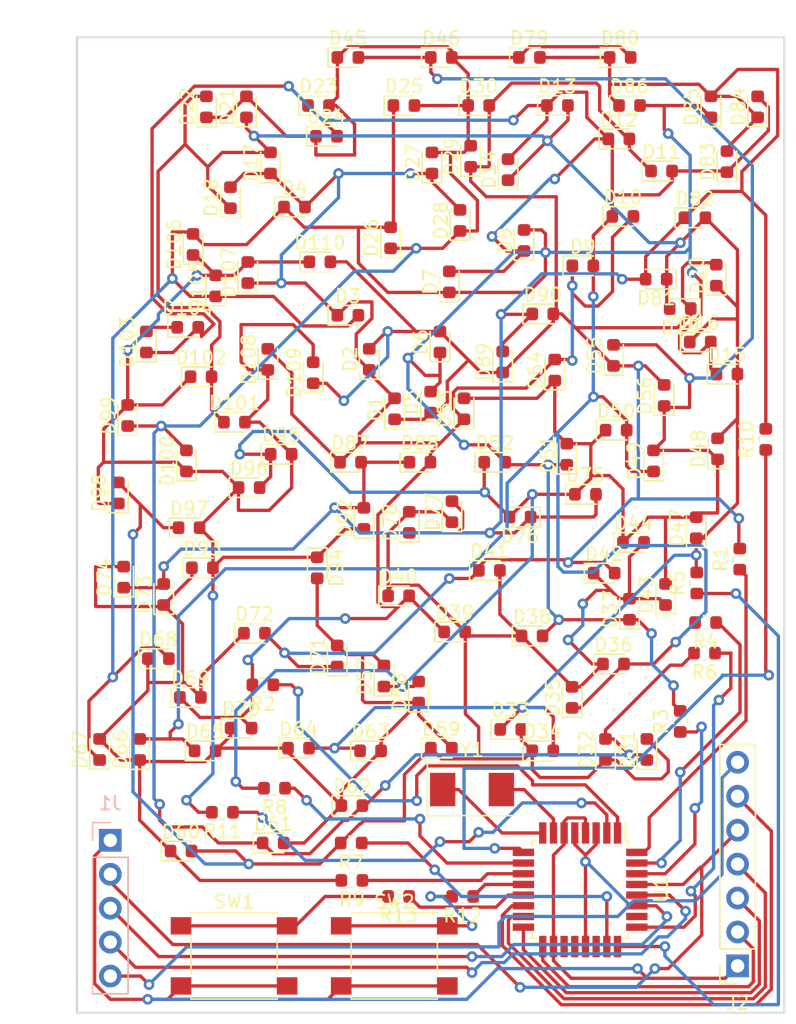
<source format=kicad_pcb>
(kicad_pcb (version 20171130) (host pcbnew 5.1.6)
  (layers (0 F.Cu signal) (31 B.Cu signal) (34 B.Paste user) (35 F.Paste user) (36 B.SilkS user) (37 F.SilkS user) (38 B.Mask user) (39 F.Mask user) (44 Edge.Cuts user))
  (net 0 "")
  (net 1 GND)
  (net 2 "Net-(J1-Pad4)")
  (net 3 "Net-(J1-Pad3)")
  (net 4 "Net-(J1-Pad2)")
  (net 5 "Net-(J1-Pad1)")
  (net 6 "Net-(J2-Pad6)")
  (net 7 "Net-(J2-Pad4)")
  (net 8 "Net-(J2-Pad3)")
  (net 9 "Net-(J2-Pad2)")
  (net 10 "Net-(R1-Pad1)")
  (net 11 "Net-(R2-Pad1)")
  (net 12 "Net-(R3-Pad1)")
  (net 13 "Net-(R4-Pad1)")
  (net 14 "Net-(R5-Pad1)")
  (net 15 "Net-(R6-Pad1)")
  (net 16 "Net-(R7-Pad1)")
  (net 17 "Net-(R8-Pad1)")
  (net 18 "Net-(R9-Pad1)")
  (net 19 "Net-(R10-Pad1)")
  (net 20 "Net-(R11-Pad1)")
  (net 21 "Net-(R12-Pad2)")
  (net 22 "Net-(R12-Pad1)")
  (net 23 "Net-(R13-Pad2)")
  (net 24 "Net-(R13-Pad1)")
  (net 25 "Net-(U1-Pad26)")
  (net 26 "Net-(U1-Pad22)")
  (net 27 "Net-(U1-Pad20)")
  (net 28 "Net-(U1-Pad19)")
  (net 29 "Net-(U1-Pad8)")
  (net 30 "Net-(U1-Pad7)")
  (net 31 /NL02)
  (net 32 /NL01)
  (net 33 /NL03)
  (net 34 /NL04)
  (net 35 /NL05)
  (net 36 /NL06)
  (net 37 /NL07)
  (net 38 /NL08)
  (net 39 /NL09)
  (net 40 /NL10)
  (net 41 /NL11)
  (module pasteur-lib:DessinAfficheurV4.0 (layer F.Cu) (at 26.4 30.7)
    (fp_text reference U2 hide)
    (fp_text value DessinAfficheur hide)
  )
  (module Connector_PinSocket_2.54mm:PinSocket_1x05_P2.54mm_Vertical (layer B.Cu) (at 2.5 60.1 180)
    (fp_text reference J1 (at 0 2.77) (layer B.SilkS) (effects (justify mirror)))
    (fp_text value I2C_Data)
    (pad 5 thru_hole oval (at 0 -10.16 180) (size 1.7 1.7) (drill 1) (layers *.Cu *.Mask) (net 1 GND))
    (pad 4 thru_hole oval (at 0 -7.62 180) (size 1.7 1.7) (drill 1) (layers *.Cu *.Mask) (net 2 "Net-(J1-Pad4)"))
    (pad 3 thru_hole oval (at 0 -5.08 180) (size 1.7 1.7) (drill 1) (layers *.Cu *.Mask) (net 3 "Net-(J1-Pad3)"))
    (pad 2 thru_hole oval (at 0 -2.54 180) (size 1.7 1.7) (drill 1) (layers *.Cu *.Mask) (net 4 "Net-(J1-Pad2)"))
    (pad 1 thru_hole rect (at 0 0 180) (size 1.7 1.7) (drill 1) (layers *.Cu *.Mask) (net 5 "Net-(J1-Pad1)"))
  )
  (module Crystal:Crystal_SMD_0603-2Pin_6.0x3.5mm (layer F.Cu) (at 29.6 56.3)
    (fp_text reference Y1 (at 0 -2.95) (layer F.SilkS))
    (fp_text value 16Mhz)
    (pad 2 smd rect (at 2.2 0) (size 1.9 2.5) (layers F.Cu F.Paste F.Mask) (net 30 "Net-(U1-Pad7)"))
    (pad 1 smd rect (at -2.2 0) (size 1.9 2.5) (layers F.Cu F.Paste F.Mask) (net 29 "Net-(U1-Pad8)"))
  )
  (module pasteur-lib:DessinAfficheurV4.0 (layer F.Cu) (at 26.4 30.7)
    (fp_text reference U2 hide)
    (fp_text value DessinAfficheur hide)
  )
  (module Package_QFP:TQFP-32_7x7mm_P0.8mm (layer F.Cu) (at 37.7 63.8 270)
    (fp_text reference U1 (at 0 -6.05 90) (layer F.SilkS))
    (fp_text value ATmega328P-AU)
    (pad 32 smd rect (at -2.8 -4.25) (size 1.6 0.55) (layers F.Cu F.Paste F.Mask) (net 10 "Net-(R1-Pad1)"))
    (pad 31 smd rect (at -2 -4.25) (size 1.6 0.55) (layers F.Cu F.Paste F.Mask) (net 13 "Net-(R4-Pad1)"))
    (pad 30 smd rect (at -1.2 -4.25) (size 1.6 0.55) (layers F.Cu F.Paste F.Mask) (net 12 "Net-(R3-Pad1)"))
    (pad 29 smd rect (at -0.4 -4.25) (size 1.6 0.55) (layers F.Cu F.Paste F.Mask) (net 4 "Net-(J1-Pad2)"))
    (pad 28 smd rect (at 0.4 -4.25) (size 1.6 0.55) (layers F.Cu F.Paste F.Mask) (net 2 "Net-(J1-Pad4)"))
    (pad 27 smd rect (at 1.2 -4.25) (size 1.6 0.55) (layers F.Cu F.Paste F.Mask) (net 3 "Net-(J1-Pad3)"))
    (pad 26 smd rect (at 2 -4.25) (size 1.6 0.55) (layers F.Cu F.Paste F.Mask) (net 25 "Net-(U1-Pad26)"))
    (pad 25 smd rect (at 2.8 -4.25) (size 1.6 0.55) (layers F.Cu F.Paste F.Mask) (net 15 "Net-(R6-Pad1)"))
    (pad 24 smd rect (at 4.25 -2.8 270) (size 1.6 0.55) (layers F.Cu F.Paste F.Mask) (net 14 "Net-(R5-Pad1)"))
    (pad 23 smd rect (at 4.25 -2 270) (size 1.6 0.55) (layers F.Cu F.Paste F.Mask) (net 16 "Net-(R7-Pad1)"))
    (pad 22 smd rect (at 4.25 -1.2 270) (size 1.6 0.55) (layers F.Cu F.Paste F.Mask) (net 26 "Net-(U1-Pad22)"))
    (pad 21 smd rect (at 4.25 -0.4 270) (size 1.6 0.55) (layers F.Cu F.Paste F.Mask) (net 1 GND))
    (pad 20 smd rect (at 4.25 0.4 270) (size 1.6 0.55) (layers F.Cu F.Paste F.Mask) (net 27 "Net-(U1-Pad20)"))
    (pad 19 smd rect (at 4.25 1.2 270) (size 1.6 0.55) (layers F.Cu F.Paste F.Mask) (net 28 "Net-(U1-Pad19)"))
    (pad 18 smd rect (at 4.25 2 270) (size 1.6 0.55) (layers F.Cu F.Paste F.Mask) (net 5 "Net-(J1-Pad1)"))
    (pad 17 smd rect (at 4.25 2.8 270) (size 1.6 0.55) (layers F.Cu F.Paste F.Mask) (net 9 "Net-(J2-Pad2)"))
    (pad 16 smd rect (at 2.8 4.25) (size 1.6 0.55) (layers F.Cu F.Paste F.Mask) (net 8 "Net-(J2-Pad3)"))
    (pad 15 smd rect (at 2 4.25) (size 1.6 0.55) (layers F.Cu F.Paste F.Mask) (net 7 "Net-(J2-Pad4)"))
    (pad 14 smd rect (at 1.2 4.25) (size 1.6 0.55) (layers F.Cu F.Paste F.Mask) (net 6 "Net-(J2-Pad6)"))
    (pad 13 smd rect (at 0.4 4.25) (size 1.6 0.55) (layers F.Cu F.Paste F.Mask) (net 24 "Net-(R13-Pad1)"))
    (pad 12 smd rect (at -0.4 4.25) (size 1.6 0.55) (layers F.Cu F.Paste F.Mask) (net 22 "Net-(R12-Pad1)"))
    (pad 11 smd rect (at -1.2 4.25) (size 1.6 0.55) (layers F.Cu F.Paste F.Mask) (net 18 "Net-(R9-Pad1)"))
    (pad 10 smd rect (at -2 4.25) (size 1.6 0.55) (layers F.Cu F.Paste F.Mask) (net 17 "Net-(R8-Pad1)"))
    (pad 9 smd rect (at -2.8 4.25) (size 1.6 0.55) (layers F.Cu F.Paste F.Mask) (net 19 "Net-(R10-Pad1)"))
    (pad 8 smd rect (at -4.25 2.8 270) (size 1.6 0.55) (layers F.Cu F.Paste F.Mask) (net 29 "Net-(U1-Pad8)"))
    (pad 7 smd rect (at -4.25 2 270) (size 1.6 0.55) (layers F.Cu F.Paste F.Mask) (net 30 "Net-(U1-Pad7)"))
    (pad 6 smd rect (at -4.25 1.2 270) (size 1.6 0.55) (layers F.Cu F.Paste F.Mask) (net 5 "Net-(J1-Pad1)"))
    (pad 5 smd rect (at -4.25 0.4 270) (size 1.6 0.55) (layers F.Cu F.Paste F.Mask) (net 1 GND))
    (pad 4 smd rect (at -4.25 -0.4 270) (size 1.6 0.55) (layers F.Cu F.Paste F.Mask) (net 5 "Net-(J1-Pad1)"))
    (pad 3 smd rect (at -4.25 -1.2 270) (size 1.6 0.55) (layers F.Cu F.Paste F.Mask) (net 1 GND))
    (pad 2 smd rect (at -4.25 -2 270) (size 1.6 0.55) (layers F.Cu F.Paste F.Mask) (net 20 "Net-(R11-Pad1)"))
    (pad 1 smd rect (at -4.25 -2.8 270) (size 1.6 0.55) (layers F.Cu F.Paste F.Mask) (net 11 "Net-(R2-Pad1)"))
  )
  (module Button_Switch_SMD:SW_Push_1P1T_NO_6x6mm_H9.5mm (layer F.Cu) (at 23.775 68.75)
    (fp_text reference SW2 (at 0 -4.05) (layer F.SilkS))
    (fp_text value Done)
    (pad 2 smd rect (at 3.975 2.25) (size 1.55 1.3) (layers F.Cu F.Paste F.Mask) (net 5 "Net-(J1-Pad1)"))
    (pad 1 smd rect (at 3.975 -2.25) (size 1.55 1.3) (layers F.Cu F.Paste F.Mask) (net 21 "Net-(R12-Pad2)"))
    (pad 1 smd rect (at -3.975 -2.25) (size 1.55 1.3) (layers F.Cu F.Paste F.Mask) (net 21 "Net-(R12-Pad2)"))
    (pad 2 smd rect (at -3.975 2.25) (size 1.55 1.3) (layers F.Cu F.Paste F.Mask) (net 5 "Net-(J1-Pad1)"))
  )
  (module Button_Switch_SMD:SW_Push_1P1T_NO_6x6mm_H9.5mm (layer F.Cu) (at 11.775 68.75)
    (fp_text reference SW1 (at 0 -4.05) (layer F.SilkS))
    (fp_text value Select)
    (pad 2 smd rect (at 3.975 2.25) (size 1.55 1.3) (layers F.Cu F.Paste F.Mask) (net 5 "Net-(J1-Pad1)"))
    (pad 1 smd rect (at 3.975 -2.25) (size 1.55 1.3) (layers F.Cu F.Paste F.Mask) (net 23 "Net-(R13-Pad2)"))
    (pad 1 smd rect (at -3.975 -2.25) (size 1.55 1.3) (layers F.Cu F.Paste F.Mask) (net 23 "Net-(R13-Pad2)"))
    (pad 2 smd rect (at -3.975 2.25) (size 1.55 1.3) (layers F.Cu F.Paste F.Mask) (net 5 "Net-(J1-Pad1)"))
  )
  (module Resistor_SMD:R_0603_1608Metric (layer F.Cu) (at 24.1 64.3 180)
    (fp_text reference R13 (at 0 -1.43) (layer F.SilkS))
    (fp_text value 3,7k)
    (pad 2 smd roundrect (at 0.7875 0 180) (size 0.875 0.95) (layers F.Cu F.Paste F.Mask) (net 23 "Net-(R13-Pad2)"))
    (pad 1 smd roundrect (at -0.7875 0 180) (size 0.875 0.95) (layers F.Cu F.Paste F.Mask) (net 24 "Net-(R13-Pad1)"))
  )
  (module Resistor_SMD:R_0603_1608Metric (layer F.Cu) (at 28.9 64.3 180)
    (fp_text reference R12 (at 0 -1.43) (layer F.SilkS))
    (fp_text value 3,7k)
    (pad 2 smd roundrect (at 0.7875 0 180) (size 0.875 0.95) (layers F.Cu F.Paste F.Mask) (net 21 "Net-(R12-Pad2)"))
    (pad 1 smd roundrect (at -0.7875 0 180) (size 0.875 0.95) (layers F.Cu F.Paste F.Mask) (net 22 "Net-(R12-Pad1)"))
  )
  (module Resistor_SMD:R_0603_1608Metric (layer F.Cu) (at 10.9 58 180)
    (fp_text reference R11 (at 0 -1.43) (layer F.SilkS))
    (fp_text value 880)
    (pad 2 smd roundrect (at 0.7875 0 180) (size 0.875 0.95) (layers F.Cu F.Paste F.Mask) (net 41 /NL11))
    (pad 1 smd roundrect (at -0.7875 0 180) (size 0.875 0.95) (layers F.Cu F.Paste F.Mask) (net 20 "Net-(R11-Pad1)"))
  )
  (module Resistor_SMD:R_0603_1608Metric (layer F.Cu) (at 51.61 30.09 90)
    (fp_text reference R10 (at 0 -1.43 90) (layer F.SilkS))
    (fp_text value 880)
    (pad 2 smd roundrect (at 0.7875 0 90) (size 0.875 0.95) (layers F.Cu F.Paste F.Mask) (net 40 /NL10))
    (pad 1 smd roundrect (at -0.7875 0 90) (size 0.875 0.95) (layers F.Cu F.Paste F.Mask) (net 19 "Net-(R10-Pad1)"))
  )
  (module Resistor_SMD:R_0603_1608Metric (layer F.Cu) (at 20.6 63.1 180)
    (fp_text reference R9 (at 0 -1.43) (layer F.SilkS))
    (fp_text value 880)
    (pad 2 smd roundrect (at 0.7875 0 180) (size 0.875 0.95) (layers F.Cu F.Paste F.Mask) (net 39 /NL09))
    (pad 1 smd roundrect (at -0.7875 0 180) (size 0.875 0.95) (layers F.Cu F.Paste F.Mask) (net 18 "Net-(R9-Pad1)"))
  )
  (module Resistor_SMD:R_0603_1608Metric (layer F.Cu) (at 14.8 56.2 180)
    (fp_text reference R8 (at 0 -1.43) (layer F.SilkS))
    (fp_text value 880)
    (pad 2 smd roundrect (at 0.7875 0 180) (size 0.875 0.95) (layers F.Cu F.Paste F.Mask) (net 38 /NL08))
    (pad 1 smd roundrect (at -0.7875 0 180) (size 0.875 0.95) (layers F.Cu F.Paste F.Mask) (net 17 "Net-(R8-Pad1)"))
  )
  (module Resistor_SMD:R_0603_1608Metric (layer F.Cu) (at 20.55 60.3 180)
    (fp_text reference R7 (at 0 -1.43) (layer F.SilkS))
    (fp_text value 880)
    (pad 2 smd roundrect (at 0.7875 0 180) (size 0.875 0.95) (layers F.Cu F.Paste F.Mask) (net 37 /NL07))
    (pad 1 smd roundrect (at -0.7875 0 180) (size 0.875 0.95) (layers F.Cu F.Paste F.Mask) (net 16 "Net-(R7-Pad1)"))
  )
  (module Resistor_SMD:R_0603_1608Metric (layer F.Cu) (at 47.02 46.09 180)
    (fp_text reference R6 (at 0 -1.43) (layer F.SilkS))
    (fp_text value 880)
    (pad 2 smd roundrect (at 0.7875 0 180) (size 0.875 0.95) (layers F.Cu F.Paste F.Mask) (net 36 /NL06))
    (pad 1 smd roundrect (at -0.7875 0 180) (size 0.875 0.95) (layers F.Cu F.Paste F.Mask) (net 15 "Net-(R6-Pad1)"))
  )
  (module Resistor_SMD:R_0603_1608Metric (layer F.Cu) (at 46.44 40.84 90)
    (fp_text reference R5 (at 0 -1.43 90) (layer F.SilkS))
    (fp_text value 880)
    (pad 2 smd roundrect (at 0.7875 0 90) (size 0.875 0.95) (layers F.Cu F.Paste F.Mask) (net 35 /NL05))
    (pad 1 smd roundrect (at -0.7875 0 90) (size 0.875 0.95) (layers F.Cu F.Paste F.Mask) (net 14 "Net-(R5-Pad1)"))
  )
  (module Resistor_SMD:R_0603_1608Metric (layer F.Cu) (at 47.1 43.8 180)
    (fp_text reference R4 (at 0 -1.43) (layer F.SilkS))
    (fp_text value 880)
    (pad 2 smd roundrect (at 0.7875 0 180) (size 0.875 0.95) (layers F.Cu F.Paste F.Mask) (net 34 /NL04))
    (pad 1 smd roundrect (at -0.7875 0 180) (size 0.875 0.95) (layers F.Cu F.Paste F.Mask) (net 13 "Net-(R4-Pad1)"))
  )
  (module Resistor_SMD:R_0603_1608Metric (layer F.Cu) (at 45.2 51.2 90)
    (fp_text reference R3 (at 0 -1.43 90) (layer F.SilkS))
    (fp_text value 880)
    (pad 2 smd roundrect (at 0.7875 0 90) (size 0.875 0.95) (layers F.Cu F.Paste F.Mask) (net 33 /NL03))
    (pad 1 smd roundrect (at -0.7875 0 90) (size 0.875 0.95) (layers F.Cu F.Paste F.Mask) (net 12 "Net-(R3-Pad1)"))
  )
  (module Resistor_SMD:R_0603_1608Metric (layer F.Cu) (at 13.93 48.46 180)
    (fp_text reference R2 (at 0 -1.43) (layer F.SilkS))
    (fp_text value 880)
    (pad 2 smd roundrect (at 0.7875 0 180) (size 0.875 0.95) (layers F.Cu F.Paste F.Mask) (net 31 /NL02))
    (pad 1 smd roundrect (at -0.7875 0 180) (size 0.875 0.95) (layers F.Cu F.Paste F.Mask) (net 11 "Net-(R2-Pad1)"))
  )
  (module Resistor_SMD:R_0603_1608Metric (layer F.Cu) (at 49.66 39.05 90)
    (fp_text reference R1 (at 0 -1.43 90) (layer F.SilkS))
    (fp_text value 880)
    (pad 2 smd roundrect (at 0.7875 0 90) (size 0.875 0.95) (layers F.Cu F.Paste F.Mask) (net 32 /NL01))
    (pad 1 smd roundrect (at -0.7875 0 90) (size 0.875 0.95) (layers F.Cu F.Paste F.Mask) (net 10 "Net-(R1-Pad1)"))
  )
  (module Connector_PinSocket_2.54mm:PinSocket_1x07_P2.54mm_Vertical (layer F.Cu) (at 49.5 69.5 180)
    (fp_text reference J2 (at 0 -2.77) (layer F.SilkS))
    (fp_text value SPI_Flash)
    (pad 7 thru_hole oval (at 0 15.24 180) (size 1.7 1.7) (drill 1) (layers *.Cu *.Mask) (net 1 GND))
    (pad 6 thru_hole oval (at 0 12.7 180) (size 1.7 1.7) (drill 1) (layers *.Cu *.Mask) (net 6 "Net-(J2-Pad6)"))
    (pad 5 thru_hole oval (at 0 10.16 180) (size 1.7 1.7) (drill 1) (layers *.Cu *.Mask) (net 4 "Net-(J1-Pad2)"))
    (pad 4 thru_hole oval (at 0 7.62 180) (size 1.7 1.7) (drill 1) (layers *.Cu *.Mask) (net 7 "Net-(J2-Pad4)"))
    (pad 3 thru_hole oval (at 0 5.08 180) (size 1.7 1.7) (drill 1) (layers *.Cu *.Mask) (net 8 "Net-(J2-Pad3)"))
    (pad 2 thru_hole oval (at 0 2.54 180) (size 1.7 1.7) (drill 1) (layers *.Cu *.Mask) (net 9 "Net-(J2-Pad2)"))
    (pad 1 thru_hole rect (at 0 0 180) (size 1.7 1.7) (drill 1) (layers *.Cu *.Mask) (net 5 "Net-(J1-Pad1)"))
  )
  (module LED_SMD:LED_0603_1608Metric (layer F.Cu) (at 18.2 16.8)
    (fp_text reference D110 (at 0 -1.43) (layer F.SilkS))
    (fp_text value L0)
    (pad 2 smd roundrect (at 0.7875 0) (size 0.875 0.95) (layers F.Cu F.Paste F.Mask) (net 32 /NL01))
    (pad 1 smd roundrect (at -0.7875 0) (size 0.875 0.95) (layers F.Cu F.Paste F.Mask) (net 41 /NL11))
  )
  (module LED_SMD:LED_0603_1608Metric (layer F.Cu) (at 17.7 25.1 90)
    (fp_text reference D109 (at 0 -1.43 90) (layer F.SilkS))
    (fp_text value L10)
    (pad 2 smd roundrect (at 0.7875 0 90) (size 0.875 0.95) (layers F.Cu F.Paste F.Mask) (net 41 /NL11))
    (pad 1 smd roundrect (at -0.7875 0 90) (size 0.875 0.95) (layers F.Cu F.Paste F.Mask) (net 32 /NL01))
  )
  (module LED_SMD:LED_0603_1608Metric (layer F.Cu) (at 14.3 24.1 90)
    (fp_text reference D108 (at 0 -1.43 90) (layer F.SilkS))
    (fp_text value L1)
    (pad 2 smd roundrect (at 0.7875 0 90) (size 0.875 0.95) (layers F.Cu F.Paste F.Mask) (net 31 /NL02))
    (pad 1 smd roundrect (at -0.7875 0 90) (size 0.875 0.95) (layers F.Cu F.Paste F.Mask) (net 41 /NL11))
  )
  (module LED_SMD:LED_0603_1608Metric (layer F.Cu) (at 12.8 17.6 90)
    (fp_text reference D107 (at 0 -1.43 90) (layer F.SilkS))
    (fp_text value L10)
    (pad 2 smd roundrect (at 0.7875 0 90) (size 0.875 0.95) (layers F.Cu F.Paste F.Mask) (net 41 /NL11))
    (pad 1 smd roundrect (at -0.7875 0 90) (size 0.875 0.95) (layers F.Cu F.Paste F.Mask) (net 31 /NL02))
  )
  (module LED_SMD:LED_0603_1608Metric (layer F.Cu) (at 8.7 15.5 90)
    (fp_text reference D106 (at 0 -1.43 90) (layer F.SilkS))
    (fp_text value L2)
    (pad 2 smd roundrect (at 0.7875 0 90) (size 0.875 0.95) (layers F.Cu F.Paste F.Mask) (net 33 /NL03))
    (pad 1 smd roundrect (at -0.7875 0 90) (size 0.875 0.95) (layers F.Cu F.Paste F.Mask) (net 41 /NL11))
  )
  (module LED_SMD:LED_0603_1608Metric (layer F.Cu) (at 10.4 18.6 90)
    (fp_text reference D105 (at 0 -1.43 90) (layer F.SilkS))
    (fp_text value L10)
    (pad 2 smd roundrect (at 0.7875 0 90) (size 0.875 0.95) (layers F.Cu F.Paste F.Mask) (net 41 /NL11))
    (pad 1 smd roundrect (at -0.7875 0 90) (size 0.875 0.95) (layers F.Cu F.Paste F.Mask) (net 33 /NL03))
  )
  (module LED_SMD:LED_0603_1608Metric (layer F.Cu) (at 8.3 21.7)
    (fp_text reference D104 (at 0 -1.43) (layer F.SilkS))
    (fp_text value L3)
    (pad 2 smd roundrect (at 0.7875 0) (size 0.875 0.95) (layers F.Cu F.Paste F.Mask) (net 34 /NL04))
    (pad 1 smd roundrect (at -0.7875 0) (size 0.875 0.95) (layers F.Cu F.Paste F.Mask) (net 41 /NL11))
  )
  (module LED_SMD:LED_0603_1608Metric (layer F.Cu) (at 5.2 22.8 90)
    (fp_text reference D103 (at 0 -1.43 90) (layer F.SilkS))
    (fp_text value L10)
    (pad 2 smd roundrect (at 0.7875 0 90) (size 0.875 0.95) (layers F.Cu F.Paste F.Mask) (net 41 /NL11))
    (pad 1 smd roundrect (at -0.7875 0 90) (size 0.875 0.95) (layers F.Cu F.Paste F.Mask) (net 34 /NL04))
  )
  (module LED_SMD:LED_0603_1608Metric (layer F.Cu) (at 9.3 25.4)
    (fp_text reference D102 (at 0 -1.43) (layer F.SilkS))
    (fp_text value L4)
    (pad 2 smd roundrect (at 0.7875 0) (size 0.875 0.95) (layers F.Cu F.Paste F.Mask) (net 35 /NL05))
    (pad 1 smd roundrect (at -0.7875 0) (size 0.875 0.95) (layers F.Cu F.Paste F.Mask) (net 41 /NL11))
  )
  (module LED_SMD:LED_0603_1608Metric (layer F.Cu) (at 11.8 28.8)
    (fp_text reference D101 (at 0 -1.43) (layer F.SilkS))
    (fp_text value L10)
    (pad 2 smd roundrect (at 0.7875 0) (size 0.875 0.95) (layers F.Cu F.Paste F.Mask) (net 41 /NL11))
    (pad 1 smd roundrect (at -0.7875 0) (size 0.875 0.95) (layers F.Cu F.Paste F.Mask) (net 35 /NL05))
  )
  (module LED_SMD:LED_0603_1608Metric (layer F.Cu) (at 8.2 31.7 90)
    (fp_text reference D100 (at 0 -1.43 90) (layer F.SilkS))
    (fp_text value L5)
    (pad 2 smd roundrect (at 0.7875 0 90) (size 0.875 0.95) (layers F.Cu F.Paste F.Mask) (net 36 /NL06))
    (pad 1 smd roundrect (at -0.7875 0 90) (size 0.875 0.95) (layers F.Cu F.Paste F.Mask) (net 41 /NL11))
  )
  (module LED_SMD:LED_0603_1608Metric (layer F.Cu) (at 3.8 28.3 90)
    (fp_text reference D99 (at 0 -1.43 90) (layer F.SilkS))
    (fp_text value L10)
    (pad 2 smd roundrect (at 0.7875 0 90) (size 0.875 0.95) (layers F.Cu F.Paste F.Mask) (net 41 /NL11))
    (pad 1 smd roundrect (at -0.7875 0 90) (size 0.875 0.95) (layers F.Cu F.Paste F.Mask) (net 36 /NL06))
  )
  (module LED_SMD:LED_0603_1608Metric (layer F.Cu) (at 3.1 34.1 90)
    (fp_text reference D98 (at 0 -1.43 90) (layer F.SilkS))
    (fp_text value L6)
    (pad 2 smd roundrect (at 0.7875 0 90) (size 0.875 0.95) (layers F.Cu F.Paste F.Mask) (net 37 /NL07))
    (pad 1 smd roundrect (at -0.7875 0 90) (size 0.875 0.95) (layers F.Cu F.Paste F.Mask) (net 41 /NL11))
  )
  (module LED_SMD:LED_0603_1608Metric (layer F.Cu) (at 8.4 36.7)
    (fp_text reference D97 (at 0 -1.43) (layer F.SilkS))
    (fp_text value L10)
    (pad 2 smd roundrect (at 0.7875 0) (size 0.875 0.95) (layers F.Cu F.Paste F.Mask) (net 41 /NL11))
    (pad 1 smd roundrect (at -0.7875 0) (size 0.875 0.95) (layers F.Cu F.Paste F.Mask) (net 37 /NL07))
  )
  (module LED_SMD:LED_0603_1608Metric (layer F.Cu) (at 12.9 33.7)
    (fp_text reference D96 (at 0 -1.43) (layer F.SilkS))
    (fp_text value L7)
    (pad 2 smd roundrect (at 0.7875 0) (size 0.875 0.95) (layers F.Cu F.Paste F.Mask) (net 38 /NL08))
    (pad 1 smd roundrect (at -0.7875 0) (size 0.875 0.95) (layers F.Cu F.Paste F.Mask) (net 41 /NL11))
  )
  (module LED_SMD:LED_0603_1608Metric (layer F.Cu) (at 15.3 31.2)
    (fp_text reference D95 (at 0 -1.43) (layer F.SilkS))
    (fp_text value L10)
    (pad 2 smd roundrect (at 0.7875 0) (size 0.875 0.95) (layers F.Cu F.Paste F.Mask) (net 41 /NL11))
    (pad 1 smd roundrect (at -0.7875 0) (size 0.875 0.95) (layers F.Cu F.Paste F.Mask) (net 38 /NL08))
  )
  (module LED_SMD:LED_0603_1608Metric (layer F.Cu) (at 18 39.7 270)
    (fp_text reference D94 (at 0 -1.43 90) (layer F.SilkS))
    (fp_text value L8)
    (pad 2 smd roundrect (at 0.7875 0 270) (size 0.875 0.95) (layers F.Cu F.Paste F.Mask) (net 39 /NL09))
    (pad 1 smd roundrect (at -0.7875 0 270) (size 0.875 0.95) (layers F.Cu F.Paste F.Mask) (net 41 /NL11))
  )
  (module LED_SMD:LED_0603_1608Metric (layer F.Cu) (at 9.4 39.7)
    (fp_text reference D93 (at 0 -1.43) (layer F.SilkS))
    (fp_text value L10)
    (pad 2 smd roundrect (at 0.7875 0) (size 0.875 0.95) (layers F.Cu F.Paste F.Mask) (net 41 /NL11))
    (pad 1 smd roundrect (at -0.7875 0) (size 0.875 0.95) (layers F.Cu F.Paste F.Mask) (net 39 /NL09))
  )
  (module LED_SMD:LED_0603_1608Metric (layer F.Cu) (at 21.5 36 90)
    (fp_text reference D92 (at 0 -1.43 90) (layer F.SilkS))
    (fp_text value L9)
    (pad 2 smd roundrect (at 0.7875 0 90) (size 0.875 0.95) (layers F.Cu F.Paste F.Mask) (net 40 /NL10))
    (pad 1 smd roundrect (at -0.7875 0 90) (size 0.875 0.95) (layers F.Cu F.Paste F.Mask) (net 41 /NL11))
  )
  (module LED_SMD:LED_0603_1608Metric (layer F.Cu) (at 34.9 20.7)
    (fp_text reference D90 (at 0 -1.43) (layer F.SilkS))
    (fp_text value L0)
    (pad 2 smd roundrect (at 0.7875 0) (size 0.875 0.95) (layers F.Cu F.Paste F.Mask) (net 32 /NL01))
    (pad 1 smd roundrect (at -0.7875 0) (size 0.875 0.95) (layers F.Cu F.Paste F.Mask) (net 40 /NL10))
  )
  (module LED_SMD:LED_0603_1608Metric (layer F.Cu) (at 31.9 24.3 90)
    (fp_text reference D89 (at 0 -1.43 90) (layer F.SilkS))
    (fp_text value L9)
    (pad 2 smd roundrect (at 0.7875 0 90) (size 0.875 0.95) (layers F.Cu F.Paste F.Mask) (net 40 /NL10))
    (pad 1 smd roundrect (at -0.7875 0 90) (size 0.875 0.95) (layers F.Cu F.Paste F.Mask) (net 32 /NL01))
  )
  (module LED_SMD:LED_0603_1608Metric (layer F.Cu) (at 25.7 31.8)
    (fp_text reference D88 (at 0 -1.43) (layer F.SilkS))
    (fp_text value L1)
    (pad 2 smd roundrect (at 0.7875 0) (size 0.875 0.95) (layers F.Cu F.Paste F.Mask) (net 31 /NL02))
    (pad 1 smd roundrect (at -0.7875 0) (size 0.875 0.95) (layers F.Cu F.Paste F.Mask) (net 40 /NL10))
  )
  (module LED_SMD:LED_0603_1608Metric (layer F.Cu) (at 20.5 31.8)
    (fp_text reference D87 (at 0 -1.43) (layer F.SilkS))
    (fp_text value L9)
    (pad 2 smd roundrect (at 0.7875 0) (size 0.875 0.95) (layers F.Cu F.Paste F.Mask) (net 40 /NL10))
    (pad 1 smd roundrect (at -0.7875 0) (size 0.875 0.95) (layers F.Cu F.Paste F.Mask) (net 31 /NL02))
  )
  (module LED_SMD:LED_0603_1608Metric (layer F.Cu) (at 41.4 5.1)
    (fp_text reference D86 (at 0 -1.43) (layer F.SilkS))
    (fp_text value L2)
    (pad 2 smd roundrect (at 0.7875 0) (size 0.875 0.95) (layers F.Cu F.Paste F.Mask) (net 33 /NL03))
    (pad 1 smd roundrect (at -0.7875 0) (size 0.875 0.95) (layers F.Cu F.Paste F.Mask) (net 40 /NL10))
  )
  (module LED_SMD:LED_0603_1608Metric (layer F.Cu) (at 47.5 5.2 90)
    (fp_text reference D85 (at 0 -1.43 90) (layer F.SilkS))
    (fp_text value L9)
    (pad 2 smd roundrect (at 0.7875 0 90) (size 0.875 0.95) (layers F.Cu F.Paste F.Mask) (net 40 /NL10))
    (pad 1 smd roundrect (at -0.7875 0 90) (size 0.875 0.95) (layers F.Cu F.Paste F.Mask) (net 33 /NL03))
  )
  (module LED_SMD:LED_0603_1608Metric (layer F.Cu) (at 51 5.2 90)
    (fp_text reference D84 (at 0 -1.43 90) (layer F.SilkS))
    (fp_text value L3)
    (pad 2 smd roundrect (at 0.7875 0 90) (size 0.875 0.95) (layers F.Cu F.Paste F.Mask) (net 34 /NL04))
    (pad 1 smd roundrect (at -0.7875 0 90) (size 0.875 0.95) (layers F.Cu F.Paste F.Mask) (net 40 /NL10))
  )
  (module LED_SMD:LED_0603_1608Metric (layer F.Cu) (at 48.7 9.3 90)
    (fp_text reference D83 (at 0 -1.43 90) (layer F.SilkS))
    (fp_text value L9)
    (pad 2 smd roundrect (at 0.7875 0 90) (size 0.875 0.95) (layers F.Cu F.Paste F.Mask) (net 40 /NL10))
    (pad 1 smd roundrect (at -0.7875 0 90) (size 0.875 0.95) (layers F.Cu F.Paste F.Mask) (net 34 /NL04))
  )
  (module LED_SMD:LED_0603_1608Metric (layer F.Cu) (at 46.3 13.5)
    (fp_text reference D82 (at 0 -1.43) (layer F.SilkS))
    (fp_text value L4)
    (pad 2 smd roundrect (at 0.7875 0) (size 0.875 0.95) (layers F.Cu F.Paste F.Mask) (net 35 /NL05))
    (pad 1 smd roundrect (at -0.7875 0) (size 0.875 0.95) (layers F.Cu F.Paste F.Mask) (net 40 /NL10))
  )
  (module LED_SMD:LED_0603_1608Metric (layer F.Cu) (at 43.4 18.1 180)
    (fp_text reference D81 (at 0 -1.43) (layer F.SilkS))
    (fp_text value L9)
    (pad 2 smd roundrect (at 0.7875 0 180) (size 0.875 0.95) (layers F.Cu F.Paste F.Mask) (net 40 /NL10))
    (pad 1 smd roundrect (at -0.7875 0 180) (size 0.875 0.95) (layers F.Cu F.Paste F.Mask) (net 35 /NL05))
  )
  (module LED_SMD:LED_0603_1608Metric (layer F.Cu) (at 40.7 1.5)
    (fp_text reference D80 (at 0 -1.43) (layer F.SilkS))
    (fp_text value L5)
    (pad 2 smd roundrect (at 0.7875 0) (size 0.875 0.95) (layers F.Cu F.Paste F.Mask) (net 36 /NL06))
    (pad 1 smd roundrect (at -0.7875 0) (size 0.875 0.95) (layers F.Cu F.Paste F.Mask) (net 40 /NL10))
  )
  (module LED_SMD:LED_0603_1608Metric (layer F.Cu) (at 33.9 1.5)
    (fp_text reference D79 (at 0 -1.43) (layer F.SilkS))
    (fp_text value L9)
    (pad 2 smd roundrect (at 0.7875 0) (size 0.875 0.95) (layers F.Cu F.Paste F.Mask) (net 40 /NL10))
    (pad 1 smd roundrect (at -0.7875 0) (size 0.875 0.95) (layers F.Cu F.Paste F.Mask) (net 36 /NL06))
  )
  (module LED_SMD:LED_0603_1608Metric (layer F.Cu) (at 24.9 36.3 90)
    (fp_text reference D78 (at 0 -1.43 90) (layer F.SilkS))
    (fp_text value L6)
    (pad 2 smd roundrect (at 0.7875 0 90) (size 0.875 0.95) (layers F.Cu F.Paste F.Mask) (net 37 /NL07))
    (pad 1 smd roundrect (at -0.7875 0 90) (size 0.875 0.95) (layers F.Cu F.Paste F.Mask) (net 40 /NL10))
  )
  (module LED_SMD:LED_0603_1608Metric (layer F.Cu) (at 28.1 35.5 90)
    (fp_text reference D77 (at 0 -1.43 90) (layer F.SilkS))
    (fp_text value L9)
    (pad 2 smd roundrect (at 0.7875 0 90) (size 0.875 0.95) (layers F.Cu F.Paste F.Mask) (net 40 /NL10))
    (pad 1 smd roundrect (at -0.7875 0 90) (size 0.875 0.95) (layers F.Cu F.Paste F.Mask) (net 37 /NL07))
  )
  (module LED_SMD:LED_0603_1608Metric (layer F.Cu) (at 33.2 35.9 180)
    (fp_text reference D76 (at 0 -1.43) (layer F.SilkS))
    (fp_text value L7)
    (pad 2 smd roundrect (at 0.7875 0 180) (size 0.875 0.95) (layers F.Cu F.Paste F.Mask) (net 38 /NL08))
    (pad 1 smd roundrect (at -0.7875 0 180) (size 0.875 0.95) (layers F.Cu F.Paste F.Mask) (net 40 /NL10))
  )
  (module LED_SMD:LED_0603_1608Metric (layer F.Cu) (at 38.1 34.2)
    (fp_text reference D75 (at 0 -1.43) (layer F.SilkS))
    (fp_text value L9)
    (pad 2 smd roundrect (at 0.7875 0) (size 0.875 0.95) (layers F.Cu F.Paste F.Mask) (net 40 /NL10))
    (pad 1 smd roundrect (at -0.7875 0) (size 0.875 0.95) (layers F.Cu F.Paste F.Mask) (net 38 /NL08))
  )
  (module LED_SMD:LED_0603_1608Metric (layer F.Cu) (at 3.5 40.4 90)
    (fp_text reference D74 (at 0 -1.43 90) (layer F.SilkS))
    (fp_text value L8)
    (pad 2 smd roundrect (at 0.7875 0 90) (size 0.875 0.95) (layers F.Cu F.Paste F.Mask) (net 39 /NL09))
    (pad 1 smd roundrect (at -0.7875 0 90) (size 0.875 0.95) (layers F.Cu F.Paste F.Mask) (net 40 /NL10))
  )
  (module LED_SMD:LED_0603_1608Metric (layer F.Cu) (at 6.5 41.7 90)
    (fp_text reference D73 (at 0 -1.43 90) (layer F.SilkS))
    (fp_text value L9)
    (pad 2 smd roundrect (at 0.7875 0 90) (size 0.875 0.95) (layers F.Cu F.Paste F.Mask) (net 40 /NL10))
    (pad 1 smd roundrect (at -0.7875 0 90) (size 0.875 0.95) (layers F.Cu F.Paste F.Mask) (net 39 /NL09))
  )
  (module LED_SMD:LED_0603_1608Metric (layer F.Cu) (at 13.3 44.6)
    (fp_text reference D72 (at 0 -1.43) (layer F.SilkS))
    (fp_text value L0)
    (pad 2 smd roundrect (at 0.7875 0) (size 0.875 0.95) (layers F.Cu F.Paste F.Mask) (net 32 /NL01))
    (pad 1 smd roundrect (at -0.7875 0) (size 0.875 0.95) (layers F.Cu F.Paste F.Mask) (net 39 /NL09))
  )
  (module LED_SMD:LED_0603_1608Metric (layer F.Cu) (at 19.5 46.3 90)
    (fp_text reference D71 (at 0 -1.43 90) (layer F.SilkS))
    (fp_text value L8)
    (pad 2 smd roundrect (at 0.7875 0 90) (size 0.875 0.95) (layers F.Cu F.Paste F.Mask) (net 39 /NL09))
    (pad 1 smd roundrect (at -0.7875 0 90) (size 0.875 0.95) (layers F.Cu F.Paste F.Mask) (net 32 /NL01))
  )
  (module LED_SMD:LED_0603_1608Metric (layer F.Cu) (at 12.3 51.7)
    (fp_text reference D70 (at 0 -1.43) (layer F.SilkS))
    (fp_text value L1)
    (pad 2 smd roundrect (at 0.7875 0) (size 0.875 0.95) (layers F.Cu F.Paste F.Mask) (net 31 /NL02))
    (pad 1 smd roundrect (at -0.7875 0) (size 0.875 0.95) (layers F.Cu F.Paste F.Mask) (net 39 /NL09))
  )
  (module LED_SMD:LED_0603_1608Metric (layer F.Cu) (at 8.5 49.4)
    (fp_text reference D69 (at 0 -1.43) (layer F.SilkS))
    (fp_text value L8)
    (pad 2 smd roundrect (at 0.7875 0) (size 0.875 0.95) (layers F.Cu F.Paste F.Mask) (net 39 /NL09))
    (pad 1 smd roundrect (at -0.7875 0) (size 0.875 0.95) (layers F.Cu F.Paste F.Mask) (net 31 /NL02))
  )
  (module LED_SMD:LED_0603_1608Metric (layer F.Cu) (at 6.1 46.5)
    (fp_text reference D68 (at 0 -1.43) (layer F.SilkS))
    (fp_text value L2)
    (pad 2 smd roundrect (at 0.7875 0) (size 0.875 0.95) (layers F.Cu F.Paste F.Mask) (net 33 /NL03))
    (pad 1 smd roundrect (at -0.7875 0) (size 0.875 0.95) (layers F.Cu F.Paste F.Mask) (net 39 /NL09))
  )
  (module LED_SMD:LED_0603_1608Metric (layer F.Cu) (at 1.7 53.3 90)
    (fp_text reference D67 (at 0 -1.43 90) (layer F.SilkS))
    (fp_text value L8)
    (pad 2 smd roundrect (at 0.7875 0 90) (size 0.875 0.95) (layers F.Cu F.Paste F.Mask) (net 39 /NL09))
    (pad 1 smd roundrect (at -0.7875 0 90) (size 0.875 0.95) (layers F.Cu F.Paste F.Mask) (net 33 /NL03))
  )
  (module LED_SMD:LED_0603_1608Metric (layer F.Cu) (at 4.7 53.3 90)
    (fp_text reference D66 (at 0 -1.43 90) (layer F.SilkS))
    (fp_text value L3)
    (pad 2 smd roundrect (at 0.7875 0 90) (size 0.875 0.95) (layers F.Cu F.Paste F.Mask) (net 34 /NL04))
    (pad 1 smd roundrect (at -0.7875 0 90) (size 0.875 0.95) (layers F.Cu F.Paste F.Mask) (net 39 /NL09))
  )
  (module LED_SMD:LED_0603_1608Metric (layer F.Cu) (at 9.6 53.4)
    (fp_text reference D65 (at 0 -1.43) (layer F.SilkS))
    (fp_text value L8)
    (pad 2 smd roundrect (at 0.7875 0) (size 0.875 0.95) (layers F.Cu F.Paste F.Mask) (net 39 /NL09))
    (pad 1 smd roundrect (at -0.7875 0) (size 0.875 0.95) (layers F.Cu F.Paste F.Mask) (net 34 /NL04))
  )
  (module LED_SMD:LED_0603_1608Metric (layer F.Cu) (at 16.6 53.2)
    (fp_text reference D64 (at 0 -1.43) (layer F.SilkS))
    (fp_text value L4)
    (pad 2 smd roundrect (at 0.7875 0) (size 0.875 0.95) (layers F.Cu F.Paste F.Mask) (net 35 /NL05))
    (pad 1 smd roundrect (at -0.7875 0) (size 0.875 0.95) (layers F.Cu F.Paste F.Mask) (net 39 /NL09))
  )
  (module LED_SMD:LED_0603_1608Metric (layer F.Cu) (at 22 53.4)
    (fp_text reference D63 (at 0 -1.43) (layer F.SilkS))
    (fp_text value L8)
    (pad 2 smd roundrect (at 0.7875 0) (size 0.875 0.95) (layers F.Cu F.Paste F.Mask) (net 39 /NL09))
    (pad 1 smd roundrect (at -0.7875 0) (size 0.875 0.95) (layers F.Cu F.Paste F.Mask) (net 35 /NL05))
  )
  (module LED_SMD:LED_0603_1608Metric (layer F.Cu) (at 20.6 57.5)
    (fp_text reference D62 (at 0 -1.43) (layer F.SilkS))
    (fp_text value L5)
    (pad 2 smd roundrect (at 0.7875 0) (size 0.875 0.95) (layers F.Cu F.Paste F.Mask) (net 36 /NL06))
    (pad 1 smd roundrect (at -0.7875 0) (size 0.875 0.95) (layers F.Cu F.Paste F.Mask) (net 39 /NL09))
  )
  (module LED_SMD:LED_0603_1608Metric (layer F.Cu) (at 14.7 60.3)
    (fp_text reference D61 (at 0 -1.43) (layer F.SilkS))
    (fp_text value L8)
    (pad 2 smd roundrect (at 0.7875 0) (size 0.875 0.95) (layers F.Cu F.Paste F.Mask) (net 39 /NL09))
    (pad 1 smd roundrect (at -0.7875 0) (size 0.875 0.95) (layers F.Cu F.Paste F.Mask) (net 36 /NL06))
  )
  (module LED_SMD:LED_0603_1608Metric (layer F.Cu) (at 7.8 60.9)
    (fp_text reference D60 (at 0 -1.43) (layer F.SilkS))
    (fp_text value L6)
    (pad 2 smd roundrect (at 0.7875 0) (size 0.875 0.95) (layers F.Cu F.Paste F.Mask) (net 37 /NL07))
    (pad 1 smd roundrect (at -0.7875 0) (size 0.875 0.95) (layers F.Cu F.Paste F.Mask) (net 39 /NL09))
  )
  (module LED_SMD:LED_0603_1608Metric (layer F.Cu) (at 27.3 53.2)
    (fp_text reference D59 (at 0 -1.43) (layer F.SilkS))
    (fp_text value L8)
    (pad 2 smd roundrect (at 0.7875 0) (size 0.875 0.95) (layers F.Cu F.Paste F.Mask) (net 39 /NL09))
    (pad 1 smd roundrect (at -0.7875 0) (size 0.875 0.95) (layers F.Cu F.Paste F.Mask) (net 37 /NL07))
  )
  (module LED_SMD:LED_0603_1608Metric (layer F.Cu) (at 25.6 49 90)
    (fp_text reference D58 (at 0 -1.43 90) (layer F.SilkS))
    (fp_text value L7)
    (pad 2 smd roundrect (at 0.7875 0 90) (size 0.875 0.95) (layers F.Cu F.Paste F.Mask) (net 38 /NL08))
    (pad 1 smd roundrect (at -0.7875 0 90) (size 0.875 0.95) (layers F.Cu F.Paste F.Mask) (net 39 /NL09))
  )
  (module LED_SMD:LED_0603_1608Metric (layer F.Cu) (at 23 47.8 90)
    (fp_text reference D57 (at 0 -1.43 90) (layer F.SilkS))
    (fp_text value L8)
    (pad 2 smd roundrect (at 0.7875 0 90) (size 0.875 0.95) (layers F.Cu F.Paste F.Mask) (net 39 /NL09))
    (pad 1 smd roundrect (at -0.7875 0 90) (size 0.875 0.95) (layers F.Cu F.Paste F.Mask) (net 38 /NL08))
  )
  (module LED_SMD:LED_0603_1608Metric (layer F.Cu) (at 44 26.8 90)
    (fp_text reference D56 (at 0 -1.43 90) (layer F.SilkS))
    (fp_text value L0)
    (pad 2 smd roundrect (at 0.7875 0 90) (size 0.875 0.95) (layers F.Cu F.Paste F.Mask) (net 32 /NL01))
    (pad 1 smd roundrect (at -0.7875 0 90) (size 0.875 0.95) (layers F.Cu F.Paste F.Mask) (net 38 /NL08))
  )
  (module LED_SMD:LED_0603_1608Metric (layer F.Cu) (at 40.2 23.8 90)
    (fp_text reference D55 (at 0 -1.43 90) (layer F.SilkS))
    (fp_text value L7)
    (pad 2 smd roundrect (at 0.7875 0 90) (size 0.875 0.95) (layers F.Cu F.Paste F.Mask) (net 38 /NL08))
    (pad 1 smd roundrect (at -0.7875 0 90) (size 0.875 0.95) (layers F.Cu F.Paste F.Mask) (net 32 /NL01))
  )
  (module LED_SMD:LED_0603_1608Metric (layer F.Cu) (at 35.8 24.9 90)
    (fp_text reference D54 (at 0 -1.43 90) (layer F.SilkS))
    (fp_text value L1)
    (pad 2 smd roundrect (at 0.7875 0 90) (size 0.875 0.95) (layers F.Cu F.Paste F.Mask) (net 31 /NL02))
    (pad 1 smd roundrect (at -0.7875 0 90) (size 0.875 0.95) (layers F.Cu F.Paste F.Mask) (net 38 /NL08))
  )
  (module LED_SMD:LED_0603_1608Metric (layer F.Cu) (at 29 27.8 90)
    (fp_text reference D53 (at 0 -1.43 90) (layer F.SilkS))
    (fp_text value L7)
    (pad 2 smd roundrect (at 0.7875 0 90) (size 0.875 0.95) (layers F.Cu F.Paste F.Mask) (net 38 /NL08))
    (pad 1 smd roundrect (at -0.7875 0 90) (size 0.875 0.95) (layers F.Cu F.Paste F.Mask) (net 31 /NL02))
  )
  (module LED_SMD:LED_0603_1608Metric (layer F.Cu) (at 31.3 31.8)
    (fp_text reference D52 (at 0 -1.43) (layer F.SilkS))
    (fp_text value L2)
    (pad 2 smd roundrect (at 0.7875 0) (size 0.875 0.95) (layers F.Cu F.Paste F.Mask) (net 33 /NL03))
    (pad 1 smd roundrect (at -0.7875 0) (size 0.875 0.95) (layers F.Cu F.Paste F.Mask) (net 38 /NL08))
  )
  (module LED_SMD:LED_0603_1608Metric (layer F.Cu) (at 36.7 31.2 90)
    (fp_text reference D51 (at 0 -1.43 90) (layer F.SilkS))
    (fp_text value L7)
    (pad 2 smd roundrect (at 0.7875 0 90) (size 0.875 0.95) (layers F.Cu F.Paste F.Mask) (net 38 /NL08))
    (pad 1 smd roundrect (at -0.7875 0 90) (size 0.875 0.95) (layers F.Cu F.Paste F.Mask) (net 33 /NL03))
  )
  (module LED_SMD:LED_0603_1608Metric (layer F.Cu) (at 40.4 29.4)
    (fp_text reference D50 (at 0 -1.43) (layer F.SilkS))
    (fp_text value L3)
    (pad 2 smd roundrect (at 0.7875 0) (size 0.875 0.95) (layers F.Cu F.Paste F.Mask) (net 34 /NL04))
    (pad 1 smd roundrect (at -0.7875 0) (size 0.875 0.95) (layers F.Cu F.Paste F.Mask) (net 38 /NL08))
  )
  (module LED_SMD:LED_0603_1608Metric (layer F.Cu) (at 43.2 31.7 90)
    (fp_text reference D49 (at 0 -1.43 90) (layer F.SilkS))
    (fp_text value L7)
    (pad 2 smd roundrect (at 0.7875 0 90) (size 0.875 0.95) (layers F.Cu F.Paste F.Mask) (net 38 /NL08))
    (pad 1 smd roundrect (at -0.7875 0 90) (size 0.875 0.95) (layers F.Cu F.Paste F.Mask) (net 34 /NL04))
  )
  (module LED_SMD:LED_0603_1608Metric (layer F.Cu) (at 48 30.8 90)
    (fp_text reference D48 (at 0 -1.43 90) (layer F.SilkS))
    (fp_text value L4)
    (pad 2 smd roundrect (at 0.7875 0 90) (size 0.875 0.95) (layers F.Cu F.Paste F.Mask) (net 35 /NL05))
    (pad 1 smd roundrect (at -0.7875 0 90) (size 0.875 0.95) (layers F.Cu F.Paste F.Mask) (net 38 /NL08))
  )
  (module LED_SMD:LED_0603_1608Metric (layer F.Cu) (at 46.4 36.7 90)
    (fp_text reference D47 (at 0 -1.43 90) (layer F.SilkS))
    (fp_text value L7)
    (pad 2 smd roundrect (at 0.7875 0 90) (size 0.875 0.95) (layers F.Cu F.Paste F.Mask) (net 38 /NL08))
    (pad 1 smd roundrect (at -0.7875 0 90) (size 0.875 0.95) (layers F.Cu F.Paste F.Mask) (net 35 /NL05))
  )
  (module LED_SMD:LED_0603_1608Metric (layer F.Cu) (at 27.3 1.5)
    (fp_text reference D46 (at 0 -1.43) (layer F.SilkS))
    (fp_text value L5)
    (pad 2 smd roundrect (at 0.7875 0) (size 0.875 0.95) (layers F.Cu F.Paste F.Mask) (net 36 /NL06))
    (pad 1 smd roundrect (at -0.7875 0) (size 0.875 0.95) (layers F.Cu F.Paste F.Mask) (net 38 /NL08))
  )
  (module LED_SMD:LED_0603_1608Metric (layer F.Cu) (at 20.3 1.5)
    (fp_text reference D45 (at 0 -1.43) (layer F.SilkS))
    (fp_text value L7)
    (pad 2 smd roundrect (at 0.7875 0) (size 0.875 0.95) (layers F.Cu F.Paste F.Mask) (net 38 /NL08))
    (pad 1 smd roundrect (at -0.7875 0) (size 0.875 0.95) (layers F.Cu F.Paste F.Mask) (net 36 /NL06))
  )
  (module LED_SMD:LED_0603_1608Metric (layer F.Cu) (at 41.7 37.8)
    (fp_text reference D44 (at 0 -1.43) (layer F.SilkS))
    (fp_text value L6)
    (pad 2 smd roundrect (at 0.7875 0) (size 0.875 0.95) (layers F.Cu F.Paste F.Mask) (net 37 /NL07))
    (pad 1 smd roundrect (at -0.7875 0) (size 0.875 0.95) (layers F.Cu F.Paste F.Mask) (net 38 /NL08))
  )
  (module LED_SMD:LED_0603_1608Metric (layer F.Cu) (at 44.1 41.7 90)
    (fp_text reference D43 (at 0 -1.43 90) (layer F.SilkS))
    (fp_text value L7)
    (pad 2 smd roundrect (at 0.7875 0 90) (size 0.875 0.95) (layers F.Cu F.Paste F.Mask) (net 38 /NL08))
    (pad 1 smd roundrect (at -0.7875 0 90) (size 0.875 0.95) (layers F.Cu F.Paste F.Mask) (net 37 /NL07))
  )
  (module LED_SMD:LED_0603_1608Metric (layer F.Cu) (at 39.5 40.1)
    (fp_text reference D42 (at 0 -1.43) (layer F.SilkS))
    (fp_text value L0)
    (pad 2 smd roundrect (at 0.7875 0) (size 0.875 0.95) (layers F.Cu F.Paste F.Mask) (net 32 /NL01))
    (pad 1 smd roundrect (at -0.7875 0) (size 0.875 0.95) (layers F.Cu F.Paste F.Mask) (net 37 /NL07))
  )
  (module LED_SMD:LED_0603_1608Metric (layer F.Cu) (at 30.9 39.9)
    (fp_text reference D41 (at 0 -1.43) (layer F.SilkS))
    (fp_text value L6)
    (pad 2 smd roundrect (at 0.7875 0) (size 0.875 0.95) (layers F.Cu F.Paste F.Mask) (net 37 /NL07))
    (pad 1 smd roundrect (at -0.7875 0) (size 0.875 0.95) (layers F.Cu F.Paste F.Mask) (net 32 /NL01))
  )
  (module LED_SMD:LED_0603_1608Metric (layer F.Cu) (at 24.1 41.8)
    (fp_text reference D40 (at 0 -1.43) (layer F.SilkS))
    (fp_text value L1)
    (pad 2 smd roundrect (at 0.7875 0) (size 0.875 0.95) (layers F.Cu F.Paste F.Mask) (net 31 /NL02))
    (pad 1 smd roundrect (at -0.7875 0) (size 0.875 0.95) (layers F.Cu F.Paste F.Mask) (net 37 /NL07))
  )
  (module LED_SMD:LED_0603_1608Metric (layer F.Cu) (at 28.3 44.5)
    (fp_text reference D39 (at 0 -1.43) (layer F.SilkS))
    (fp_text value L6)
    (pad 2 smd roundrect (at 0.7875 0) (size 0.875 0.95) (layers F.Cu F.Paste F.Mask) (net 37 /NL07))
    (pad 1 smd roundrect (at -0.7875 0) (size 0.875 0.95) (layers F.Cu F.Paste F.Mask) (net 31 /NL02))
  )
  (module LED_SMD:LED_0603_1608Metric (layer F.Cu) (at 34.1 44.8)
    (fp_text reference D38 (at 0 -1.43) (layer F.SilkS))
    (fp_text value L2)
    (pad 2 smd roundrect (at 0.7875 0) (size 0.875 0.95) (layers F.Cu F.Paste F.Mask) (net 33 /NL03))
    (pad 1 smd roundrect (at -0.7875 0) (size 0.875 0.95) (layers F.Cu F.Paste F.Mask) (net 37 /NL07))
  )
  (module LED_SMD:LED_0603_1608Metric (layer F.Cu) (at 41.4 42.8 90)
    (fp_text reference D37 (at 0 -1.43 90) (layer F.SilkS))
    (fp_text value L6)
    (pad 2 smd roundrect (at 0.7875 0 90) (size 0.875 0.95) (layers F.Cu F.Paste F.Mask) (net 37 /NL07))
    (pad 1 smd roundrect (at -0.7875 0 90) (size 0.875 0.95) (layers F.Cu F.Paste F.Mask) (net 33 /NL03))
  )
  (module LED_SMD:LED_0603_1608Metric (layer F.Cu) (at 40.2 46.9)
    (fp_text reference D36 (at 0 -1.43) (layer F.SilkS))
    (fp_text value L3)
    (pad 2 smd roundrect (at 0.7875 0) (size 0.875 0.95) (layers F.Cu F.Paste F.Mask) (net 34 /NL04))
    (pad 1 smd roundrect (at -0.7875 0) (size 0.875 0.95) (layers F.Cu F.Paste F.Mask) (net 37 /NL07))
  )
  (module LED_SMD:LED_0603_1608Metric (layer F.Cu) (at 37.1 49.4 90)
    (fp_text reference D35 (at 0 -1.43 90) (layer F.SilkS))
    (fp_text value L6)
    (pad 2 smd roundrect (at 0.7875 0 90) (size 0.875 0.95) (layers F.Cu F.Paste F.Mask) (net 37 /NL07))
    (pad 1 smd roundrect (at -0.7875 0 90) (size 0.875 0.95) (layers F.Cu F.Paste F.Mask) (net 34 /NL04))
  )
  (module LED_SMD:LED_0603_1608Metric (layer F.Cu) (at 34.9 53.4)
    (fp_text reference D34 (at 0 -1.43) (layer F.SilkS))
    (fp_text value L4)
    (pad 2 smd roundrect (at 0.7875 0) (size 0.875 0.95) (layers F.Cu F.Paste F.Mask) (net 35 /NL05))
    (pad 1 smd roundrect (at -0.7875 0) (size 0.875 0.95) (layers F.Cu F.Paste F.Mask) (net 37 /NL07))
  )
  (module LED_SMD:LED_0603_1608Metric (layer F.Cu) (at 32.5 51.8)
    (fp_text reference D33 (at 0 -1.43) (layer F.SilkS))
    (fp_text value L6)
    (pad 2 smd roundrect (at 0.7875 0) (size 0.875 0.95) (layers F.Cu F.Paste F.Mask) (net 37 /NL07))
    (pad 1 smd roundrect (at -0.7875 0) (size 0.875 0.95) (layers F.Cu F.Paste F.Mask) (net 35 /NL05))
  )
  (module LED_SMD:LED_0603_1608Metric (layer F.Cu) (at 39.6 53.3 90)
    (fp_text reference D32 (at 0 -1.43 90) (layer F.SilkS))
    (fp_text value L5)
    (pad 2 smd roundrect (at 0.7875 0 90) (size 0.875 0.95) (layers F.Cu F.Paste F.Mask) (net 36 /NL06))
    (pad 1 smd roundrect (at -0.7875 0 90) (size 0.875 0.95) (layers F.Cu F.Paste F.Mask) (net 37 /NL07))
  )
  (module LED_SMD:LED_0603_1608Metric (layer F.Cu) (at 42.7 53.3 90)
    (fp_text reference D31 (at 0 -1.43 90) (layer F.SilkS))
    (fp_text value L6)
    (pad 2 smd roundrect (at 0.7875 0 90) (size 0.875 0.95) (layers F.Cu F.Paste F.Mask) (net 37 /NL07))
    (pad 1 smd roundrect (at -0.7875 0 90) (size 0.875 0.95) (layers F.Cu F.Paste F.Mask) (net 36 /NL06))
  )
  (module LED_SMD:LED_0603_1608Metric (layer F.Cu) (at 30.1 5.1)
    (fp_text reference D30 (at 0 -1.43) (layer F.SilkS))
    (fp_text value L0)
    (pad 2 smd roundrect (at 0.7875 0) (size 0.875 0.95) (layers F.Cu F.Paste F.Mask) (net 32 /NL01))
    (pad 1 smd roundrect (at -0.7875 0) (size 0.875 0.95) (layers F.Cu F.Paste F.Mask) (net 36 /NL06))
  )
  (module LED_SMD:LED_0603_1608Metric (layer F.Cu) (at 29.5 8.9 90)
    (fp_text reference D29 (at 0 -1.43 90) (layer F.SilkS))
    (fp_text value L5)
    (pad 2 smd roundrect (at 0.7875 0 90) (size 0.875 0.95) (layers F.Cu F.Paste F.Mask) (net 36 /NL06))
    (pad 1 smd roundrect (at -0.7875 0 90) (size 0.875 0.95) (layers F.Cu F.Paste F.Mask) (net 32 /NL01))
  )
  (module LED_SMD:LED_0603_1608Metric (layer F.Cu) (at 28.7 13.7 90)
    (fp_text reference D28 (at 0 -1.43 90) (layer F.SilkS))
    (fp_text value L1)
    (pad 2 smd roundrect (at 0.7875 0 90) (size 0.875 0.95) (layers F.Cu F.Paste F.Mask) (net 31 /NL02))
    (pad 1 smd roundrect (at -0.7875 0 90) (size 0.875 0.95) (layers F.Cu F.Paste F.Mask) (net 36 /NL06))
  )
  (module LED_SMD:LED_0603_1608Metric (layer F.Cu) (at 26.6 9.4 90)
    (fp_text reference D27 (at 0 -1.43 90) (layer F.SilkS))
    (fp_text value L5)
    (pad 2 smd roundrect (at 0.7875 0 90) (size 0.875 0.95) (layers F.Cu F.Paste F.Mask) (net 36 /NL06))
    (pad 1 smd roundrect (at -0.7875 0 90) (size 0.875 0.95) (layers F.Cu F.Paste F.Mask) (net 31 /NL02))
  )
  (module LED_SMD:LED_0603_1608Metric (layer F.Cu) (at 23.5 15 90)
    (fp_text reference D26 (at 0 -1.43 90) (layer F.SilkS))
    (fp_text value L2)
    (pad 2 smd roundrect (at 0.7875 0 90) (size 0.875 0.95) (layers F.Cu F.Paste F.Mask) (net 33 /NL03))
    (pad 1 smd roundrect (at -0.7875 0 90) (size 0.875 0.95) (layers F.Cu F.Paste F.Mask) (net 36 /NL06))
  )
  (module LED_SMD:LED_0603_1608Metric (layer F.Cu) (at 24.5 5.1)
    (fp_text reference D25 (at 0 -1.43) (layer F.SilkS))
    (fp_text value L5)
    (pad 2 smd roundrect (at 0.7875 0) (size 0.875 0.95) (layers F.Cu F.Paste F.Mask) (net 36 /NL06))
    (pad 1 smd roundrect (at -0.7875 0) (size 0.875 0.95) (layers F.Cu F.Paste F.Mask) (net 33 /NL03))
  )
  (module LED_SMD:LED_0603_1608Metric (layer F.Cu) (at 18.7 7.4)
    (fp_text reference D24 (at 0 -1.43) (layer F.SilkS))
    (fp_text value L3)
    (pad 2 smd roundrect (at 0.7875 0) (size 0.875 0.95) (layers F.Cu F.Paste F.Mask) (net 34 /NL04))
    (pad 1 smd roundrect (at -0.7875 0) (size 0.875 0.95) (layers F.Cu F.Paste F.Mask) (net 36 /NL06))
  )
  (module LED_SMD:LED_0603_1608Metric (layer F.Cu) (at 18.1 5.1)
    (fp_text reference D23 (at 0 -1.43) (layer F.SilkS))
    (fp_text value L5)
    (pad 2 smd roundrect (at 0.7875 0) (size 0.875 0.95) (layers F.Cu F.Paste F.Mask) (net 36 /NL06))
    (pad 1 smd roundrect (at -0.7875 0) (size 0.875 0.95) (layers F.Cu F.Paste F.Mask) (net 34 /NL04))
  )
  (module LED_SMD:LED_0603_1608Metric (layer F.Cu) (at 9.7 5.2 90)
    (fp_text reference D22 (at 0 -1.43 90) (layer F.SilkS))
    (fp_text value L4)
    (pad 2 smd roundrect (at 0.7875 0 90) (size 0.875 0.95) (layers F.Cu F.Paste F.Mask) (net 35 /NL05))
    (pad 1 smd roundrect (at -0.7875 0 90) (size 0.875 0.95) (layers F.Cu F.Paste F.Mask) (net 36 /NL06))
  )
  (module LED_SMD:LED_0603_1608Metric (layer F.Cu) (at 12.7 5.2 90)
    (fp_text reference D21 (at 0 -1.43 90) (layer F.SilkS))
    (fp_text value L5)
    (pad 2 smd roundrect (at 0.7875 0 90) (size 0.875 0.95) (layers F.Cu F.Paste F.Mask) (net 36 /NL06))
    (pad 1 smd roundrect (at -0.7875 0 90) (size 0.875 0.95) (layers F.Cu F.Paste F.Mask) (net 35 /NL05))
  )
  (module LED_SMD:LED_0603_1608Metric (layer F.Cu) (at 47.9 17.8 90)
    (fp_text reference D20 (at 0 -1.43 90) (layer F.SilkS))
    (fp_text value L0)
    (pad 2 smd roundrect (at 0.7875 0 90) (size 0.875 0.95) (layers F.Cu F.Paste F.Mask) (net 32 /NL01))
    (pad 1 smd roundrect (at -0.7875 0 90) (size 0.875 0.95) (layers F.Cu F.Paste F.Mask) (net 35 /NL05))
  )
  (module LED_SMD:LED_0603_1608Metric (layer F.Cu) (at 45.2 20.3 180)
    (fp_text reference D19 (at 0 -1.43) (layer F.SilkS))
    (fp_text value L4)
    (pad 2 smd roundrect (at 0.7875 0 180) (size 0.875 0.95) (layers F.Cu F.Paste F.Mask) (net 35 /NL05))
    (pad 1 smd roundrect (at -0.7875 0 180) (size 0.875 0.95) (layers F.Cu F.Paste F.Mask) (net 32 /NL01))
  )
  (module LED_SMD:LED_0603_1608Metric (layer F.Cu) (at 11.5 12 90)
    (fp_text reference D18 (at 0 -1.43 90) (layer F.SilkS))
    (fp_text value L1)
    (pad 2 smd roundrect (at 0.7875 0 90) (size 0.875 0.95) (layers F.Cu F.Paste F.Mask) (net 31 /NL02))
    (pad 1 smd roundrect (at -0.7875 0 90) (size 0.875 0.95) (layers F.Cu F.Paste F.Mask) (net 35 /NL05))
  )
  (module LED_SMD:LED_0603_1608Metric (layer F.Cu) (at 14.5 9.4 90)
    (fp_text reference D17 (at 0 -1.43 90) (layer F.SilkS))
    (fp_text value L4)
    (pad 2 smd roundrect (at 0.7875 0 90) (size 0.875 0.95) (layers F.Cu F.Paste F.Mask) (net 35 /NL05))
    (pad 1 smd roundrect (at -0.7875 0 90) (size 0.875 0.95) (layers F.Cu F.Paste F.Mask) (net 31 /NL02))
  )
  (module LED_SMD:LED_0603_1608Metric (layer F.Cu) (at 46.7 22.8)
    (fp_text reference D16 (at 0 -1.43) (layer F.SilkS))
    (fp_text value L2)
    (pad 2 smd roundrect (at 0.7875 0) (size 0.875 0.95) (layers F.Cu F.Paste F.Mask) (net 33 /NL03))
    (pad 1 smd roundrect (at -0.7875 0) (size 0.875 0.95) (layers F.Cu F.Paste F.Mask) (net 35 /NL05))
  )
  (module LED_SMD:LED_0603_1608Metric (layer F.Cu) (at 48.7 25.2)
    (fp_text reference D15 (at 0 -1.43) (layer F.SilkS))
    (fp_text value L4)
    (pad 2 smd roundrect (at 0.7875 0) (size 0.875 0.95) (layers F.Cu F.Paste F.Mask) (net 35 /NL05))
    (pad 1 smd roundrect (at -0.7875 0) (size 0.875 0.95) (layers F.Cu F.Paste F.Mask) (net 33 /NL03))
  )
  (module LED_SMD:LED_0603_1608Metric (layer F.Cu) (at 32.3 9.9 90)
    (fp_text reference D14 (at 0 -1.43 90) (layer F.SilkS))
    (fp_text value L3)
    (pad 2 smd roundrect (at 0.7875 0 90) (size 0.875 0.95) (layers F.Cu F.Paste F.Mask) (net 34 /NL04))
    (pad 1 smd roundrect (at -0.7875 0 90) (size 0.875 0.95) (layers F.Cu F.Paste F.Mask) (net 35 /NL05))
  )
  (module LED_SMD:LED_0603_1608Metric (layer F.Cu) (at 36 5.1)
    (fp_text reference D13 (at 0 -1.43) (layer F.SilkS))
    (fp_text value L4)
    (pad 2 smd roundrect (at 0.7875 0) (size 0.875 0.95) (layers F.Cu F.Paste F.Mask) (net 35 /NL05))
    (pad 1 smd roundrect (at -0.7875 0) (size 0.875 0.95) (layers F.Cu F.Paste F.Mask) (net 34 /NL04))
  )
  (module LED_SMD:LED_0603_1608Metric (layer F.Cu) (at 40.6 7.6)
    (fp_text reference D12 (at 0 -1.43) (layer F.SilkS))
    (fp_text value L0)
    (pad 2 smd roundrect (at 0.7875 0) (size 0.875 0.95) (layers F.Cu F.Paste F.Mask) (net 32 /NL01))
    (pad 1 smd roundrect (at -0.7875 0) (size 0.875 0.95) (layers F.Cu F.Paste F.Mask) (net 34 /NL04))
  )
  (module LED_SMD:LED_0603_1608Metric (layer F.Cu) (at 43.8 10)
    (fp_text reference D11 (at 0 -1.43) (layer F.SilkS))
    (fp_text value L3)
    (pad 2 smd roundrect (at 0.7875 0) (size 0.875 0.95) (layers F.Cu F.Paste F.Mask) (net 34 /NL04))
    (pad 1 smd roundrect (at -0.7875 0) (size 0.875 0.95) (layers F.Cu F.Paste F.Mask) (net 32 /NL01))
  )
  (module LED_SMD:LED_0603_1608Metric (layer F.Cu) (at 40.9 13.4)
    (fp_text reference D10 (at 0 -1.43) (layer F.SilkS))
    (fp_text value L1)
    (pad 2 smd roundrect (at 0.7875 0) (size 0.875 0.95) (layers F.Cu F.Paste F.Mask) (net 31 /NL02))
    (pad 1 smd roundrect (at -0.7875 0) (size 0.875 0.95) (layers F.Cu F.Paste F.Mask) (net 34 /NL04))
  )
  (module LED_SMD:LED_0603_1608Metric (layer F.Cu) (at 37.9 17.1)
    (fp_text reference D9 (at 0 -1.43) (layer F.SilkS))
    (fp_text value L3)
    (pad 2 smd roundrect (at 0.7875 0) (size 0.875 0.95) (layers F.Cu F.Paste F.Mask) (net 34 /NL04))
    (pad 1 smd roundrect (at -0.7875 0) (size 0.875 0.95) (layers F.Cu F.Paste F.Mask) (net 31 /NL02))
  )
  (module LED_SMD:LED_0603_1608Metric (layer F.Cu) (at 33.5 15.2 90)
    (fp_text reference D8 (at 0 -1.43 90) (layer F.SilkS))
    (fp_text value L2)
    (pad 2 smd roundrect (at 0.7875 0 90) (size 0.875 0.95) (layers F.Cu F.Paste F.Mask) (net 33 /NL03))
    (pad 1 smd roundrect (at -0.7875 0 90) (size 0.875 0.95) (layers F.Cu F.Paste F.Mask) (net 34 /NL04))
  )
  (module LED_SMD:LED_0603_1608Metric (layer F.Cu) (at 27.9 18.3 90)
    (fp_text reference D7 (at 0 -1.43 90) (layer F.SilkS))
    (fp_text value L3)
    (pad 2 smd roundrect (at 0.7875 0 90) (size 0.875 0.95) (layers F.Cu F.Paste F.Mask) (net 34 /NL04))
    (pad 1 smd roundrect (at -0.7875 0 90) (size 0.875 0.95) (layers F.Cu F.Paste F.Mask) (net 33 /NL03))
  )
  (module LED_SMD:LED_0603_1608Metric (layer F.Cu) (at 27.2 22.8 90)
    (fp_text reference D6 (at 0 -1.43 90) (layer F.SilkS))
    (fp_text value L0)
    (pad 2 smd roundrect (at 0.7875 0 90) (size 0.875 0.95) (layers F.Cu F.Paste F.Mask) (net 32 /NL01))
    (pad 1 smd roundrect (at -0.7875 0 90) (size 0.875 0.95) (layers F.Cu F.Paste F.Mask) (net 33 /NL03))
  )
  (module LED_SMD:LED_0603_1608Metric (layer F.Cu) (at 26.5 27.3 90)
    (fp_text reference D5 (at 0 -1.43 90) (layer F.SilkS))
    (fp_text value L2)
    (pad 2 smd roundrect (at 0.7875 0 90) (size 0.875 0.95) (layers F.Cu F.Paste F.Mask) (net 33 /NL03))
    (pad 1 smd roundrect (at -0.7875 0 90) (size 0.875 0.95) (layers F.Cu F.Paste F.Mask) (net 32 /NL01))
  )
  (module LED_SMD:LED_0603_1608Metric (layer F.Cu) (at 16.3 12.7)
    (fp_text reference D4 (at 0 -1.43) (layer F.SilkS))
    (fp_text value L1)
    (pad 2 smd roundrect (at 0.7875 0) (size 0.875 0.95) (layers F.Cu F.Paste F.Mask) (net 31 /NL02))
    (pad 1 smd roundrect (at -0.7875 0) (size 0.875 0.95) (layers F.Cu F.Paste F.Mask) (net 33 /NL03))
  )
  (module LED_SMD:LED_0603_1608Metric (layer F.Cu) (at 20.3 20.8)
    (fp_text reference D3 (at 0 -1.43) (layer F.SilkS))
    (fp_text value L2)
    (pad 2 smd roundrect (at 0.7875 0) (size 0.875 0.95) (layers F.Cu F.Paste F.Mask) (net 33 /NL03))
    (pad 1 smd roundrect (at -0.7875 0) (size 0.875 0.95) (layers F.Cu F.Paste F.Mask) (net 31 /NL02))
  )
  (module LED_SMD:LED_0603_1608Metric (layer F.Cu) (at 21.9 24.1 90)
    (fp_text reference D2 (at 0 -1.43 90) (layer F.SilkS))
    (fp_text value L0)
    (pad 2 smd roundrect (at 0.7875 0 90) (size 0.875 0.95) (layers F.Cu F.Paste F.Mask) (net 32 /NL01))
    (pad 1 smd roundrect (at -0.7875 0 90) (size 0.875 0.95) (layers F.Cu F.Paste F.Mask) (net 31 /NL02))
  )
  (module LED_SMD:LED_0603_1608Metric (layer F.Cu) (at 23.8 27.8 90)
    (fp_text reference D1 (at 0 -1.43 90) (layer F.SilkS))
    (fp_text value L1)
    (pad 2 smd roundrect (at 0.7875 0 90) (size 0.875 0.95) (layers F.Cu F.Paste F.Mask) (net 31 /NL02))
    (pad 1 smd roundrect (at -0.7875 0 90) (size 0.875 0.95) (layers F.Cu F.Paste F.Mask) (net 32 /NL01))
  )
  (gr_line (start 0 0) (end 53 0) (layer Edge.Cuts) (width 0.15))
  (gr_line (start 0 73) (end 0 0) (layer Edge.Cuts) (width 0.15))
  (gr_line (start 53 73) (end 0 73) (layer Edge.Cuts) (width 0.15))
  (gr_line (start 53 0) (end 53 73) (layer Edge.Cuts) (width 0.15))
  (segment (start 37.3 60.410002) (end 37.3 59.55) (width 0.25) (layer F.Cu) (net 1))
  (segment (start 38.9 60.410002) (end 38.9 59.55) (width 0.25) (layer F.Cu) (net 1))
  (segment (start 2.5 70.26) (end 4.76 70.26) (width 0.25) (layer F.Cu) (net 1))
  (segment (start 4.76 70.26) (end 5.4 70.9) (width 0.25) (layer F.Cu) (net 1))
  (segment (start 5.4 70.9) (end 5.4 70.9) (width 0.25) (layer F.Cu) (net 1))
  (via (at 5.4 70.9) (size 0.8) (drill 0.4) (layers F.Cu B.Cu) (net 1))
  (segment (start 38.1 68.05) (end 38.1 61.7) (width 0.25) (layer F.Cu) (net 1))
  (segment (start 38.1 61.210002) (end 37.3 60.410002) (width 0.25) (layer F.Cu) (net 1))
  (segment (start 38.1 61.210002) (end 38.9 60.410002) (width 0.25) (layer F.Cu) (net 1))
  (via (at 38.1 61.7) (size 0.8) (drill 0.4) (layers F.Cu B.Cu) (net 1))
  (segment (start 41.398003 64.925001) (end 38.173002 61.7) (width 0.25) (layer B.Cu) (net 1))
  (segment (start 38.173002 61.7) (end 38.1 61.7) (width 0.25) (layer B.Cu) (net 1))
  (segment (start 38.1 61.7) (end 38.1 61.210002) (width 0.25) (layer F.Cu) (net 1))
  (segment (start 46.348001 64.625001) (end 41.698003 64.625001) (width 0.25) (layer B.Cu) (net 1))
  (segment (start 48.324999 62.648003) (end 46.348001 64.625001) (width 0.25) (layer B.Cu) (net 1))
  (segment (start 41.698003 64.625001) (end 41.398003 64.925001) (width 0.25) (layer B.Cu) (net 1))
  (segment (start 48.324999 55.435001) (end 48.324999 62.648003) (width 0.25) (layer B.Cu) (net 1))
  (segment (start 49.5 54.26) (end 48.324999 55.435001) (width 0.25) (layer B.Cu) (net 1))
  (segment (start 40.523004 65.8) (end 41.398003 64.925001) (width 0.25) (layer B.Cu) (net 1))
  (segment (start 5.4 70.9) (end 8.225001 68.074999) (width 0.25) (layer B.Cu) (net 1))
  (segment (start 31.615771 68.074999) (end 31.615771 66.284229) (width 0.25) (layer B.Cu) (net 1))
  (segment (start 8.225001 68.074999) (end 31.615771 68.074999) (width 0.25) (layer B.Cu) (net 1))
  (segment (start 32.1 65.8) (end 40.523004 65.8) (width 0.25) (layer B.Cu) (net 1))
  (segment (start 31.615771 66.284229) (end 32.1 65.8) (width 0.25) (layer B.Cu) (net 1))
  (segment (start 45.6 65.4) (end 45.6 65.4) (width 0.25) (layer F.Cu) (net 2))
  (via (at 45.6 65.4) (size 0.8) (drill 0.4) (layers F.Cu B.Cu) (net 2))
  (via (at 29.6 70) (size 0.8) (drill 0.4) (layers F.Cu B.Cu) (net 2))
  (segment (start 32.66359 68.6) (end 42.3 68.6) (width 0.25) (layer B.Cu) (net 2))
  (segment (start 42.3 68.6) (end 43.575001 67.324999) (width 0.25) (layer B.Cu) (net 2))
  (segment (start 29.200001 69.600001) (end 29.6 70) (width 0.25) (layer F.Cu) (net 2))
  (segment (start 4.380001 69.600001) (end 29.200001 69.600001) (width 0.25) (layer F.Cu) (net 2))
  (segment (start 2.5 67.72) (end 4.380001 69.600001) (width 0.25) (layer F.Cu) (net 2))
  (segment (start 44.4 64.2) (end 45.6 65.4) (width 0.25) (layer F.Cu) (net 2))
  (segment (start 41.95 64.2) (end 44.4 64.2) (width 0.25) (layer F.Cu) (net 2))
  (segment (start 44.240686 67.324999) (end 43.575001 67.324999) (width 0.25) (layer B.Cu) (net 2))
  (segment (start 45.6 65.965685) (end 44.240686 67.324999) (width 0.25) (layer B.Cu) (net 2))
  (segment (start 45.6 65.4) (end 45.6 65.965685) (width 0.25) (layer B.Cu) (net 2))
  (segment (start 30.34999 69.25001) (end 29.6 70) (width 0.25) (layer B.Cu) (net 2))
  (segment (start 32.01358 69.25001) (end 30.34999 69.25001) (width 0.25) (layer B.Cu) (net 2))
  (segment (start 32.66359 68.6) (end 32.01358 69.25001) (width 0.25) (layer B.Cu) (net 2))
  (segment (start 41.95 65) (end 43.4 65) (width 0.25) (layer F.Cu) (net 3))
  (segment (start 44.2 65.8) (end 44.2 65.8) (width 0.25) (layer F.Cu) (net 3))
  (via (at 44.2 65.8) (size 0.8) (drill 0.4) (layers F.Cu B.Cu) (net 3))
  (segment (start 2.5 65.18) (end 6.12 68.8) (width 0.25) (layer F.Cu) (net 3))
  (segment (start 6.12 68.8) (end 29.6 68.8) (width 0.25) (layer F.Cu) (net 3))
  (segment (start 29.6 68.8) (end 29.6 68.8) (width 0.25) (layer F.Cu) (net 3))
  (via (at 29.6 68.8) (size 0.8) (drill 0.4) (layers F.Cu B.Cu) (net 3))
  (segment (start 44.2 66.06359) (end 44.2 65.8) (width 0.25) (layer B.Cu) (net 3))
  (segment (start 42.36359 67.9) (end 44.2 66.06359) (width 0.25) (layer B.Cu) (net 3))
  (segment (start 32.72718 67.9) (end 42.36359 67.9) (width 0.25) (layer B.Cu) (net 3))
  (segment (start 43.4 65) (end 44.2 65.8) (width 0.25) (layer F.Cu) (net 3))
  (segment (start 31.82718 68.8) (end 29.6 68.8) (width 0.25) (layer B.Cu) (net 3))
  (segment (start 32.72718 67.9) (end 31.82718 68.8) (width 0.25) (layer B.Cu) (net 3))
  (segment (start 46.81 62.11) (end 46.81 67.19) (width 0.25) (layer F.Cu) (net 4))
  (segment (start 49.5 59.42) (end 46.81 62.11) (width 0.25) (layer F.Cu) (net 4))
  (segment (start 33.2 71.1) (end 33.2 71.1) (width 0.25) (layer F.Cu) (net 4))
  (via (at 33.2 71.1) (size 0.8) (drill 0.4) (layers F.Cu B.Cu) (net 4))
  (segment (start 33.2 71.1) (end 41.9 71.1) (width 0.25) (layer B.Cu) (net 4))
  (segment (start 41.9 71.1) (end 43.3 69.7) (width 0.25) (layer B.Cu) (net 4))
  (segment (start 43.3 69.7) (end 43.3 69.7) (width 0.25) (layer B.Cu) (net 4))
  (via (at 43.3 69.7) (size 0.8) (drill 0.4) (layers F.Cu B.Cu) (net 4))
  (segment (start 46.716998 62.11) (end 46.81 62.11) (width 0.25) (layer F.Cu) (net 4))
  (segment (start 45.426998 63.4) (end 46.716998 62.11) (width 0.25) (layer F.Cu) (net 4))
  (segment (start 41.95 63.4) (end 45.426998 63.4) (width 0.25) (layer F.Cu) (net 4))
  (segment (start 44.3 69.7) (end 43.3 69.7) (width 0.25) (layer F.Cu) (net 4))
  (segment (start 46.81 67.19) (end 44.3 69.7) (width 0.25) (layer F.Cu) (net 4))
  (segment (start 30 67.9) (end 33.2 71.1) (width 0.25) (layer F.Cu) (net 4))
  (segment (start 7.189998 67.9) (end 30 67.9) (width 0.25) (layer F.Cu) (net 4))
  (segment (start 2.5 62.64) (end 2.5 63.210002) (width 0.25) (layer F.Cu) (net 4))
  (segment (start 2.5 63.210002) (end 7.189998 67.9) (width 0.25) (layer F.Cu) (net 4))
  (segment (start 35.7 69.1) (end 35.7 68.05) (width 0.25) (layer F.Cu) (net 5))
  (segment (start 37.025001 70.425001) (end 35.7 69.1) (width 0.25) (layer F.Cu) (net 5))
  (segment (start 49.5 69.58) (end 48.954999 70.125001) (width 0.25) (layer F.Cu) (net 5))
  (segment (start 36.5 60.410002) (end 36.5 59.55) (width 0.25) (layer F.Cu) (net 5))
  (segment (start 35.7 68.05) (end 35.7 61.210002) (width 0.25) (layer F.Cu) (net 5))
  (segment (start 7.8 71) (end 15.75 71) (width 0.25) (layer F.Cu) (net 5))
  (segment (start 19.8 71) (end 27.75 71) (width 0.25) (layer F.Cu) (net 5))
  (segment (start 42 69.7) (end 42 69.7) (width 0.25) (layer F.Cu) (net 5))
  (via (at 42 69.7) (size 0.8) (drill 0.4) (layers F.Cu B.Cu) (net 5))
  (segment (start 42 69.7) (end 32.2 69.7) (width 0.25) (layer B.Cu) (net 5))
  (via (at 5.3 72) (size 0.8) (drill 0.4) (layers F.Cu B.Cu) (net 5))
  (segment (start 19.8 71) (end 19.3 71) (width 0.25) (layer F.Cu) (net 5))
  (segment (start 35.7 61.210002) (end 36.5 60.410002) (width 0.25) (layer F.Cu) (net 5))
  (segment (start 36.5 58.689998) (end 36.5 59.55) (width 0.25) (layer F.Cu) (net 5))
  (segment (start 36.764999 58.424999) (end 36.5 58.689998) (width 0.25) (layer F.Cu) (net 5))
  (segment (start 38.1 59.55) (end 38.1 58.5) (width 0.25) (layer F.Cu) (net 5))
  (segment (start 38.024999 58.424999) (end 36.764999 58.424999) (width 0.25) (layer F.Cu) (net 5))
  (segment (start 38.1 58.5) (end 38.024999 58.424999) (width 0.25) (layer F.Cu) (net 5))
  (segment (start 48.574999 70.425001) (end 49.5 69.5) (width 0.25) (layer F.Cu) (net 5))
  (segment (start 42.725001 70.425001) (end 48.574999 70.425001) (width 0.25) (layer F.Cu) (net 5))
  (segment (start 42 69.7) (end 42.725001 70.425001) (width 0.25) (layer F.Cu) (net 5))
  (segment (start 37.025001 70.425001) (end 42.725001 70.425001) (width 0.25) (layer F.Cu) (net 5))
  (segment (start 29.2 72) (end 5.3 72) (width 0.25) (layer B.Cu) (net 5))
  (segment (start 31.49998 69.70002) (end 29.2 72) (width 0.25) (layer B.Cu) (net 5))
  (segment (start 32.19998 69.70002) (end 31.49998 69.70002) (width 0.25) (layer B.Cu) (net 5))
  (segment (start 32.2 69.7) (end 32.19998 69.70002) (width 0.25) (layer B.Cu) (net 5))
  (segment (start 2.500998 72) (end 5.3 72) (width 0.25) (layer F.Cu) (net 5))
  (segment (start 1.324999 70.824001) (end 2.500998 72) (width 0.25) (layer F.Cu) (net 5))
  (segment (start 1.324999 61.275001) (end 1.324999 70.824001) (width 0.25) (layer F.Cu) (net 5))
  (segment (start 2.5 60.1) (end 1.324999 61.275001) (width 0.25) (layer F.Cu) (net 5))
  (segment (start 6.8 72) (end 5.3 72) (width 0.25) (layer F.Cu) (net 5))
  (segment (start 7.8 71) (end 6.8 72) (width 0.25) (layer F.Cu) (net 5))
  (segment (start 18.8 72) (end 5.3 72) (width 0.25) (layer F.Cu) (net 5))
  (segment (start 19.8 71) (end 18.8 72) (width 0.25) (layer F.Cu) (net 5))
  (segment (start 31.874989 65.715009) (end 32.589998 65) (width 0.25) (layer F.Cu) (net 6))
  (segment (start 32.589998 65) (end 33.45 65) (width 0.25) (layer F.Cu) (net 6))
  (segment (start 31.874989 67.984219) (end 31.874989 65.715009) (width 0.25) (layer F.Cu) (net 6))
  (segment (start 50.8692 72.40503) (end 36.2958 72.40503) (width 0.25) (layer F.Cu) (net 6))
  (segment (start 52.025029 71.249203) (end 50.8692 72.40503) (width 0.25) (layer F.Cu) (net 6))
  (segment (start 52.025029 59.405029) (end 52.025029 71.249203) (width 0.25) (layer F.Cu) (net 6))
  (segment (start 49.5 56.88) (end 52.025029 59.405029) (width 0.25) (layer F.Cu) (net 6))
  (segment (start 36.2958 72.40503) (end 36.195385 72.304615) (width 0.25) (layer F.Cu) (net 6))
  (segment (start 36.195385 72.304615) (end 31.874989 67.984219) (width 0.25) (layer F.Cu) (net 6))
  (segment (start 36.295798 72.405028) (end 36.195385 72.304615) (width 0.25) (layer F.Cu) (net 6))
  (segment (start 51.575019 71.062803) (end 51.575019 64.035019) (width 0.25) (layer F.Cu) (net 7))
  (segment (start 50.6828 71.95502) (end 51.575019 71.062803) (width 0.25) (layer F.Cu) (net 7))
  (segment (start 33.45 65.8) (end 32.589998 65.8) (width 0.25) (layer F.Cu) (net 7))
  (segment (start 32.324999 67.797819) (end 36.4822 71.95502) (width 0.25) (layer F.Cu) (net 7))
  (segment (start 51.575019 64.035019) (end 49.5 61.96) (width 0.25) (layer F.Cu) (net 7))
  (segment (start 32.324999 66.064999) (end 32.324999 67.797819) (width 0.25) (layer F.Cu) (net 7))
  (segment (start 32.589998 65.8) (end 32.324999 66.064999) (width 0.25) (layer F.Cu) (net 7))
  (segment (start 36.4822 71.95502) (end 50.6828 71.95502) (width 0.25) (layer F.Cu) (net 7))
  (segment (start 33.45 66.6) (end 33.45 68.28641) (width 0.25) (layer F.Cu) (net 8))
  (segment (start 51.12501 66.12501) (end 49.5 64.5) (width 0.25) (layer F.Cu) (net 8))
  (segment (start 33.45 68.28641) (end 36.6686 71.50501) (width 0.25) (layer F.Cu) (net 8))
  (segment (start 36.6686 71.50501) (end 50.496402 71.50501) (width 0.25) (layer F.Cu) (net 8))
  (segment (start 50.496402 71.50501) (end 51.12501 70.876402) (width 0.25) (layer F.Cu) (net 8))
  (segment (start 51.12501 70.876402) (end 51.12501 66.12501) (width 0.25) (layer F.Cu) (net 8))
  (segment (start 34.9 69.1) (end 34.9 68.05) (width 0.25) (layer F.Cu) (net 9))
  (segment (start 50.675001 70.690001) (end 50.610001 70.755001) (width 0.25) (layer F.Cu) (net 9))
  (segment (start 50.675001 68.215001) (end 50.675001 70.690001) (width 0.25) (layer F.Cu) (net 9))
  (segment (start 49.5 67.04) (end 50.675001 68.215001) (width 0.25) (layer F.Cu) (net 9))
  (segment (start 36.855001 71.055001) (end 34.9 69.1) (width 0.25) (layer F.Cu) (net 9))
  (segment (start 50.310001 71.055001) (end 50.675001 70.690001) (width 0.25) (layer F.Cu) (net 9))
  (segment (start 36.855001 71.055001) (end 50.310001 71.055001) (width 0.25) (layer F.Cu) (net 9))
  (segment (start 50.130009 51.142993) (end 42.873002 58.4) (width 0.25) (layer F.Cu) (net 10))
  (segment (start 49.66 39.8375) (end 50.130009 40.307509) (width 0.25) (layer F.Cu) (net 10))
  (segment (start 50.130009 40.307509) (end 50.130009 51.142993) (width 0.25) (layer F.Cu) (net 10))
  (segment (start 42.5 61) (end 41.95 61) (width 0.25) (layer F.Cu) (net 10))
  (segment (start 42.873002 60.626998) (end 42.5 61) (width 0.25) (layer F.Cu) (net 10))
  (segment (start 42.873002 58.4) (end 42.873002 60.626998) (width 0.25) (layer F.Cu) (net 10))
  (segment (start 14.7175 48.46) (end 16.07 48.46) (width 0.25) (layer F.Cu) (net 11))
  (segment (start 16.07 48.46) (end 16.57 48.96) (width 0.25) (layer F.Cu) (net 11))
  (segment (start 16.57 48.96) (end 16.57 48.96) (width 0.25) (layer F.Cu) (net 11))
  (via (at 16.57 48.96) (size 0.8) (drill 0.4) (layers F.Cu B.Cu) (net 11))
  (segment (start 16.57 51.543002) (end 22.166998 57.14) (width 0.25) (layer B.Cu) (net 11))
  (segment (start 16.57 48.96) (end 16.57 51.543002) (width 0.25) (layer B.Cu) (net 11))
  (segment (start 22.166998 57.14) (end 25.46 57.14) (width 0.25) (layer B.Cu) (net 11))
  (via (at 25.46 57.14) (size 0.8) (drill 0.4) (layers F.Cu B.Cu) (net 11))
  (segment (start 40.5 58.36359) (end 38.0864 55.94999) (width 0.25) (layer F.Cu) (net 11))
  (segment (start 25.46 55.26) (end 25.46 57.14) (width 0.25) (layer F.Cu) (net 11))
  (segment (start 38.0864 55.94999) (end 34.134992 55.94999) (width 0.25) (layer F.Cu) (net 11))
  (segment (start 33.010001 54.524999) (end 26.195001 54.524999) (width 0.25) (layer F.Cu) (net 11))
  (segment (start 26.195001 54.524999) (end 25.46 55.26) (width 0.25) (layer F.Cu) (net 11))
  (segment (start 34.134992 55.64999) (end 33.010001 54.524999) (width 0.25) (layer F.Cu) (net 11))
  (segment (start 34.134992 55.94999) (end 34.134992 55.64999) (width 0.25) (layer F.Cu) (net 11))
  (segment (start 45.2 51.9875) (end 46.4125 51.9875) (width 0.25) (layer F.Cu) (net 12))
  (segment (start 46.4125 51.9875) (end 46.8 51.6) (width 0.25) (layer F.Cu) (net 12))
  (segment (start 46.8 51.6) (end 46.8 51.6) (width 0.25) (layer F.Cu) (net 12))
  (via (at 46.8 51.6) (size 0.8) (drill 0.4) (layers F.Cu B.Cu) (net 12))
  (segment (start 46.3 57.7) (end 46.3 57.7) (width 0.25) (layer F.Cu) (net 12))
  (via (at 46.3 57.7) (size 0.8) (drill 0.4) (layers F.Cu B.Cu) (net 12))
  (segment (start 46.8 57.2) (end 46.3 57.7) (width 0.25) (layer B.Cu) (net 12))
  (segment (start 46.8 51.6) (end 46.8 57.2) (width 0.25) (layer B.Cu) (net 12))
  (segment (start 46.3 60.073002) (end 46.3 57.7) (width 0.25) (layer F.Cu) (net 12))
  (segment (start 47.8875 43.8) (end 48.02 43.8) (width 0.25) (layer F.Cu) (net 13))
  (segment (start 48.02 43.8) (end 49.68 45.46) (width 0.25) (layer F.Cu) (net 13))
  (segment (start 49.68 45.46) (end 49.68 47.77) (width 0.25) (layer F.Cu) (net 13))
  (segment (start 49.68 47.77) (end 49.68 50.52) (width 0.25) (layer F.Cu) (net 13))
  (segment (start 49.68 50.52) (end 45.2 55) (width 0.25) (layer F.Cu) (net 13))
  (segment (start 45.2 55) (end 45.2 55) (width 0.25) (layer F.Cu) (net 13))
  (via (at 45.2 55) (size 0.8) (drill 0.4) (layers F.Cu B.Cu) (net 13))
  (segment (start 45.2 55) (end 45.2 60.1) (width 0.25) (layer B.Cu) (net 13))
  (segment (start 43.8 61.8) (end 43.8 61.8) (width 0.25) (layer B.Cu) (net 13))
  (segment (start 45.2 60.1) (end 43.8 61.5) (width 0.25) (layer B.Cu) (net 13))
  (via (at 43.8 61.8) (size 0.8) (drill 0.4) (layers F.Cu B.Cu) (net 13))
  (segment (start 43.8 61.8) (end 41.95 61.8) (width 0.25) (layer F.Cu) (net 13))
  (segment (start 46.44 41.6275) (end 46.915 41.6275) (width 0.25) (layer F.Cu) (net 14))
  (segment (start 46.44 41.6275) (end 49.3725 41.6275) (width 0.25) (layer F.Cu) (net 14))
  (segment (start 40.5 68.05) (end 44.05 68.05) (width 0.25) (layer F.Cu) (net 14))
  (segment (start 44.05 68.05) (end 44.05 68.05) (width 0.25) (layer F.Cu) (net 14))
  (via (at 44.05 68.05) (size 0.8) (drill 0.4) (layers F.Cu B.Cu) (net 14))
  (via (at 49.3725 41.6275) (size 0.8) (drill 0.4) (layers F.Cu B.Cu) (net 14))
  (segment (start 49.3725 41.6275) (end 52.555001 44.810001) (width 0.25) (layer B.Cu) (net 14))
  (segment (start 52.555001 44.810001) (end 52.555001 72.344999) (width 0.25) (layer B.Cu) (net 14))
  (segment (start 52.555001 72.344999) (end 52.5 72.4) (width 0.25) (layer B.Cu) (net 14))
  (segment (start 52.5 72.4) (end 47.7 72.4) (width 0.25) (layer B.Cu) (net 14))
  (segment (start 47.7 72.4) (end 44.05 68.75) (width 0.25) (layer B.Cu) (net 14))
  (segment (start 47.8075 46.09) (end 49 46.09) (width 0.25) (layer F.Cu) (net 15))
  (segment (start 49 46.09) (end 48.99 46.1) (width 0.25) (layer F.Cu) (net 15))
  (segment (start 48.99 46.1) (end 48.99 47.75) (width 0.25) (layer F.Cu) (net 15))
  (segment (start 48.99 47.75) (end 48.99 48.71) (width 0.25) (layer F.Cu) (net 15))
  (segment (start 48.99 48.71) (end 48.1 49.6) (width 0.25) (layer F.Cu) (net 15))
  (segment (start 48.1 49.6) (end 48.1 49.6) (width 0.25) (layer F.Cu) (net 15))
  (via (at 48.1 49.6) (size 0.8) (drill 0.4) (layers F.Cu B.Cu) (net 15))
  (via (at 46 63.9) (size 0.8) (drill 0.4) (layers F.Cu B.Cu) (net 15))
  (segment (start 21.3375 60.3) (end 23 60.3) (width 0.25) (layer F.Cu) (net 16))
  (segment (start 23 60.3) (end 24.8 60.3) (width 0.25) (layer F.Cu) (net 16))
  (segment (start 24.8 60.3) (end 26.8 62.3) (width 0.25) (layer F.Cu) (net 16))
  (segment (start 26.8 62.3) (end 26.8 62.3) (width 0.25) (layer F.Cu) (net 16))
  (via (at 26.8 62.3) (size 0.8) (drill 0.4) (layers F.Cu B.Cu) (net 16))
  (via (at 39.7 64.3) (size 0.8) (drill 0.4) (layers F.Cu B.Cu) (net 16))
  (segment (start 39.7 64.3) (end 39.7 68.05) (width 0.25) (layer F.Cu) (net 16))
  (segment (start 39.7 64.3) (end 39.7 64.3) (width 0.25) (layer B.Cu) (net 16))
  (segment (start 15.5875 56.2) (end 16.3 56.2) (width 0.25) (layer F.Cu) (net 17))
  (segment (start 16.3 56.2) (end 17.2 57.1) (width 0.25) (layer F.Cu) (net 17))
  (segment (start 17.2 57.1) (end 17.2 57.1) (width 0.25) (layer F.Cu) (net 17))
  (via (at 17.2 57.1) (size 0.8) (drill 0.4) (layers F.Cu B.Cu) (net 17))
  (segment (start 17.2 57.1) (end 18.6 58.5) (width 0.25) (layer B.Cu) (net 17))
  (segment (start 18.6 58.5) (end 25.7 58.5) (width 0.25) (layer B.Cu) (net 17))
  (via (at 25.7 58.5) (size 0.8) (drill 0.4) (layers F.Cu B.Cu) (net 17))
  (segment (start 51.83 47.74) (end 51.83 47.74) (width 0.25) (layer F.Cu) (net 19))
  (via (at 51.83 47.74) (size 0.8) (drill 0.4) (layers F.Cu B.Cu) (net 19))
  (segment (start 31.3 60.7) (end 31.3 60.7) (width 0.25) (layer B.Cu) (net 19))
  (via (at 31.3 60.7) (size 0.8) (drill 0.4) (layers F.Cu B.Cu) (net 19))
  (segment (start 29 60.7) (end 31.3 60.7) (width 0.25) (layer B.Cu) (net 19))
  (segment (start 48.36 47.74) (end 48.36 47.813002) (width 0.25) (layer B.Cu) (net 19))
  (segment (start 29 54.7) (end 29 60.7) (width 0.25) (layer B.Cu) (net 19))
  (segment (start 51.83 47.74) (end 48.36 47.74) (width 0.25) (layer B.Cu) (net 19))
  (segment (start 48.36 47.813002) (end 41.473002 54.7) (width 0.25) (layer B.Cu) (net 19))
  (segment (start 41.473002 54.7) (end 29 54.7) (width 0.25) (layer B.Cu) (net 19))
  (segment (start 51.61 47.52) (end 51.83 47.74) (width 0.25) (layer F.Cu) (net 19))
  (segment (start 51.61 30.8775) (end 51.61 47.52) (width 0.25) (layer F.Cu) (net 19))
  (segment (start 11.6875 58) (end 13.5 58) (width 0.25) (layer F.Cu) (net 20))
  (segment (start 13.5 58) (end 13.9 58.4) (width 0.25) (layer F.Cu) (net 20))
  (segment (start 13.9 58.4) (end 13.9 58.4) (width 0.25) (layer F.Cu) (net 20))
  (via (at 13.9 58.4) (size 0.8) (drill 0.4) (layers F.Cu B.Cu) (net 20))
  (segment (start 13.9 58.4) (end 17.1 61.6) (width 0.25) (layer B.Cu) (net 20))
  (segment (start 17.1 61.6) (end 26 61.6) (width 0.25) (layer B.Cu) (net 20))
  (segment (start 26 61.6) (end 26 61.4) (width 0.25) (layer B.Cu) (net 20))
  (segment (start 26 61.4) (end 27.2 60.2) (width 0.25) (layer B.Cu) (net 20))
  (segment (start 27.2 60.2) (end 27.2 60.2) (width 0.25) (layer B.Cu) (net 20))
  (via (at 27.2 60.2) (size 0.8) (drill 0.4) (layers F.Cu B.Cu) (net 20))
  (segment (start 27.2 60.2) (end 29.4 60.2) (width 0.25) (layer F.Cu) (net 20))
  (segment (start 29.4 60.2) (end 30.1 59.5) (width 0.25) (layer F.Cu) (net 20))
  (segment (start 30.1 59.5) (end 30.1 59.5) (width 0.25) (layer F.Cu) (net 20))
  (via (at 30.1 59.5) (size 0.8) (drill 0.4) (layers F.Cu B.Cu) (net 20))
  (segment (start 31.173002 59.5) (end 33.373002 57.3) (width 0.25) (layer B.Cu) (net 20))
  (segment (start 30.1 59.5) (end 31.173002 59.5) (width 0.25) (layer B.Cu) (net 20))
  (segment (start 33.373002 57.3) (end 37.8 57.3) (width 0.25) (layer B.Cu) (net 20))
  (segment (start 37.8 57.3) (end 37.8 57.3) (width 0.25) (layer B.Cu) (net 20))
  (via (at 37.8 57.3) (size 0.8) (drill 0.4) (layers F.Cu B.Cu) (net 20))
  (segment (start 37.8 57.3) (end 38.8 57.3) (width 0.25) (layer F.Cu) (net 20))
  (segment (start 38.8 57.3) (end 39.7 58.2) (width 0.25) (layer F.Cu) (net 20))
  (segment (start 19.8 66.5) (end 27.75 66.5) (width 0.25) (layer F.Cu) (net 21))
  (segment (start 27.75 66.5) (end 29.6 66.5) (width 0.25) (layer F.Cu) (net 21))
  (segment (start 29.6 66.5) (end 29.6 66.5) (width 0.25) (layer F.Cu) (net 21))
  (via (at 29.6 66.5) (size 0.8) (drill 0.4) (layers F.Cu B.Cu) (net 21))
  (segment (start 28.1125 64.3) (end 26.5 64.3) (width 0.25) (layer F.Cu) (net 21))
  (segment (start 26.5 64.3) (end 26.5 64.3) (width 0.25) (layer F.Cu) (net 21))
  (via (at 26.5 64.3) (size 0.8) (drill 0.4) (layers F.Cu B.Cu) (net 21))
  (segment (start 27.4 64.3) (end 29.6 66.5) (width 0.25) (layer B.Cu) (net 21))
  (segment (start 26.5 64.3) (end 27.4 64.3) (width 0.25) (layer B.Cu) (net 21))
  (segment (start 15.75 66.5) (end 16.4 66.5) (width 0.25) (layer F.Cu) (net 23))
  (segment (start 16.4 66.5) (end 18.6 64.3) (width 0.25) (layer F.Cu) (net 23))
  (segment (start 7.8 66.5) (end 15.75 66.5) (width 0.25) (layer F.Cu) (net 23))
  (segment (start 23.3125 64.3) (end 18.6 64.3) (width 0.25) (layer F.Cu) (net 23))
  (segment (start 40.5 58.36359) (end 40.5 59.55) (width 0.25) (layer F.Cu) (net 11))
  (segment (start 46.3 60.373002) (end 46.3 60.073002) (width 0.25) (layer F.Cu) (net 12))
  (segment (start 44.073002 62.6) (end 46.3 60.373002) (width 0.25) (layer F.Cu) (net 12))
  (segment (start 41.95 62.6) (end 44.073002 62.6) (width 0.25) (layer F.Cu) (net 12))
  (segment (start 44.05 68.75) (end 44.05 68.05) (width 0.25) (layer B.Cu) (net 14))
  (segment (start 45.473002 66.6) (end 41.95 66.6) (width 0.25) (layer F.Cu) (net 15))
  (segment (start 46.325001 65.748001) (end 45.473002 66.6) (width 0.25) (layer F.Cu) (net 15))
  (segment (start 46.325001 64.225001) (end 46.325001 65.748001) (width 0.25) (layer F.Cu) (net 15))
  (segment (start 46 63.9) (end 46.325001 64.225001) (width 0.25) (layer F.Cu) (net 15))
  (segment (start 47.700001 62.199999) (end 46 63.9) (width 0.25) (layer B.Cu) (net 15))
  (segment (start 47.700001 49.999999) (end 47.700001 62.199999) (width 0.25) (layer B.Cu) (net 15))
  (segment (start 48.1 49.6) (end 47.700001 49.999999) (width 0.25) (layer B.Cu) (net 15))
  (segment (start 28.8 64.3) (end 26.8 62.3) (width 0.25) (layer B.Cu) (net 16))
  (segment (start 39.7 64.3) (end 28.8 64.3) (width 0.25) (layer B.Cu) (net 16))
  (segment (start 33.45 61.8) (end 27.726998 61.8) (width 0.25) (layer F.Cu) (net 17))
  (segment (start 25.7 59.773002) (end 25.7 58.5) (width 0.25) (layer F.Cu) (net 17))
  (segment (start 27.726998 61.8) (end 25.7 59.773002) (width 0.25) (layer F.Cu) (net 17))
  (segment (start 30.75109 62.6) (end 33.45 62.6) (width 0.25) (layer F.Cu) (net 18))
  (segment (start 30.25109 63.1) (end 30.75109 62.6) (width 0.25) (layer F.Cu) (net 18))
  (segment (start 21.3875 63.1) (end 30.25109 63.1) (width 0.25) (layer F.Cu) (net 18))
  (segment (start 33.15 60.7) (end 33.45 61) (width 0.25) (layer F.Cu) (net 19))
  (segment (start 31.3 60.7) (end 33.15 60.7) (width 0.25) (layer F.Cu) (net 19))
  (segment (start 39.7 58.2) (end 39.7 59.55) (width 0.25) (layer F.Cu) (net 20))
  (segment (start 30.5875 63.4) (end 33.45 63.4) (width 0.25) (layer F.Cu) (net 22))
  (segment (start 29.6875 64.3) (end 30.5875 63.4) (width 0.25) (layer F.Cu) (net 22))
  (segment (start 32.3 64.2) (end 33.45 64.2) (width 0.25) (layer F.Cu) (net 24))
  (segment (start 31.39999 65.10001) (end 32.3 64.2) (width 0.25) (layer F.Cu) (net 24))
  (segment (start 25.68751 65.10001) (end 31.39999 65.10001) (width 0.25) (layer F.Cu) (net 24))
  (segment (start 24.8875 64.3) (end 25.68751 65.10001) (width 0.25) (layer F.Cu) (net 24))
  (segment (start 31.85 59.55) (end 34.9 59.55) (width 0.25) (layer F.Cu) (net 29))
  (segment (start 28.6 56.3) (end 31.85 59.55) (width 0.25) (layer F.Cu) (net 29))
  (segment (start 27.4 56.3) (end 28.6 56.3) (width 0.25) (layer F.Cu) (net 29))
  (segment (start 35.7 58.5) (end 35.7 59.55) (width 0.25) (layer F.Cu) (net 30))
  (segment (start 33.5 56.3) (end 35.7 58.5) (width 0.25) (layer F.Cu) (net 30))
  (segment (start 31.8 56.3) (end 33.5 56.3) (width 0.25) (layer F.Cu) (net 30))
  (segment (start 24.8875 41.875) (end 27.5125 44.5) (width 0.25) (layer F.Cu) (net 31))
  (segment (start 24.8875 41.8) (end 24.8875 41.875) (width 0.25) (layer F.Cu) (net 31))
  (segment (start 26.4875 31.8) (end 26.4875 31.1) (width 0.25) (layer F.Cu) (net 31))
  (segment (start 12.28749 50.89999) (end 13.0875 51.7) (width 0.25) (layer F.Cu) (net 31))
  (segment (start 9.21249 50.89999) (end 12.28749 50.89999) (width 0.25) (layer F.Cu) (net 31))
  (segment (start 7.7125 49.4) (end 9.21249 50.89999) (width 0.25) (layer F.Cu) (net 31))
  (segment (start 14.575 10.1875) (end 17.0875 12.7) (width 0.25) (layer F.Cu) (net 31))
  (segment (start 14.5 10.1875) (end 14.575 10.1875) (width 0.25) (layer F.Cu) (net 31))
  (segment (start 12.525 10.1875) (end 11.5 11.2125) (width 0.25) (layer F.Cu) (net 31))
  (segment (start 14.5 10.1875) (end 12.525 10.1875) (width 0.25) (layer F.Cu) (net 31))
  (segment (start 21.16875 30.34375) (end 27.24375 30.34375) (width 0.25) (layer F.Cu) (net 31))
  (segment (start 26.4875 31.1) (end 27.24375 30.34375) (width 0.25) (layer F.Cu) (net 31))
  (segment (start 27.24375 30.34375) (end 29 28.5875) (width 0.25) (layer F.Cu) (net 31))
  (segment (start 37.1 17.0875) (end 37.1125 17.1) (width 0.25) (layer F.Cu) (net 31))
  (segment (start 37.1125 17.1) (end 37.1125 18.5875) (width 0.25) (layer F.Cu) (net 31))
  (segment (start 37.1125 18.5875) (end 37.1125 18.5875) (width 0.25) (layer F.Cu) (net 31))
  (via (at 37.1125 18.5875) (size 0.8) (drill 0.4) (layers F.Cu B.Cu) (net 31))
  (segment (start 37.1125 18.5875) (end 37.1125 24.1875) (width 0.25) (layer B.Cu) (net 31))
  (segment (start 37.1125 24.1875) (end 37.1125 24.1875) (width 0.25) (layer B.Cu) (net 31))
  (via (at 37.1125 24.1875) (size 0.8) (drill 0.4) (layers F.Cu B.Cu) (net 31))
  (segment (start 37.0375 24.1125) (end 37.1125 24.1875) (width 0.25) (layer F.Cu) (net 31))
  (segment (start 35.8 24.1125) (end 37.0375 24.1125) (width 0.25) (layer F.Cu) (net 31))
  (segment (start 26.6 10.8125) (end 28.7 12.9125) (width 0.25) (layer F.Cu) (net 31))
  (segment (start 26.6 10.1875) (end 26.6 10.8125) (width 0.25) (layer F.Cu) (net 31))
  (segment (start 19.6 10.1875) (end 19.6 10.1875) (width 0.25) (layer F.Cu) (net 31))
  (segment (start 13.1425 50.04498) (end 12.28749 50.89999) (width 0.25) (layer F.Cu) (net 31))
  (segment (start 13.1425 48.46) (end 13.1425 50.04498) (width 0.25) (layer F.Cu) (net 31))
  (segment (start 26.6 10.1875) (end 24.9725 10.1875) (width 0.25) (layer F.Cu) (net 31))
  (segment (start 24.9725 10.1875) (end 24.9725 10.1875) (width 0.25) (layer F.Cu) (net 31))
  (via (at 24.9725 10.1875) (size 0.8) (drill 0.4) (layers F.Cu B.Cu) (net 31))
  (segment (start 19.6 10.1875) (end 17.0875 12.7) (width 0.25) (layer F.Cu) (net 31))
  (via (at 19.6 10.1875) (size 0.8) (drill 0.4) (layers F.Cu B.Cu) (net 31))
  (segment (start 19.6 10.1875) (end 24.9725 10.1875) (width 0.25) (layer B.Cu) (net 31))
  (segment (start 19.7125 31.8) (end 21.10625 30.40625) (width 0.25) (layer F.Cu) (net 31))
  (segment (start 21.10625 30.40625) (end 21.16875 30.34375) (width 0.25) (layer F.Cu) (net 31))
  (segment (start 21.9 25.1125) (end 23.8 27.0125) (width 0.25) (layer F.Cu) (net 31))
  (segment (start 21.9 24.8875) (end 21.9 25.1125) (width 0.25) (layer F.Cu) (net 31))
  (segment (start 14.3 23.3125) (end 16.1 25.1125) (width 0.25) (layer F.Cu) (net 31))
  (segment (start 16.1 25.1125) (end 16.1 28.2) (width 0.25) (layer F.Cu) (net 31))
  (segment (start 16.1125 28.2) (end 19.7125 31.8) (width 0.25) (layer F.Cu) (net 31))
  (segment (start 16.1 28.2) (end 16.1125 28.2) (width 0.25) (layer F.Cu) (net 31))
  (segment (start 38.071816 20.112501) (end 37.1125 19.153185) (width 0.25) (layer F.Cu) (net 31))
  (segment (start 37.1125 19.153185) (end 37.1125 18.5875) (width 0.25) (layer F.Cu) (net 31))
  (segment (start 40.124999 19.023003) (end 39.035501 20.112501) (width 0.25) (layer F.Cu) (net 31))
  (segment (start 39.035501 20.112501) (end 38.071816 20.112501) (width 0.25) (layer F.Cu) (net 31))
  (segment (start 40.124999 14.962501) (end 40.124999 19.023003) (width 0.25) (layer F.Cu) (net 31))
  (segment (start 41.6875 13.4) (end 40.124999 14.962501) (width 0.25) (layer F.Cu) (net 31))
  (segment (start 17.1 18.3875) (end 19.5125 20.8) (width 0.25) (layer F.Cu) (net 31))
  (segment (start 12.8 18.3875) (end 15.3125 18.3875) (width 0.25) (layer F.Cu) (net 31))
  (segment (start 20.9239 22.207594) (end 22.1 21.031494) (width 0.25) (layer F.Cu) (net 31))
  (segment (start 21.9 24.8875) (end 20.9239 23.9114) (width 0.25) (layer F.Cu) (net 31))
  (segment (start 20.9239 23.9114) (end 20.9239 22.207594) (width 0.25) (layer F.Cu) (net 31))
  (segment (start 22.1 21.031494) (end 22.1 19.8) (width 0.25) (layer F.Cu) (net 31))
  (segment (start 20.5125 19.8) (end 19.5125 20.8) (width 0.25) (layer F.Cu) (net 31))
  (segment (start 22.1 19.8) (end 20.5125 19.8) (width 0.25) (layer F.Cu) (net 31))
  (segment (start 22.54999 42.281484) (end 22.868516 42.60001) (width 0.25) (layer F.Cu) (net 31))
  (segment (start 22.868516 42.60001) (end 24.08749 42.60001) (width 0.25) (layer F.Cu) (net 31))
  (segment (start 22.54999 35.73751) (end 22.54999 42.281484) (width 0.25) (layer F.Cu) (net 31))
  (segment (start 24.08749 42.60001) (end 24.8875 41.8) (width 0.25) (layer F.Cu) (net 31))
  (segment (start 26.4875 31.8) (end 22.54999 35.73751) (width 0.25) (layer F.Cu) (net 31))
  (segment (start 15.3125 18.3875) (end 17.1 18.3875) (width 0.25) (layer F.Cu) (net 31))
  (via (at 15.3125 18.3875) (size 0.8) (drill 0.4) (layers F.Cu B.Cu) (net 31))
  (segment (start 19.6 10.1875) (end 19.6 12) (width 0.25) (layer B.Cu) (net 31))
  (segment (start 15.3125 16.2875) (end 15.3125 18.3875) (width 0.25) (layer B.Cu) (net 31))
  (segment (start 19.6 12) (end 15.3125 16.2875) (width 0.25) (layer B.Cu) (net 31))
  (segment (start 28.518516 26.24999) (end 28.19999 26.568516) (width 0.25) (layer F.Cu) (net 31))
  (segment (start 28.19999 27.78749) (end 29 28.5875) (width 0.25) (layer F.Cu) (net 31))
  (segment (start 28.19999 26.568516) (end 28.19999 27.78749) (width 0.25) (layer F.Cu) (net 31))
  (segment (start 33.66251 26.24999) (end 28.518516 26.24999) (width 0.25) (layer F.Cu) (net 31))
  (segment (start 35.8 24.1125) (end 33.66251 26.24999) (width 0.25) (layer F.Cu) (net 31))
  (segment (start 24.8875 41.8) (end 23.1875 43.5) (width 0.25) (layer F.Cu) (net 31))
  (segment (start 23.1875 43.5) (end 20.1 43.5) (width 0.25) (layer F.Cu) (net 31))
  (segment (start 20.1 43.5) (end 20.1 43.5) (width 0.25) (layer F.Cu) (net 31))
  (via (at 20.1 43.5) (size 0.8) (drill 0.4) (layers F.Cu B.Cu) (net 31))
  (segment (start 13.1425 48.46) (end 13.1425 46.9425) (width 0.25) (layer F.Cu) (net 31))
  (segment (start 13.1425 46.9425) (end 12.8 46.6) (width 0.25) (layer F.Cu) (net 31))
  (segment (start 12.8 46.6) (end 12.8 46.6) (width 0.25) (layer F.Cu) (net 31))
  (via (at 12.8 46.6) (size 0.8) (drill 0.4) (layers F.Cu B.Cu) (net 31))
  (segment (start 15.9 43.5) (end 12.8 46.6) (width 0.25) (layer B.Cu) (net 31))
  (segment (start 20.1 43.5) (end 15.9 43.5) (width 0.25) (layer B.Cu) (net 31))
  (segment (start 21.16875 29.64375) (end 21.16875 30.34375) (width 0.25) (layer F.Cu) (net 31))
  (segment (start 23.8 27.0125) (end 21.16875 29.64375) (width 0.25) (layer F.Cu) (net 31))
  (via (at 27.9 40.5) (size 0.8) (drill 0.4) (layers F.Cu B.Cu) (net 32))
  (segment (start 40.2875 40.1) (end 39.48749 39.29999) (width 0.25) (layer F.Cu) (net 32))
  (segment (start 29.5125 40.5) (end 30.1125 39.9) (width 0.25) (layer F.Cu) (net 32))
  (segment (start 27.9 40.5) (end 29.5125 40.5) (width 0.25) (layer F.Cu) (net 32))
  (segment (start 19.4 47.1875) (end 19.5 47.0875) (width 0.25) (layer F.Cu) (net 32))
  (segment (start 14.1 44.6125) (end 14.0875 44.6) (width 0.25) (layer F.Cu) (net 32))
  (segment (start 36.8 39.29998) (end 36.80001 39.29999) (width 0.25) (layer F.Cu) (net 32))
  (segment (start 39.48749 39.29999) (end 36.80001 39.29999) (width 0.25) (layer F.Cu) (net 32))
  (segment (start 42.575 24.5875) (end 44 26.0125) (width 0.25) (layer F.Cu) (net 32))
  (segment (start 40.2 24.5875) (end 42.0625 24.5875) (width 0.25) (layer F.Cu) (net 32))
  (segment (start 35.6875 20.7) (end 36.3125 20.7) (width 0.25) (layer F.Cu) (net 32))
  (segment (start 35.6875 21.3) (end 31.9 25.0875) (width 0.25) (layer F.Cu) (net 32))
  (segment (start 35.6875 20.7) (end 35.6875 21.3) (width 0.25) (layer F.Cu) (net 32))
  (segment (start 31.9 25.0875) (end 30.275 25.0875) (width 0.25) (layer F.Cu) (net 32))
  (segment (start 23.2 22.0125) (end 21.9 23.3125) (width 0.25) (layer F.Cu) (net 32))
  (segment (start 30.8 5.1875) (end 30.8875 5.1) (width 0.25) (layer F.Cu) (net 32))
  (segment (start 16.575 47.0875) (end 15.55375 46.06625) (width 0.25) (layer F.Cu) (net 32))
  (segment (start 19.5 47.0875) (end 16.575 47.0875) (width 0.25) (layer F.Cu) (net 32))
  (segment (start 41.3875 8.375) (end 43.0125 10) (width 0.25) (layer F.Cu) (net 32))
  (segment (start 41.3875 7.6) (end 41.3875 8.375) (width 0.25) (layer F.Cu) (net 32))
  (segment (start 30.8875 5.1) (end 30.8875 9.6125) (width 0.25) (layer F.Cu) (net 32))
  (segment (start 30.8125 9.6875) (end 29.5 9.6875) (width 0.25) (layer F.Cu) (net 32))
  (segment (start 30.8875 9.6125) (end 30.8125 9.6875) (width 0.25) (layer F.Cu) (net 32))
  (segment (start 29.5 9.6875) (end 29.5 10.76) (width 0.25) (layer F.Cu) (net 32))
  (segment (start 29.5 10.76) (end 30.67 11.93) (width 0.25) (layer F.Cu) (net 32))
  (segment (start 35.91 20.4775) (end 35.6875 20.7) (width 0.25) (layer F.Cu) (net 32))
  (segment (start 35.91 11.93) (end 35.91 20.4775) (width 0.25) (layer F.Cu) (net 32))
  (segment (start 30.67 11.93) (end 35.91 11.93) (width 0.25) (layer F.Cu) (net 32))
  (segment (start 45.9875 20.3) (end 45.9875 20.7425) (width 0.25) (layer F.Cu) (net 32))
  (segment (start 44.99625 21.73375) (end 37.34625 21.73375) (width 0.25) (layer F.Cu) (net 32))
  (segment (start 36.3125 20.7) (end 37.34625 21.73375) (width 0.25) (layer F.Cu) (net 32))
  (segment (start 45.9875 20.7425) (end 44.99625 21.73375) (width 0.25) (layer F.Cu) (net 32))
  (segment (start 37.34625 21.73375) (end 40.2 24.5875) (width 0.25) (layer F.Cu) (net 32))
  (segment (start 36.80001 39.29999) (end 36.80001 39.29999) (width 0.25) (layer F.Cu) (net 32))
  (via (at 36.80001 39.29999) (size 0.8) (drill 0.4) (layers F.Cu B.Cu) (net 32))
  (segment (start 36.80001 39.29999) (end 41.55 34.55) (width 0.25) (layer B.Cu) (net 32))
  (segment (start 41.3875 7.6) (end 41.31 7.6) (width 0.25) (layer F.Cu) (net 32))
  (segment (start 41.31 7.6) (end 39.16 5.45) (width 0.25) (layer F.Cu) (net 32))
  (segment (start 39.16 5.45) (end 39.16 3.67) (width 0.25) (layer F.Cu) (net 32))
  (segment (start 39.16 3.67) (end 38.91 3.42) (width 0.25) (layer F.Cu) (net 32))
  (segment (start 32.5675 3.42) (end 30.8875 5.1) (width 0.25) (layer F.Cu) (net 32))
  (segment (start 38.91 3.42) (end 32.5675 3.42) (width 0.25) (layer F.Cu) (net 32))
  (segment (start 48.14 34.55) (end 49.59 36) (width 0.25) (layer B.Cu) (net 32))
  (segment (start 49.59 36) (end 49.63 36.04) (width 0.25) (layer B.Cu) (net 32))
  (via (at 49.59 36) (size 0.8) (drill 0.4) (layers F.Cu B.Cu) (net 32))
  (segment (start 49.59 38.1925) (end 49.66 38.2625) (width 0.25) (layer F.Cu) (net 32))
  (segment (start 49.59 36) (end 49.59 38.1925) (width 0.25) (layer F.Cu) (net 32))
  (segment (start 15.55375 46.06625) (end 14.0875 44.6) (width 0.25) (layer F.Cu) (net 32))
  (via (at 15.55375 46.06625) (size 0.8) (drill 0.4) (layers F.Cu B.Cu) (net 32))
  (segment (start 42.0625 24.5875) (end 42.575 24.5875) (width 0.25) (layer F.Cu) (net 32))
  (via (at 42.0625 24.5875) (size 0.8) (drill 0.4) (layers F.Cu B.Cu) (net 32))
  (segment (start 42.0625 34.5225) (end 42.09 34.55) (width 0.25) (layer B.Cu) (net 32))
  (segment (start 42.0625 24.5875) (end 42.0625 34.5225) (width 0.25) (layer B.Cu) (net 32))
  (segment (start 41.55 34.55) (end 42.09 34.55) (width 0.25) (layer B.Cu) (net 32))
  (segment (start 42.09 34.55) (end 48.14 34.55) (width 0.25) (layer B.Cu) (net 32))
  (segment (start 30.1125 39.9) (end 30.1125 39.6275) (width 0.25) (layer F.Cu) (net 32))
  (segment (start 36.60001 39.09999) (end 36.80001 39.29999) (width 0.25) (layer F.Cu) (net 32))
  (segment (start 30.64001 39.09999) (end 36.60001 39.09999) (width 0.25) (layer F.Cu) (net 32))
  (segment (start 30.1125 39.6275) (end 30.64001 39.09999) (width 0.25) (layer F.Cu) (net 32))
  (segment (start 26 28.5875) (end 26.5 28.0875) (width 0.25) (layer F.Cu) (net 32))
  (segment (start 23.8 28.5875) (end 26 28.5875) (width 0.25) (layer F.Cu) (net 32))
  (segment (start 30.2625 25.1) (end 30.275 25.0875) (width 0.25) (layer F.Cu) (net 32))
  (segment (start 47.762499 16.874999) (end 47.9 17.0125) (width 0.25) (layer F.Cu) (net 32))
  (segment (start 45.374999 17.251999) (end 45.751999 16.874999) (width 0.25) (layer F.Cu) (net 32))
  (segment (start 45.751999 16.874999) (end 47.762499 16.874999) (width 0.25) (layer F.Cu) (net 32))
  (segment (start 45.374999 19.687499) (end 45.374999 17.251999) (width 0.25) (layer F.Cu) (net 32))
  (segment (start 45.9875 20.3) (end 45.374999 19.687499) (width 0.25) (layer F.Cu) (net 32))
  (segment (start 18.9875 16.8) (end 20.2 16.8) (width 0.25) (layer F.Cu) (net 32))
  (segment (start 20.2 16.8) (end 25.3125 21.9125) (width 0.25) (layer F.Cu) (net 32))
  (segment (start 27.2 22.0125) (end 25.3125 22.0125) (width 0.25) (layer F.Cu) (net 32))
  (segment (start 25.3125 21.9125) (end 25.3125 22.0125) (width 0.25) (layer F.Cu) (net 32))
  (segment (start 25.3125 22.0125) (end 23.2875 22.0125) (width 0.25) (layer F.Cu) (net 32))
  (segment (start 27.74998 25.75002) (end 29.34375 24.15625) (width 0.25) (layer F.Cu) (net 32))
  (segment (start 26.975 28.0875) (end 27.74998 27.31252) (width 0.25) (layer F.Cu) (net 32))
  (segment (start 26.5 28.0875) (end 26.975 28.0875) (width 0.25) (layer F.Cu) (net 32))
  (segment (start 27.74998 27.31252) (end 27.74998 25.75002) (width 0.25) (layer F.Cu) (net 32))
  (segment (start 29.34375 24.15625) (end 27.2 22.0125) (width 0.25) (layer F.Cu) (net 32))
  (segment (start 30.275 25.0875) (end 29.34375 24.15625) (width 0.25) (layer F.Cu) (net 32))
  (segment (start 27.9 40.5) (end 22.3 46.1) (width 0.25) (layer B.Cu) (net 32))
  (segment (start 15.5875 46.1) (end 15.55375 46.06625) (width 0.25) (layer B.Cu) (net 32))
  (segment (start 22.3 46.1) (end 15.5875 46.1) (width 0.25) (layer B.Cu) (net 32))
  (segment (start 23.2875 22.0125) (end 23.2 22.0125) (width 0.25) (layer F.Cu) (net 32))
  (via (at 23.2875 22.0125) (size 0.8) (drill 0.4) (layers F.Cu B.Cu) (net 32))
  (segment (start 17.7 25.8875) (end 18.6875 25.8875) (width 0.25) (layer F.Cu) (net 32))
  (segment (start 18.6875 25.8875) (end 20 27.2) (width 0.25) (layer F.Cu) (net 32))
  (segment (start 20 27.2) (end 20 27.2) (width 0.25) (layer F.Cu) (net 32))
  (via (at 20 27.2) (size 0.8) (drill 0.4) (layers F.Cu B.Cu) (net 32))
  (segment (start 23.2875 23.9125) (end 20 27.2) (width 0.25) (layer B.Cu) (net 32))
  (segment (start 23.2875 22.0125) (end 23.2875 23.9125) (width 0.25) (layer B.Cu) (net 32))
  (segment (start 0.89999 49.668516) (end 0.89999 53.28749) (width 0.25) (layer F.Cu) (net 33))
  (segment (start 0.89999 53.28749) (end 1.7 54.0875) (width 0.25) (layer F.Cu) (net 33))
  (segment (start 4.868516 45.69999) (end 2.684253 47.884253) (width 0.25) (layer F.Cu) (net 33))
  (segment (start 6.08749 45.69999) (end 4.868516 45.69999) (width 0.25) (layer F.Cu) (net 33))
  (segment (start 6.8875 46.5) (end 6.08749 45.69999) (width 0.25) (layer F.Cu) (net 33))
  (segment (start 9.5 15.5125) (end 8.7 14.7125) (width 0.25) (layer F.Cu) (net 33))
  (segment (start 11.3875 15.5125) (end 9.5 15.5125) (width 0.25) (layer F.Cu) (net 33))
  (segment (start 12.7 15.5125) (end 15.5125 12.7) (width 0.25) (layer F.Cu) (net 33))
  (segment (start 11.3875 15.5125) (end 12.7 15.5125) (width 0.25) (layer F.Cu) (net 33))
  (segment (start 36.1 43.5875) (end 36.1 43.5875) (width 0.25) (layer F.Cu) (net 33))
  (segment (start 41.4 43.5875) (end 36.1 43.5875) (width 0.25) (layer F.Cu) (net 33))
  (segment (start 32.275 31.9875) (end 32.0875 31.8) (width 0.25) (layer F.Cu) (net 33))
  (segment (start 36.7 31.9875) (end 35.3125 31.9875) (width 0.25) (layer F.Cu) (net 33))
  (segment (start 27.2 25.8125) (end 26.5 26.5125) (width 0.25) (layer F.Cu) (net 33))
  (segment (start 47.4875 24.775) (end 47.9125 25.2) (width 0.25) (layer F.Cu) (net 33))
  (segment (start 47.4875 22.8) (end 47.4875 24.775) (width 0.25) (layer F.Cu) (net 33))
  (segment (start 17.025 14.2125) (end 15.5125 12.7) (width 0.25) (layer F.Cu) (net 33))
  (segment (start 21.0875 16.8875) (end 21.0875 14.2125) (width 0.25) (layer F.Cu) (net 33))
  (segment (start 27.9 19.0875) (end 23.2875 19.0875) (width 0.25) (layer F.Cu) (net 33))
  (segment (start 23.5 14.2125) (end 21.0875 14.2125) (width 0.25) (layer F.Cu) (net 33))
  (segment (start 23.2875 19.0875) (end 21.0875 16.8875) (width 0.25) (layer F.Cu) (net 33))
  (segment (start 21.0875 14.2125) (end 17.025 14.2125) (width 0.25) (layer F.Cu) (net 33))
  (segment (start 33.5 14.4125) (end 34.8125 14.4125) (width 0.25) (layer F.Cu) (net 33))
  (segment (start 34.8125 14.4125) (end 35.1 14.7) (width 0.25) (layer F.Cu) (net 33))
  (segment (start 35.1 14.7) (end 35.1 17.8) (width 0.25) (layer F.Cu) (net 33))
  (segment (start 33.8125 19.0875) (end 27.9 19.0875) (width 0.25) (layer F.Cu) (net 33))
  (segment (start 35.1 17.8) (end 33.8125 19.0875) (width 0.25) (layer F.Cu) (net 33))
  (segment (start 46.6125 5.1) (end 47.5 5.9875) (width 0.25) (layer F.Cu) (net 33))
  (segment (start 7.15 14.57) (end 8.5575 14.57) (width 0.25) (layer F.Cu) (net 33))
  (segment (start 8.5575 14.57) (end 8.7 14.7125) (width 0.25) (layer F.Cu) (net 33))
  (segment (start 10.4 19.3875) (end 8.4775 19.3875) (width 0.25) (layer F.Cu) (net 33))
  (segment (start 7.15 18.06) (end 7.15 18.05) (width 0.25) (layer F.Cu) (net 33))
  (segment (start 8.4775 19.3875) (end 7.15 18.06) (width 0.25) (layer F.Cu) (net 33))
  (segment (start 23.7125 14) (end 23.5 14.2125) (width 0.25) (layer F.Cu) (net 33))
  (segment (start 23.7125 5.1) (end 23.7125 14) (width 0.25) (layer F.Cu) (net 33))
  (segment (start 41.4 43.5875) (end 42.0175 43.5875) (width 0.25) (layer F.Cu) (net 33))
  (segment (start 42.0175 43.5875) (end 43.05 44.62) (width 0.25) (layer F.Cu) (net 33))
  (segment (start 43.05 44.62) (end 43.05 44.62) (width 0.25) (layer F.Cu) (net 33))
  (via (at 43.05 44.62) (size 0.8) (drill 0.4) (layers F.Cu B.Cu) (net 33))
  (segment (start 43.05 44.62) (end 43.05 46.87) (width 0.25) (layer B.Cu) (net 33))
  (segment (start 43.05 46.87) (end 44.7 48.52) (width 0.25) (layer B.Cu) (net 33))
  (segment (start 44.7 48.52) (end 44.7 48.52) (width 0.25) (layer B.Cu) (net 33))
  (via (at 44.7 48.52) (size 0.8) (drill 0.4) (layers F.Cu B.Cu) (net 33))
  (segment (start 7.15 18.05) (end 7.15 14.57) (width 0.25) (layer F.Cu) (net 33))
  (via (at 7.15 18.05) (size 0.8) (drill 0.4) (layers F.Cu B.Cu) (net 33))
  (segment (start 2.684253 47.884253) (end 0.89999 49.668516) (width 0.25) (layer F.Cu) (net 33))
  (via (at 2.684253 47.884253) (size 0.8) (drill 0.4) (layers F.Cu B.Cu) (net 33))
  (segment (start 2.684253 22.515747) (end 2.684253 47.884253) (width 0.25) (layer B.Cu) (net 33))
  (segment (start 7.15 18.05) (end 2.684253 22.515747) (width 0.25) (layer B.Cu) (net 33))
  (segment (start 35.3125 31.9875) (end 32.275 31.9875) (width 0.25) (layer F.Cu) (net 33))
  (via (at 35.3125 31.9875) (size 0.8) (drill 0.4) (layers F.Cu B.Cu) (net 33))
  (segment (start 36.1 43.5875) (end 34.8875 44.8) (width 0.25) (layer F.Cu) (net 33))
  (via (at 36.1 43.5875) (size 0.8) (drill 0.4) (layers F.Cu B.Cu) (net 33))
  (segment (start 35.3125 42.8) (end 36.1 43.5875) (width 0.25) (layer B.Cu) (net 33))
  (segment (start 35.3125 31.9875) (end 35.3125 42.8) (width 0.25) (layer B.Cu) (net 33))
  (segment (start 44 5.1) (end 44 6.9) (width 0.25) (layer F.Cu) (net 33))
  (segment (start 44 5.1) (end 46.6125 5.1) (width 0.25) (layer F.Cu) (net 33))
  (segment (start 42.1875 5.1) (end 44 5.1) (width 0.25) (layer F.Cu) (net 33))
  (segment (start 44 6.9) (end 44.3 7.2) (width 0.25) (layer F.Cu) (net 33))
  (segment (start 44.3 7.2) (end 44.3 7.2) (width 0.25) (layer F.Cu) (net 33))
  (via (at 44.3 7.2) (size 0.8) (drill 0.4) (layers F.Cu B.Cu) (net 33))
  (segment (start 45.943751 15.716751) (end 45.566751 16.093751) (width 0.25) (layer B.Cu) (net 33))
  (segment (start 45.943751 8.843751) (end 45.943751 15.716751) (width 0.25) (layer B.Cu) (net 33))
  (segment (start 45.566751 16.093751) (end 35.106249 16.093751) (width 0.25) (layer B.Cu) (net 33))
  (segment (start 44.3 7.2) (end 45.943751 8.843751) (width 0.25) (layer B.Cu) (net 33))
  (segment (start 45.943751 15.716751) (end 45.943751 16.943751) (width 0.25) (layer B.Cu) (net 33))
  (segment (start 45.943751 16.943751) (end 46.1 17.1) (width 0.25) (layer B.Cu) (net 33))
  (segment (start 46.1 17.1) (end 46.1 17.6) (width 0.25) (layer B.Cu) (net 33))
  (segment (start 46.1 17.6) (end 46.1 17.6) (width 0.25) (layer B.Cu) (net 33))
  (via (at 46.1 17.6) (size 0.8) (drill 0.4) (layers F.Cu B.Cu) (net 33))
  (segment (start 46.75001 18.25001) (end 46.1 17.6) (width 0.25) (layer F.Cu) (net 33))
  (segment (start 46.75001 20.781484) (end 46.75001 18.25001) (width 0.25) (layer F.Cu) (net 33))
  (segment (start 46.431484 21.10001) (end 46.75001 20.781484) (width 0.25) (layer F.Cu) (net 33))
  (segment (start 46.368496 21.10001) (end 46.431484 21.10001) (width 0.25) (layer F.Cu) (net 33))
  (segment (start 45.14999 22.318516) (end 46.368496 21.10001) (width 0.25) (layer F.Cu) (net 33))
  (segment (start 45.14999 23.281484) (end 45.14999 22.318516) (width 0.25) (layer F.Cu) (net 33))
  (segment (start 45.468516 23.60001) (end 45.14999 23.281484) (width 0.25) (layer F.Cu) (net 33))
  (segment (start 46.68749 23.60001) (end 45.468516 23.60001) (width 0.25) (layer F.Cu) (net 33))
  (segment (start 47.4875 22.8) (end 46.68749 23.60001) (width 0.25) (layer F.Cu) (net 33))
  (segment (start 14.72391 19.3875) (end 10.4 19.3875) (width 0.25) (layer F.Cu) (net 33))
  (segment (start 16.93642 21.60001) (end 14.72391 19.3875) (width 0.25) (layer F.Cu) (net 33))
  (segment (start 20.28749 21.60001) (end 16.93642 21.60001) (width 0.25) (layer F.Cu) (net 33))
  (segment (start 21.0875 20.8) (end 20.28749 21.60001) (width 0.25) (layer F.Cu) (net 33))
  (via (at 35.106249 16.093751) (size 0.8) (drill 0.4) (layers F.Cu B.Cu) (net 33))
  (segment (start 27.2 25.3) (end 26.1 25.3) (width 0.25) (layer F.Cu) (net 33))
  (segment (start 27.2 25.3) (end 27.2 25.8125) (width 0.25) (layer F.Cu) (net 33))
  (segment (start 27.2 23.5875) (end 27.2 25.3) (width 0.25) (layer F.Cu) (net 33))
  (segment (start 26.1 25.3) (end 24.8 24) (width 0.25) (layer F.Cu) (net 33))
  (segment (start 24.8 24) (end 24.8 24) (width 0.25) (layer F.Cu) (net 33))
  (via (at 24.8 24) (size 0.8) (drill 0.4) (layers F.Cu B.Cu) (net 33))
  (segment (start 32.706249 16.093751) (end 24.8 24) (width 0.25) (layer B.Cu) (net 33))
  (segment (start 35.106249 16.093751) (end 32.706249 16.093751) (width 0.25) (layer B.Cu) (net 33))
  (segment (start 32.0875 31.8) (end 30.7875 30.5) (width 0.25) (layer F.Cu) (net 33))
  (segment (start 30.7875 30.5) (end 29 30.5) (width 0.25) (layer F.Cu) (net 33))
  (segment (start 29 30.5) (end 29 30.5) (width 0.25) (layer F.Cu) (net 33))
  (via (at 29 30.5) (size 0.8) (drill 0.4) (layers F.Cu B.Cu) (net 33))
  (segment (start 24.8 26.3) (end 29 30.5) (width 0.25) (layer B.Cu) (net 33))
  (segment (start 24.8 24) (end 24.8 26.3) (width 0.25) (layer B.Cu) (net 33))
  (segment (start 44.7 49.9125) (end 45.2 50.4125) (width 0.25) (layer F.Cu) (net 33))
  (segment (start 44.7 48.52) (end 44.7 49.9125) (width 0.25) (layer F.Cu) (net 33))
  (segment (start 7.925 52.5125) (end 8.8125 53.4) (width 0.25) (layer F.Cu) (net 34))
  (segment (start 4.7 52.5125) (end 6.9875 52.5125) (width 0.25) (layer F.Cu) (net 34))
  (segment (start 6.9875 52.5125) (end 7.925 52.5125) (width 0.25) (layer F.Cu) (net 34))
  (segment (start 37.7 50.1875) (end 37.1 50.1875) (width 0.25) (layer F.Cu) (net 34))
  (segment (start 40.9875 46.9) (end 37.7 50.1875) (width 0.25) (layer F.Cu) (net 34))
  (segment (start 7.2 23.5875) (end 9.0875 21.7) (width 0.25) (layer F.Cu) (net 34))
  (segment (start 5.2 23.5875) (end 7.2 23.5875) (width 0.25) (layer F.Cu) (net 34))
  (segment (start 19.4875 7.275) (end 17.3125 5.1) (width 0.25) (layer F.Cu) (net 34))
  (segment (start 19.4875 7.4) (end 19.4875 7.275) (width 0.25) (layer F.Cu) (net 34))
  (segment (start 41.1875 29.4) (end 41.1875 32.0875) (width 0.25) (layer F.Cu) (net 34))
  (segment (start 41.5875 32.4875) (end 43.2 32.4875) (width 0.25) (layer F.Cu) (net 34))
  (segment (start 41.1875 32.0875) (end 41.5875 32.4875) (width 0.25) (layer F.Cu) (net 34))
  (segment (start 31.975 17.5125) (end 33.5 15.9875) (width 0.25) (layer F.Cu) (net 34))
  (segment (start 27.9 17.5125) (end 31.975 17.5125) (width 0.25) (layer F.Cu) (net 34))
  (segment (start 35.2125 6.2) (end 32.3 9.1125) (width 0.25) (layer F.Cu) (net 34))
  (segment (start 35.2125 5.1) (end 35.2125 6.2) (width 0.25) (layer F.Cu) (net 34))
  (segment (start 38.2 5.9875) (end 39.8125 7.6) (width 0.25) (layer F.Cu) (net 34))
  (segment (start 38.2 4.1) (end 38.2 5.9875) (width 0.25) (layer F.Cu) (net 34))
  (segment (start 35.2125 5.1) (end 36.2125 4.1) (width 0.25) (layer F.Cu) (net 34))
  (segment (start 36.2125 4.1) (end 38.2 4.1) (width 0.25) (layer F.Cu) (net 34))
  (segment (start 51.80001 6.98749) (end 48.7 10.0875) (width 0.25) (layer F.Cu) (net 34))
  (segment (start 51.80001 5.21251) (end 51.80001 6.98749) (width 0.25) (layer F.Cu) (net 34))
  (segment (start 51 4.4125) (end 51.80001 5.21251) (width 0.25) (layer F.Cu) (net 34))
  (segment (start 43.2125 46.9) (end 44.85625 45.25625) (width 0.25) (layer F.Cu) (net 34))
  (segment (start 40.9875 46.9) (end 43.2125 46.9) (width 0.25) (layer F.Cu) (net 34))
  (segment (start 40.1125 7.9) (end 39.8125 7.6) (width 0.25) (layer F.Cu) (net 34))
  (segment (start 44.5875 10) (end 44.5875 10.8125) (width 0.25) (layer F.Cu) (net 34))
  (segment (start 43.6125 11.7875) (end 40.1125 11.7875) (width 0.25) (layer F.Cu) (net 34))
  (segment (start 44.5875 10.8125) (end 43.6125 11.7875) (width 0.25) (layer F.Cu) (net 34))
  (segment (start 40.1125 13.4) (end 40.1125 11.7875) (width 0.25) (layer F.Cu) (net 34))
  (segment (start 40.1125 11.7875) (end 40.1125 7.9) (width 0.25) (layer F.Cu) (net 34))
  (segment (start 48.6125 10) (end 48.7 10.0875) (width 0.25) (layer F.Cu) (net 34))
  (segment (start 44.5875 10) (end 48.6125 10) (width 0.25) (layer F.Cu) (net 34))
  (segment (start 38.6875 17.1) (end 38.6875 19.3875) (width 0.25) (layer F.Cu) (net 34))
  (segment (start 41.1875 29.4) (end 41.1875 28.6875) (width 0.25) (layer F.Cu) (net 34))
  (segment (start 41.1875 28.6875) (end 39.4 26.9) (width 0.25) (layer F.Cu) (net 34))
  (segment (start 39.4 26.9) (end 38.7 26.9) (width 0.25) (layer F.Cu) (net 34))
  (segment (start 38.6875 19.3875) (end 38.6875 19.3875) (width 0.25) (layer F.Cu) (net 34))
  (via (at 38.6875 19.3875) (size 0.8) (drill 0.4) (layers F.Cu B.Cu) (net 34))
  (segment (start 38.7 26.9) (end 38.7 26.9) (width 0.25) (layer F.Cu) (net 34))
  (via (at 38.7 26.9) (size 0.8) (drill 0.4) (layers F.Cu B.Cu) (net 34))
  (segment (start 38.6875 26.8875) (end 38.7 26.9) (width 0.25) (layer B.Cu) (net 34))
  (segment (start 38.6875 19.3875) (end 38.6875 26.8875) (width 0.25) (layer B.Cu) (net 34))
  (segment (start 38.6875 14.825) (end 40.1125 13.4) (width 0.25) (layer F.Cu) (net 34))
  (segment (start 38.6875 17.1) (end 38.6875 14.825) (width 0.25) (layer F.Cu) (net 34))
  (segment (start 15.86249 3.64999) (end 17.3125 5.1) (width 0.25) (layer F.Cu) (net 34))
  (segment (start 5.62999 19.5064) (end 5.62999 6.8336) (width 0.25) (layer F.Cu) (net 34))
  (segment (start 6.803599 20.680009) (end 5.62999 19.5064) (width 0.25) (layer F.Cu) (net 34))
  (segment (start 9.4836 20.68001) (end 6.803599 20.680009) (width 0.25) (layer F.Cu) (net 34))
  (segment (start 10.25999 21.4564) (end 9.4836 20.68001) (width 0.25) (layer F.Cu) (net 34))
  (segment (start 8.8136 3.64999) (end 15.86249 3.64999) (width 0.25) (layer F.Cu) (net 34))
  (segment (start 5.62999 6.8336) (end 8.8136 3.64999) (width 0.25) (layer F.Cu) (net 34))
  (segment (start 9.32499 22.3914) (end 10.25999 21.4564) (width 0.25) (layer F.Cu) (net 34))
  (segment (start 9.32499 21.93749) (end 9.32499 22.3914) (width 0.25) (layer F.Cu) (net 34))
  (segment (start 9.0875 21.7) (end 9.32499 21.93749) (width 0.25) (layer F.Cu) (net 34))
  (segment (start 35.2125 5.1) (end 33.8 5.1) (width 0.25) (layer F.Cu) (net 34))
  (segment (start 33.8 5.1) (end 32.7 6.2) (width 0.25) (layer F.Cu) (net 34))
  (segment (start 32.7 6.2) (end 32.7 6.2) (width 0.25) (layer F.Cu) (net 34))
  (via (at 32.7 6.2) (size 0.8) (drill 0.4) (layers F.Cu B.Cu) (net 34))
  (segment (start 15.86249 3.64999) (end 15.86249 3.64999) (width 0.25) (layer F.Cu) (net 34))
  (via (at 15.86249 3.64999) (size 0.8) (drill 0.4) (layers F.Cu B.Cu) (net 34))
  (segment (start 18.4125 6.2) (end 15.86249 3.64999) (width 0.25) (layer B.Cu) (net 34))
  (segment (start 32.7 6.2) (end 18.4125 6.2) (width 0.25) (layer B.Cu) (net 34))
  (segment (start 33.5 15.9875) (end 32.1875 15.9875) (width 0.25) (layer F.Cu) (net 34))
  (segment (start 32.1875 15.9875) (end 31.1 14.9) (width 0.25) (layer F.Cu) (net 34))
  (segment (start 31.1 14.9) (end 31.1 14.9) (width 0.25) (layer F.Cu) (net 34))
  (via (at 31.1 14.9) (size 0.8) (drill 0.4) (layers F.Cu B.Cu) (net 34))
  (segment (start 31.1 14.9) (end 35.4 10.6) (width 0.25) (layer B.Cu) (net 34))
  (segment (start 35.4 10.6) (end 35.8 10.6) (width 0.25) (layer B.Cu) (net 34))
  (segment (start 35.8 10.6) (end 35.8 10.6) (width 0.25) (layer B.Cu) (net 34))
  (via (at 35.8 10.6) (size 0.8) (drill 0.4) (layers F.Cu B.Cu) (net 34))
  (segment (start 38.8 7.6) (end 35.8 10.6) (width 0.25) (layer F.Cu) (net 34))
  (segment (start 39.8125 7.6) (end 38.8 7.6) (width 0.25) (layer F.Cu) (net 34))
  (segment (start 6.9875 52.5125) (end 6.9875 52.0125) (width 0.25) (layer F.Cu) (net 34))
  (segment (start 6.9875 52.0125) (end 7.6 51.4) (width 0.25) (layer F.Cu) (net 34))
  (segment (start 7.6 51.4) (end 7.6 51.4) (width 0.25) (layer F.Cu) (net 34))
  (via (at 7.6 51.4) (size 0.8) (drill 0.4) (layers F.Cu B.Cu) (net 34))
  (segment (start 7.6 43.301998) (end 7.6 51.4) (width 0.25) (layer B.Cu) (net 34))
  (segment (start 11.126999 39.774999) (end 7.6 43.301998) (width 0.25) (layer B.Cu) (net 34))
  (segment (start 29.318003 39.774999) (end 11.126999 39.774999) (width 0.25) (layer B.Cu) (net 34))
  (segment (start 32.23001 36.862992) (end 29.318003 39.774999) (width 0.25) (layer B.Cu) (net 34))
  (segment (start 32.23001 33.36999) (end 32.23001 36.862992) (width 0.25) (layer B.Cu) (net 34))
  (segment (start 44.85625 45.25625) (end 46.3125 43.8) (width 0.25) (layer F.Cu) (net 34))
  (via (at 44.85625 45.25625) (size 0.8) (drill 0.4) (layers F.Cu B.Cu) (net 34))
  (segment (start 36.037501 29.737501) (end 35.95 29.65) (width 0.25) (layer B.Cu) (net 34))
  (segment (start 38.688031 40.024991) (end 36.452009 40.024991) (width 0.25) (layer B.Cu) (net 34))
  (segment (start 36.037501 39.610483) (end 36.037501 29.737501) (width 0.25) (layer B.Cu) (net 34))
  (segment (start 35.95 29.65) (end 32.23001 33.36999) (width 0.25) (layer B.Cu) (net 34))
  (segment (start 36.452009 40.024991) (end 36.037501 39.610483) (width 0.25) (layer B.Cu) (net 34))
  (segment (start 47.125001 42.987499) (end 47.125001 38.411999) (width 0.25) (layer B.Cu) (net 34))
  (segment (start 44.85625 45.25625) (end 47.125001 42.987499) (width 0.25) (layer B.Cu) (net 34))
  (segment (start 38.7 26.9) (end 35.95 29.65) (width 0.25) (layer B.Cu) (net 34))
  (segment (start 46.748001 38.034999) (end 47.125001 38.411999) (width 0.25) (layer B.Cu) (net 34))
  (segment (start 40.678023 38.034999) (end 46.748001 38.034999) (width 0.25) (layer B.Cu) (net 34))
  (segment (start 38.688031 40.024991) (end 40.678023 38.034999) (width 0.25) (layer B.Cu) (net 34))
  (segment (start 21.0125 53.2) (end 21.2125 53.4) (width 0.25) (layer F.Cu) (net 35))
  (segment (start 17.3875 53.2) (end 19.3 53.2) (width 0.25) (layer F.Cu) (net 35))
  (segment (start 10.0875 27.875) (end 11.0125 28.8) (width 0.25) (layer F.Cu) (net 35))
  (segment (start 10.0875 25.4) (end 10.0875 27.1025) (width 0.25) (layer F.Cu) (net 35))
  (segment (start 14.5 8.6125) (end 10.8875 8.6125) (width 0.25) (layer F.Cu) (net 35))
  (segment (start 10.8875 8.6125) (end 9.8 9.7) (width 0.25) (layer F.Cu) (net 35))
  (segment (start 9.8 11.0875) (end 11.5 12.7875) (width 0.25) (layer F.Cu) (net 35))
  (segment (start 9.8 9.7) (end 9.8 11.0875) (width 0.25) (layer F.Cu) (net 35))
  (segment (start 12.7 6.8125) (end 13.26375 7.37625) (width 0.25) (layer F.Cu) (net 35))
  (segment (start 12.7 5.9875) (end 12.7 6.8125) (width 0.25) (layer F.Cu) (net 35))
  (segment (start 9.7 4.4125) (end 8.6875 4.4125) (width 0.25) (layer F.Cu) (net 35))
  (segment (start 8.6875 4.4125) (end 8.1 5) (width 0.25) (layer F.Cu) (net 35))
  (segment (start 8.1 8) (end 9.8 9.7) (width 0.25) (layer F.Cu) (net 35))
  (segment (start 8.1 5) (end 8.1 8) (width 0.25) (layer F.Cu) (net 35))
  (segment (start 49.4875 28.525) (end 48 30.0125) (width 0.25) (layer F.Cu) (net 35))
  (segment (start 49.4875 25.2) (end 49.4875 28.525) (width 0.25) (layer F.Cu) (net 35))
  (segment (start 49.4875 34.875) (end 49.4875 28.525) (width 0.25) (layer F.Cu) (net 35))
  (segment (start 46.875 37.4875) (end 49.4875 34.875) (width 0.25) (layer F.Cu) (net 35))
  (segment (start 46.4 37.4875) (end 46.875 37.4875) (width 0.25) (layer F.Cu) (net 35))
  (segment (start 49.4875 20.175) (end 47.9 18.5875) (width 0.25) (layer F.Cu) (net 35))
  (segment (start 44.1875 16.4) (end 45.21875 15.36875) (width 0.25) (layer F.Cu) (net 35))
  (segment (start 44.1875 18.1) (end 44.1875 16.4) (width 0.25) (layer F.Cu) (net 35))
  (segment (start 49.4875 15.9) (end 49.4875 20.175) (width 0.25) (layer F.Cu) (net 35))
  (segment (start 47.0875 13.5) (end 49.4875 15.9) (width 0.25) (layer F.Cu) (net 35))
  (segment (start 36.7875 6.2) (end 36.7875 5.1) (width 0.25) (layer F.Cu) (net 35))
  (segment (start 32.3 10.6875) (end 35.24875 7.73875) (width 0.25) (layer F.Cu) (net 35))
  (segment (start 46.4 37.4875) (end 47.075 37.4875) (width 0.25) (layer F.Cu) (net 35))
  (segment (start 44.1875 20.075) (end 44.4125 20.3) (width 0.25) (layer F.Cu) (net 35))
  (segment (start 44.1875 18.1) (end 44.1875 20.075) (width 0.25) (layer F.Cu) (net 35))
  (segment (start 47.635 21.0775) (end 49.4875 21.0775) (width 0.25) (layer F.Cu) (net 35))
  (segment (start 45.9125 22.8) (end 47.635 21.0775) (width 0.25) (layer F.Cu) (net 35))
  (segment (start 49.4875 25.2) (end 49.4875 21.0775) (width 0.25) (layer F.Cu) (net 35))
  (segment (start 49.4875 21.0775) (end 49.4875 20.175) (width 0.25) (layer F.Cu) (net 35))
  (segment (start 46.4 40.0125) (end 46.44 40.0525) (width 0.25) (layer F.Cu) (net 35))
  (segment (start 46.4 37.4875) (end 46.4 38.76) (width 0.25) (layer F.Cu) (net 35))
  (segment (start 45.21875 15.36875) (end 47.0875 13.5) (width 0.25) (layer F.Cu) (net 35))
  (via (at 45.21875 15.36875) (size 0.8) (drill 0.4) (layers F.Cu B.Cu) (net 35))
  (segment (start 35.24875 7.73875) (end 36.7875 6.2) (width 0.25) (layer F.Cu) (net 35))
  (via (at 35.24875 7.73875) (size 0.8) (drill 0.4) (layers F.Cu B.Cu) (net 35))
  (segment (start 42.87875 15.36875) (end 35.24875 7.73875) (width 0.25) (layer B.Cu) (net 35))
  (segment (start 45.21875 15.36875) (end 42.87875 15.36875) (width 0.25) (layer B.Cu) (net 35))
  (segment (start 13.26375 7.37625) (end 14.5 8.6125) (width 0.25) (layer F.Cu) (net 35))
  (via (at 13.26375 7.37625) (size 0.8) (drill 0.4) (layers F.Cu B.Cu) (net 35))
  (segment (start 34.88625 7.37625) (end 35.24875 7.73875) (width 0.25) (layer B.Cu) (net 35))
  (segment (start 13.26375 7.37625) (end 34.88625 7.37625) (width 0.25) (layer B.Cu) (net 35))
  (segment (start 10.0875 27.1025) (end 10.0875 27.875) (width 0.25) (layer F.Cu) (net 35))
  (segment (start 31.7125 51.8) (end 33.3525 50.16) (width 0.25) (layer F.Cu) (net 35))
  (segment (start 33.3525 50.16) (end 33.37 50.16) (width 0.25) (layer F.Cu) (net 35))
  (segment (start 35.6875 50.8575) (end 35.6875 53.4) (width 0.25) (layer F.Cu) (net 35))
  (segment (start 34.99 50.16) (end 35.6875 50.8575) (width 0.25) (layer F.Cu) (net 35))
  (segment (start 6.08 10.02) (end 8.1 8) (width 0.25) (layer F.Cu) (net 35))
  (segment (start 6.08 19.32) (end 6.08 10.02) (width 0.25) (layer F.Cu) (net 35))
  (segment (start 6.99 20.23) (end 6.08 19.32) (width 0.25) (layer F.Cu) (net 35))
  (segment (start 10.0875 23.0325) (end 10.71 22.41) (width 0.25) (layer F.Cu) (net 35))
  (segment (start 9.67 20.23) (end 6.99 20.23) (width 0.25) (layer F.Cu) (net 35))
  (segment (start 10.0875 25.4) (end 10.0875 23.0325) (width 0.25) (layer F.Cu) (net 35))
  (segment (start 10.71 22.41) (end 10.71 21.27) (width 0.25) (layer F.Cu) (net 35))
  (segment (start 10.71 21.27) (end 9.67 20.23) (width 0.25) (layer F.Cu) (net 35))
  (segment (start 33.37 50.16) (end 34.99 50.16) (width 0.25) (layer F.Cu) (net 35))
  (via (at 33.37 50.16) (size 0.8) (drill 0.4) (layers F.Cu B.Cu) (net 35))
  (segment (start 19.3 53.2) (end 21.0125 53.2) (width 0.25) (layer F.Cu) (net 35))
  (via (at 19.3 53.2) (size 0.8) (drill 0.4) (layers F.Cu B.Cu) (net 35))
  (segment (start 22.34 50.16) (end 19.3 53.2) (width 0.25) (layer B.Cu) (net 35))
  (segment (start 33.37 50.16) (end 22.34 50.16) (width 0.25) (layer B.Cu) (net 35))
  (segment (start 46.4 38.76) (end 46.4 40.0125) (width 0.25) (layer F.Cu) (net 35))
  (via (at 46.4 38.76) (size 0.8) (drill 0.4) (layers F.Cu B.Cu) (net 35))
  (segment (start 33.37 50.16) (end 35 50.16) (width 0.25) (layer B.Cu) (net 35))
  (segment (start 44.77 38.76) (end 33.37 50.16) (width 0.25) (layer B.Cu) (net 35))
  (segment (start 46.4 38.76) (end 44.77 38.76) (width 0.25) (layer B.Cu) (net 35))
  (segment (start 39.6 52.5125) (end 40.2125 52.5125) (width 0.25) (layer F.Cu) (net 36))
  (segment (start 40.2125 52.5125) (end 41.4 53.7) (width 0.25) (layer F.Cu) (net 36))
  (segment (start 42.3125 53.7) (end 42.7 54.0875) (width 0.25) (layer F.Cu) (net 36))
  (segment (start 41.4 53.7) (end 42.3125 53.7) (width 0.25) (layer F.Cu) (net 36))
  (segment (start 6.375 29.0875) (end 8.2 30.9125) (width 0.25) (layer F.Cu) (net 36))
  (segment (start 3.8 29.0875) (end 6.3125 29.0875) (width 0.25) (layer F.Cu) (net 36))
  (segment (start 11.125 5.9875) (end 12.7 4.4125) (width 0.25) (layer F.Cu) (net 36))
  (segment (start 9.7 5.9875) (end 11.125 5.9875) (width 0.25) (layer F.Cu) (net 36))
  (segment (start 19.5125 4.475) (end 18.8875 5.1) (width 0.25) (layer F.Cu) (net 36))
  (segment (start 19.5125 1.5) (end 19.5125 4.475) (width 0.25) (layer F.Cu) (net 36))
  (segment (start 17.9 7.4125) (end 17.9125 7.4) (width 0.25) (layer F.Cu) (net 36))
  (segment (start 19.4 5.1) (end 20.8 6.5) (width 0.25) (layer F.Cu) (net 36))
  (segment (start 18.8875 5.1) (end 19.4 5.1) (width 0.25) (layer F.Cu) (net 36))
  (segment (start 20.8 6.5) (end 20.8 8.8) (width 0.25) (layer F.Cu) (net 36))
  (segment (start 20.8 8.8) (end 17.9 8.8) (width 0.25) (layer F.Cu) (net 36))
  (segment (start 17.9 8.8) (end 17.9 7.4125) (width 0.25) (layer F.Cu) (net 36))
  (segment (start 15.6875 7.4) (end 12.7 4.4125) (width 0.25) (layer F.Cu) (net 36))
  (segment (start 17.9125 7.4) (end 15.6875 7.4) (width 0.25) (layer F.Cu) (net 36))
  (segment (start 27.4 15.7875) (end 28.7 14.4875) (width 0.25) (layer F.Cu) (net 36))
  (segment (start 23.5 15.7875) (end 25.4125 15.7875) (width 0.25) (layer F.Cu) (net 36))
  (segment (start 33.91251 0.69999) (end 33.1125 1.5) (width 0.25) (layer F.Cu) (net 36))
  (segment (start 40.68749 0.69999) (end 33.91251 0.69999) (width 0.25) (layer F.Cu) (net 36))
  (segment (start 41.4875 1.5) (end 40.68749 0.69999) (width 0.25) (layer F.Cu) (net 36))
  (segment (start 33.1125 1.5) (end 28.0875 1.5) (width 0.25) (layer F.Cu) (net 36))
  (segment (start 20.31251 0.69999) (end 19.5125 1.5) (width 0.25) (layer F.Cu) (net 36))
  (segment (start 27.76249 0.69999) (end 20.31251 0.69999) (width 0.25) (layer F.Cu) (net 36))
  (segment (start 28.0875 1.025) (end 27.76249 0.69999) (width 0.25) (layer F.Cu) (net 36))
  (segment (start 28.0875 1.5) (end 28.0875 1.025) (width 0.25) (layer F.Cu) (net 36))
  (segment (start 25.2875 5.1) (end 29.3125 5.1) (width 0.25) (layer F.Cu) (net 36))
  (segment (start 29.3125 7.925) (end 29.5 8.1125) (width 0.25) (layer F.Cu) (net 36))
  (segment (start 29.3125 5.1) (end 29.3125 7.925) (width 0.25) (layer F.Cu) (net 36))
  (segment (start 29 8.6125) (end 29.5 8.1125) (width 0.25) (layer F.Cu) (net 36))
  (segment (start 29.3125 2.725) (end 28.0875 1.5) (width 0.25) (layer F.Cu) (net 36))
  (segment (start 29.3125 5.1) (end 29.3125 2.725) (width 0.25) (layer F.Cu) (net 36))
  (segment (start 39.6 52.5125) (end 39.6 51.84) (width 0.25) (layer F.Cu) (net 36))
  (segment (start 39.6 51.84) (end 44.45 46.99) (width 0.25) (layer F.Cu) (net 36))
  (segment (start 45.3325 46.99) (end 46.2325 46.09) (width 0.25) (layer F.Cu) (net 36))
  (segment (start 44.45 46.99) (end 45.3325 46.99) (width 0.25) (layer F.Cu) (net 36))
  (segment (start 27.9875 10.1875) (end 27.9875 8.6125) (width 0.25) (layer F.Cu) (net 36))
  (segment (start 27.9875 8.6125) (end 29 8.6125) (width 0.25) (layer F.Cu) (net 36))
  (segment (start 30 12.2) (end 27.9875 10.1875) (width 0.25) (layer F.Cu) (net 36))
  (segment (start 28.7 14.4875) (end 29.9875 14.4875) (width 0.25) (layer F.Cu) (net 36))
  (segment (start 26.6 8.6125) (end 27.9875 8.6125) (width 0.25) (layer F.Cu) (net 36))
  (segment (start 29.9875 14.4875) (end 30 14.475) (width 0.25) (layer F.Cu) (net 36))
  (segment (start 30 14.475) (end 30 12.2) (width 0.25) (layer F.Cu) (net 36))
  (segment (start 21.3875 57.5) (end 21.6 57.5) (width 0.25) (layer F.Cu) (net 36))
  (segment (start 21.6 57.5) (end 23.1 56) (width 0.25) (layer F.Cu) (net 36))
  (segment (start 23.1 56) (end 23.1 56) (width 0.25) (layer F.Cu) (net 36))
  (via (at 23.1 56) (size 0.8) (drill 0.4) (layers F.Cu B.Cu) (net 36))
  (segment (start 41.4 53.7) (end 41.4 53.7) (width 0.25) (layer F.Cu) (net 36))
  (via (at 41.4 53.7) (size 0.8) (drill 0.4) (layers F.Cu B.Cu) (net 36))
  (segment (start 25.4 53.7) (end 23.1 56) (width 0.25) (layer B.Cu) (net 36))
  (segment (start 41.4 53.7) (end 25.4 53.7) (width 0.25) (layer B.Cu) (net 36))
  (segment (start 13.9125 60.3) (end 14.71251 61.10001) (width 0.25) (layer F.Cu) (net 36))
  (segment (start 17.456484 61.10001) (end 19.956494 58.6) (width 0.25) (layer F.Cu) (net 36))
  (segment (start 14.71251 61.10001) (end 17.456484 61.10001) (width 0.25) (layer F.Cu) (net 36))
  (segment (start 20.2875 58.6) (end 21.3875 57.5) (width 0.25) (layer F.Cu) (net 36))
  (segment (start 19.956494 58.6) (end 20.2875 58.6) (width 0.25) (layer F.Cu) (net 36))
  (segment (start 13.9125 60.3) (end 10.6 60.3) (width 0.25) (layer F.Cu) (net 36))
  (segment (start 10.6 60.3) (end 10 59.7) (width 0.25) (layer F.Cu) (net 36))
  (segment (start 10 59.7) (end 9.4 59.1) (width 0.25) (layer F.Cu) (net 36))
  (segment (start 9.4 59.1) (end 6.7 59.1) (width 0.25) (layer F.Cu) (net 36))
  (segment (start 6.7 59.1) (end 6.2 58.6) (width 0.25) (layer F.Cu) (net 36))
  (segment (start 6.2 58.6) (end 6.2 57.4) (width 0.25) (layer F.Cu) (net 36))
  (segment (start 6.2 57.4) (end 6.2 57.4) (width 0.25) (layer F.Cu) (net 36))
  (via (at 6.2 57.4) (size 0.8) (drill 0.4) (layers F.Cu B.Cu) (net 36))
  (segment (start 6.3125 29.0875) (end 6.375 29.0875) (width 0.25) (layer F.Cu) (net 36))
  (via (at 6.3125 29.0875) (size 0.8) (drill 0.4) (layers F.Cu B.Cu) (net 36))
  (segment (start 5.774999 56.974999) (end 6.2 57.4) (width 0.25) (layer B.Cu) (net 36))
  (segment (start 6.3125 29.0875) (end 5.774999 29.625001) (width 0.25) (layer B.Cu) (net 36))
  (segment (start 5.774999 29.625001) (end 5.774999 56.974999) (width 0.25) (layer B.Cu) (net 36))
  (segment (start 25.4125 15.7875) (end 27.4 15.7875) (width 0.25) (layer F.Cu) (net 36))
  (via (at 25.4125 15.7875) (size 0.8) (drill 0.4) (layers F.Cu B.Cu) (net 36))
  (segment (start 6.3125 29.0875) (end 9.2125 29.0875) (width 0.25) (layer B.Cu) (net 36))
  (segment (start 9.2125 29.0875) (end 20.8 17.5) (width 0.25) (layer B.Cu) (net 36))
  (segment (start 23.7 17.5) (end 25.4125 15.7875) (width 0.25) (layer B.Cu) (net 36))
  (segment (start 20.8 17.5) (end 23.7 17.5) (width 0.25) (layer B.Cu) (net 36))
  (segment (start 33.2875 52.575) (end 34.1125 53.4) (width 0.25) (layer F.Cu) (net 37))
  (segment (start 33.2875 51.8) (end 33.2875 52.575) (width 0.25) (layer F.Cu) (net 37))
  (segment (start 37.7 48.6125) (end 39.4125 46.9) (width 0.25) (layer F.Cu) (net 37))
  (segment (start 37.1 48.6125) (end 37.7 48.6125) (width 0.25) (layer F.Cu) (net 37))
  (segment (start 37.1 48.5875) (end 33.3125 44.8) (width 0.25) (layer F.Cu) (net 37))
  (segment (start 37.1 48.6125) (end 37.1 48.5875) (width 0.25) (layer F.Cu) (net 37))
  (segment (start 29.3875 44.8) (end 29.0875 44.5) (width 0.25) (layer F.Cu) (net 37))
  (segment (start 33.3125 44.8) (end 29.3875 44.8) (width 0.25) (layer F.Cu) (net 37))
  (segment (start 40.625 42.0125) (end 41.4 42.0125) (width 0.25) (layer F.Cu) (net 37))
  (segment (start 43.625 42.0125) (end 44.1 42.4875) (width 0.25) (layer F.Cu) (net 37))
  (segment (start 41.4 42.0125) (end 43.625 42.0125) (width 0.25) (layer F.Cu) (net 37))
  (segment (start 41.4 38.8875) (end 42.4875 37.8) (width 0.25) (layer F.Cu) (net 37))
  (segment (start 41.4 42.0125) (end 41.4 38.8875) (width 0.25) (layer F.Cu) (net 37))
  (segment (start 11.9 60.9) (end 8.5875 60.9) (width 0.25) (layer F.Cu) (net 37))
  (segment (start 34.1125 53.4) (end 34.1125 54.8125) (width 0.25) (layer F.Cu) (net 37))
  (segment (start 34.1125 54.8125) (end 34.7 55.4) (width 0.25) (layer F.Cu) (net 37))
  (segment (start 38.2875 55.4) (end 39.6 54.0875) (width 0.25) (layer F.Cu) (net 37))
  (segment (start 34.7 55.4) (end 38.2875 55.4) (width 0.25) (layer F.Cu) (net 37))
  (segment (start 39.6 54.0875) (end 40.3875 54.0875) (width 0.25) (layer F.Cu) (net 37))
  (segment (start 40.3875 54.0875) (end 41.8 55.5) (width 0.25) (layer F.Cu) (net 37))
  (segment (start 41.8 55.5) (end 43.8 55.5) (width 0.25) (layer F.Cu) (net 37))
  (segment (start 43.8 55.5) (end 44.3 55) (width 0.25) (layer F.Cu) (net 37))
  (segment (start 44.3 54.1125) (end 42.7 52.5125) (width 0.25) (layer F.Cu) (net 37))
  (segment (start 44.3 55) (end 44.3 54.1125) (width 0.25) (layer F.Cu) (net 37))
  (segment (start 7.6125 36.7) (end 6.4875 36.7) (width 0.25) (layer F.Cu) (net 37))
  (segment (start 27.325 35.5125) (end 28.1 36.2875) (width 0.25) (layer F.Cu) (net 37))
  (segment (start 24.9 35.5125) (end 27.325 35.5125) (width 0.25) (layer F.Cu) (net 37))
  (segment (start 18.1925 61.87) (end 19.7625 60.3) (width 0.25) (layer F.Cu) (net 37))
  (segment (start 11.9 60.9) (end 12.87 61.87) (width 0.25) (layer F.Cu) (net 37))
  (segment (start 12.87 61.87) (end 18.1925 61.87) (width 0.25) (layer F.Cu) (net 37))
  (segment (start 19.7625 60.3) (end 21.2025 58.86) (width 0.25) (layer F.Cu) (net 37))
  (segment (start 21.271494 58.86) (end 21.491494 58.64) (width 0.25) (layer F.Cu) (net 37))
  (segment (start 21.2025 58.86) (end 21.271494 58.86) (width 0.25) (layer F.Cu) (net 37))
  (segment (start 21.491494 58.64) (end 24.53 58.64) (width 0.25) (layer F.Cu) (net 37))
  (segment (start 24.53 55.1825) (end 26.5125 53.2) (width 0.25) (layer F.Cu) (net 37))
  (segment (start 24.53 58.64) (end 24.53 55.1825) (width 0.25) (layer F.Cu) (net 37))
  (segment (start 31.6875 43.175) (end 33.3125 44.8) (width 0.25) (layer F.Cu) (net 37))
  (segment (start 31.6875 39.9) (end 31.6875 43.175) (width 0.25) (layer F.Cu) (net 37))
  (segment (start 12.87 61.87) (end 12.87 61.87) (width 0.25) (layer F.Cu) (net 37))
  (via (at 12.87 61.87) (size 0.8) (drill 0.4) (layers F.Cu B.Cu) (net 37))
  (segment (start 4.74375 34.95625) (end 4.74375 36.65625) (width 0.25) (layer F.Cu) (net 37))
  (segment (start 4.74375 34.95625) (end 3.1 33.3125) (width 0.25) (layer F.Cu) (net 37))
  (segment (start 6.4875 36.7) (end 4.74375 34.95625) (width 0.25) (layer F.Cu) (net 37))
  (segment (start 4.74375 36.65625) (end 4.2 37.2) (width 0.25) (layer F.Cu) (net 37))
  (segment (start 4.2 37.2) (end 4.2 37.2) (width 0.25) (layer F.Cu) (net 37))
  (via (at 4.2 37.2) (size 0.8) (drill 0.4) (layers F.Cu B.Cu) (net 37))
  (segment (start 4.2 56.473002) (end 9.596998 61.87) (width 0.25) (layer B.Cu) (net 37))
  (segment (start 9.596998 61.87) (end 12.87 61.87) (width 0.25) (layer B.Cu) (net 37))
  (segment (start 4.2 37.2) (end 4.2 56.473002) (width 0.25) (layer B.Cu) (net 37))
  (segment (start 23.63751 40.99999) (end 25.58749 40.99999) (width 0.25) (layer F.Cu) (net 37))
  (segment (start 23.3125 41.325) (end 23.63751 40.99999) (width 0.25) (layer F.Cu) (net 37))
  (segment (start 25.58749 40.99999) (end 29.0875 44.5) (width 0.25) (layer F.Cu) (net 37))
  (segment (start 23.3125 41.8) (end 23.3125 41.325) (width 0.25) (layer F.Cu) (net 37))
  (segment (start 23.3125 37.1) (end 23.3125 41.8) (width 0.25) (layer F.Cu) (net 37))
  (segment (start 24.9 35.5125) (end 23.3125 37.1) (width 0.25) (layer F.Cu) (net 37))
  (segment (start 40.00625 41.39375) (end 38.90625 41.39375) (width 0.25) (layer F.Cu) (net 37))
  (segment (start 40.00625 41.39375) (end 40.625 42.0125) (width 0.25) (layer F.Cu) (net 37))
  (segment (start 38.7125 40.1) (end 40.00625 41.39375) (width 0.25) (layer F.Cu) (net 37))
  (segment (start 38.90625 41.39375) (end 37.9 42.4) (width 0.25) (layer F.Cu) (net 37))
  (segment (start 39.4125 46.9) (end 38.6 46.9) (width 0.25) (layer F.Cu) (net 37))
  (segment (start 38.6 46.9) (end 36.8 45.1) (width 0.25) (layer F.Cu) (net 37))
  (segment (start 37.9 42.4) (end 37.9 42.4) (width 0.25) (layer F.Cu) (net 37))
  (via (at 37.9 42.4) (size 0.8) (drill 0.4) (layers F.Cu B.Cu) (net 37))
  (segment (start 36.8 45.1) (end 36.8 45.1) (width 0.25) (layer F.Cu) (net 37))
  (via (at 36.8 45.1) (size 0.8) (drill 0.4) (layers F.Cu B.Cu) (net 37))
  (segment (start 37.9 44) (end 36.8 45.1) (width 0.25) (layer B.Cu) (net 37))
  (segment (start 37.9 42.4) (end 37.9 44) (width 0.25) (layer B.Cu) (net 37))
  (segment (start 27.31251 54.00001) (end 26.5125 53.2) (width 0.25) (layer F.Cu) (net 37))
  (segment (start 34.1125 53.4) (end 33.51249 54.00001) (width 0.25) (layer F.Cu) (net 37))
  (segment (start 30.10001 53.90003) (end 30.19999 54.00001) (width 0.25) (layer F.Cu) (net 37))
  (segment (start 30.10001 51.63001) (end 30.10001 53.90003) (width 0.25) (layer F.Cu) (net 37))
  (segment (start 30.19999 54.00001) (end 27.31251 54.00001) (width 0.25) (layer F.Cu) (net 37))
  (segment (start 33.51249 54.00001) (end 30.19999 54.00001) (width 0.25) (layer F.Cu) (net 37))
  (segment (start 29.0875 44.5) (end 29.1 44.5125) (width 0.25) (layer F.Cu) (net 37))
  (segment (start 29.1 50.63) (end 30.10001 51.63001) (width 0.25) (layer F.Cu) (net 37))
  (segment (start 29.1 44.5125) (end 29.1 50.63) (width 0.25) (layer F.Cu) (net 37))
  (segment (start 25.225 48.5875) (end 25.6 48.2125) (width 0.25) (layer F.Cu) (net 38))
  (segment (start 23 48.5875) (end 24.4125 48.5875) (width 0.25) (layer F.Cu) (net 38))
  (segment (start 14.5125 32.875) (end 13.6875 33.7) (width 0.25) (layer F.Cu) (net 38))
  (segment (start 14.5125 31.2) (end 14.5125 32.875) (width 0.25) (layer F.Cu) (net 38))
  (segment (start 46.7125 35.6) (end 46.4 35.9125) (width 0.25) (layer F.Cu) (net 38))
  (segment (start 48 31.5875) (end 48 35.6) (width 0.25) (layer F.Cu) (net 38))
  (segment (start 48 35.6) (end 46.7125 35.6) (width 0.25) (layer F.Cu) (net 38))
  (segment (start 42.8 35.9125) (end 40.9125 37.8) (width 0.25) (layer F.Cu) (net 38))
  (segment (start 40.9125 37.8) (end 40.9125 33.8125) (width 0.25) (layer F.Cu) (net 38))
  (segment (start 40.9125 33.8125) (end 39.9 32.8) (width 0.25) (layer F.Cu) (net 38))
  (segment (start 39.9 32.8) (end 38.5 32.8) (width 0.25) (layer F.Cu) (net 38))
  (segment (start 38.5 33.0125) (end 37.3125 34.2) (width 0.25) (layer F.Cu) (net 38))
  (segment (start 38.5 32.8) (end 38.5 33.0125) (width 0.25) (layer F.Cu) (net 38))
  (segment (start 38.6 30.4125) (end 39.6125 29.4) (width 0.25) (layer F.Cu) (net 38))
  (segment (start 36.7 30.4125) (end 38.6 30.4125) (width 0.25) (layer F.Cu) (net 38))
  (segment (start 38.5 30.5125) (end 38.6 30.4125) (width 0.25) (layer F.Cu) (net 38))
  (segment (start 38.5 32.8) (end 38.5 30.5125) (width 0.25) (layer F.Cu) (net 38))
  (segment (start 35.8 29.5125) (end 36.7 30.4125) (width 0.25) (layer F.Cu) (net 38))
  (segment (start 35.8 25.6875) (end 35.8 29.5125) (width 0.25) (layer F.Cu) (net 38))
  (segment (start 44 30.1125) (end 43.2 30.9125) (width 0.25) (layer F.Cu) (net 38))
  (segment (start 44 27.5875) (end 44 30.1125) (width 0.25) (layer F.Cu) (net 38))
  (segment (start 44.1 36) (end 44.0125 35.9125) (width 0.25) (layer F.Cu) (net 38))
  (segment (start 44.1 40.9125) (end 44.1 36) (width 0.25) (layer F.Cu) (net 38))
  (segment (start 46.4 35.9125) (end 44.0125 35.9125) (width 0.25) (layer F.Cu) (net 38))
  (segment (start 44.0125 35.9125) (end 42.8 35.9125) (width 0.25) (layer F.Cu) (net 38))
  (segment (start 34.475 27.0125) (end 35.8 25.6875) (width 0.25) (layer F.Cu) (net 38))
  (segment (start 29 27.0125) (end 34.475 27.0125) (width 0.25) (layer F.Cu) (net 38))
  (segment (start 30.5125 34) (end 30.55625 34.04375) (width 0.25) (layer F.Cu) (net 38))
  (segment (start 30.5125 31.8) (end 30.5125 34) (width 0.25) (layer F.Cu) (net 38))
  (segment (start 34.1125 34.2) (end 34.1125 34.2) (width 0.25) (layer F.Cu) (net 38))
  (segment (start 37.3125 34.2) (end 34.1125 34.2) (width 0.25) (layer F.Cu) (net 38))
  (segment (start 40.2 23.0125) (end 43.4125 23.0125) (width 0.25) (layer F.Cu) (net 38))
  (segment (start 43.4125 23.0125) (end 45.9 25.5) (width 0.25) (layer F.Cu) (net 38))
  (segment (start 45.9 25.5) (end 45.9 25.5) (width 0.25) (layer F.Cu) (net 38))
  (segment (start 44.1125 27.7) (end 44 27.5875) (width 0.25) (layer F.Cu) (net 38))
  (segment (start 45.9 27.7) (end 44.1125 27.7) (width 0.25) (layer F.Cu) (net 38))
  (segment (start 26.5125 1.5) (end 21.0875 1.5) (width 0.25) (layer F.Cu) (net 38))
  (segment (start 14.0125 56.2) (end 12.4 56.2) (width 0.25) (layer F.Cu) (net 38))
  (segment (start 12.4 56.2) (end 11.9 55.7) (width 0.25) (layer F.Cu) (net 38))
  (segment (start 11.9 55.7) (end 11.9 55.7) (width 0.25) (layer F.Cu) (net 38))
  (via (at 11.9 55.7) (size 0.8) (drill 0.4) (layers F.Cu B.Cu) (net 38))
  (segment (start 24.4125 48.5875) (end 25.225 48.5875) (width 0.25) (layer F.Cu) (net 38))
  (via (at 24.4125 48.5875) (size 0.8) (drill 0.4) (layers F.Cu B.Cu) (net 38))
  (segment (start 11.9 55.7) (end 11.9 50.4) (width 0.25) (layer B.Cu) (net 38))
  (segment (start 11.9 50.4) (end 14.9 47.4) (width 0.25) (layer B.Cu) (net 38))
  (segment (start 23.225 47.4) (end 24.4125 48.5875) (width 0.25) (layer B.Cu) (net 38))
  (segment (start 14.9 47.4) (end 23.225 47.4) (width 0.25) (layer B.Cu) (net 38))
  (segment (start 26.5125 1.5) (end 26.5125 2.6125) (width 0.25) (layer F.Cu) (net 38))
  (segment (start 26.5125 2.6125) (end 27 3.1) (width 0.25) (layer F.Cu) (net 38))
  (segment (start 27 3.1) (end 27 3.1) (width 0.25) (layer F.Cu) (net 38))
  (via (at 27 3.1) (size 0.8) (drill 0.4) (layers F.Cu B.Cu) (net 38))
  (segment (start 27 3.1) (end 44.1 3.1) (width 0.25) (layer B.Cu) (net 38))
  (segment (start 44.1 3.1) (end 50.6 9.6) (width 0.25) (layer B.Cu) (net 38))
  (segment (start 50.6 9.6) (end 50.6 22.5) (width 0.25) (layer B.Cu) (net 38))
  (segment (start 45.9 25.5) (end 45.9 27.7) (width 0.25) (layer F.Cu) (net 38))
  (via (at 45.9 25.5) (size 0.8) (drill 0.4) (layers F.Cu B.Cu) (net 38))
  (segment (start 47.6 25.5) (end 50.6 22.5) (width 0.25) (layer B.Cu) (net 38))
  (segment (start 45.9 25.5) (end 47.6 25.5) (width 0.25) (layer B.Cu) (net 38))
  (segment (start 14.5125 31.2) (end 12.2 31.2) (width 0.25) (layer F.Cu) (net 38))
  (segment (start 12.2 31.2) (end 12.2 31.2) (width 0.25) (layer F.Cu) (net 38))
  (via (at 12.2 31.2) (size 0.8) (drill 0.4) (layers F.Cu B.Cu) (net 38))
  (segment (start 30.55625 34.04375) (end 32.4125 35.9) (width 0.25) (layer F.Cu) (net 38))
  (via (at 30.55625 34.04375) (size 0.8) (drill 0.4) (layers F.Cu B.Cu) (net 38))
  (segment (start 30.55625 34.04375) (end 20.44375 34.04375) (width 0.25) (layer B.Cu) (net 38))
  (segment (start 20.44375 34.04375) (end 15.9 29.5) (width 0.25) (layer B.Cu) (net 38))
  (segment (start 12.2 31.2) (end 12.2 30.5) (width 0.25) (layer B.Cu) (net 38))
  (segment (start 13.2 29.5) (end 15.9 29.5) (width 0.25) (layer B.Cu) (net 38))
  (segment (start 12.2 30.5) (end 13.2 29.5) (width 0.25) (layer B.Cu) (net 38))
  (segment (start 47.325 30.9125) (end 48 31.5875) (width 0.25) (layer F.Cu) (net 38))
  (segment (start 43.2 30.9125) (end 47.325 30.9125) (width 0.25) (layer F.Cu) (net 38))
  (segment (start 34.1125 34.2) (end 32.4125 35.9) (width 0.25) (layer F.Cu) (net 38))
  (via (at 34.1125 34.2) (size 0.8) (drill 0.4) (layers F.Cu B.Cu) (net 38))
  (segment (start 34.1125 38.8875) (end 24.4125 48.5875) (width 0.25) (layer B.Cu) (net 38))
  (segment (start 34.1125 34.2) (end 34.1125 38.8875) (width 0.25) (layer B.Cu) (net 38))
  (segment (start 3.275 54.0875) (end 1.7 52.5125) (width 0.25) (layer F.Cu) (net 39))
  (segment (start 4.7 54.0875) (end 3.275 54.0875) (width 0.25) (layer F.Cu) (net 39))
  (segment (start 9.58749 54.20001) (end 10.3875 53.4) (width 0.25) (layer F.Cu) (net 39))
  (segment (start 4.81251 54.20001) (end 9.58749 54.20001) (width 0.25) (layer F.Cu) (net 39))
  (segment (start 4.7 54.0875) (end 4.81251 54.20001) (width 0.25) (layer F.Cu) (net 39))
  (segment (start 11.5125 52.275) (end 10.3875 53.4) (width 0.25) (layer F.Cu) (net 39))
  (segment (start 11.5125 51.7) (end 11.5125 52.275) (width 0.25) (layer F.Cu) (net 39))
  (segment (start 5.3125 48.9) (end 1.7 52.5125) (width 0.25) (layer F.Cu) (net 39))
  (segment (start 9.2875 49.4) (end 8.175 48.2875) (width 0.25) (layer F.Cu) (net 39))
  (segment (start 5.3125 46.5) (end 5.3125 48.2875) (width 0.25) (layer F.Cu) (net 39))
  (segment (start 5.3125 48.2875) (end 5.3125 48.9) (width 0.25) (layer F.Cu) (net 39))
  (segment (start 9.2875 47.825) (end 12.5125 44.6) (width 0.25) (layer F.Cu) (net 39))
  (segment (start 9.2875 49.4) (end 9.2875 47.825) (width 0.25) (layer F.Cu) (net 39))
  (segment (start 10.5875 53.2) (end 10.3875 53.4) (width 0.25) (layer F.Cu) (net 39))
  (segment (start 15.8125 53.2) (end 10.5875 53.2) (width 0.25) (layer F.Cu) (net 39))
  (segment (start 15.8125 53.5) (end 19.8125 57.5) (width 0.25) (layer F.Cu) (net 39))
  (segment (start 15.8125 53.2) (end 15.8125 53.5) (width 0.25) (layer F.Cu) (net 39))
  (segment (start 19.8125 56.375) (end 22.7875 53.4) (width 0.25) (layer F.Cu) (net 39))
  (segment (start 19.8125 57.5) (end 19.8125 56.375) (width 0.25) (layer F.Cu) (net 39))
  (segment (start 25.6 49.7875) (end 21.5875 49.7875) (width 0.25) (layer F.Cu) (net 39))
  (segment (start 21.5875 49.7875) (end 21.4 49.6) (width 0.25) (layer F.Cu) (net 39))
  (segment (start 21.4 49.6) (end 21.4 46.2) (width 0.25) (layer F.Cu) (net 39))
  (segment (start 22.1875 46.2) (end 23 47.0125) (width 0.25) (layer F.Cu) (net 39))
  (segment (start 21.4 46.2) (end 22.1875 46.2) (width 0.25) (layer F.Cu) (net 39))
  (segment (start 20.1875 46.2) (end 19.5 45.5125) (width 0.25) (layer F.Cu) (net 39))
  (segment (start 21.4 46.2) (end 20.1875 46.2) (width 0.25) (layer F.Cu) (net 39))
  (segment (start 4.7 58.5875) (end 7.0125 60.9) (width 0.25) (layer F.Cu) (net 39))
  (segment (start 4.7 54.0875) (end 4.7 58.5875) (width 0.25) (layer F.Cu) (net 39))
  (segment (start 17.0125 60.3) (end 19.8125 57.5) (width 0.25) (layer F.Cu) (net 39))
  (segment (start 15.4875 60.3) (end 17.0125 60.3) (width 0.25) (layer F.Cu) (net 39))
  (segment (start 7.9125 43.9) (end 7.9125 48.2875) (width 0.25) (layer F.Cu) (net 39))
  (segment (start 6.5 42.4875) (end 7.9125 43.9) (width 0.25) (layer F.Cu) (net 39))
  (segment (start 8.175 48.2875) (end 7.9125 48.2875) (width 0.25) (layer F.Cu) (net 39))
  (segment (start 7.9125 48.2875) (end 5.3125 48.2875) (width 0.25) (layer F.Cu) (net 39))
  (segment (start 1.4 42.6) (end 6.3875 42.6) (width 0.25) (layer F.Cu) (net 39))
  (segment (start 6.3875 42.6) (end 6.5 42.4875) (width 0.25) (layer F.Cu) (net 39))
  (segment (start 1.4 39.625) (end 1.4 42.6) (width 0.25) (layer F.Cu) (net 39))
  (segment (start 3.5 39.6125) (end 1.4125 39.6125) (width 0.25) (layer F.Cu) (net 39))
  (segment (start 1.4125 39.6125) (end 1.4 39.625) (width 0.25) (layer F.Cu) (net 39))
  (segment (start 8.6125 40.375) (end 6.5 42.4875) (width 0.25) (layer F.Cu) (net 39))
  (segment (start 8.6125 39.7) (end 8.6125 40.375) (width 0.25) (layer F.Cu) (net 39))
  (segment (start 22.7875 52.6) (end 25.6 49.7875) (width 0.25) (layer F.Cu) (net 39))
  (segment (start 22.7875 53.4) (end 22.7875 52.6) (width 0.25) (layer F.Cu) (net 39))
  (segment (start 25.6 50.7125) (end 28.0875 53.2) (width 0.25) (layer F.Cu) (net 39))
  (segment (start 25.6 49.7875) (end 25.6 50.7125) (width 0.25) (layer F.Cu) (net 39))
  (segment (start 9.2125 63.1) (end 19.8125 63.1) (width 0.25) (layer F.Cu) (net 39))
  (segment (start 7.0125 60.9) (end 9.2125 63.1) (width 0.25) (layer F.Cu) (net 39))
  (segment (start 18 40.4875) (end 18 40.2875) (width 0.25) (layer F.Cu) (net 39))
  (segment (start 18 44.0125) (end 19.5 45.5125) (width 0.25) (layer F.Cu) (net 39))
  (segment (start 18 40.4875) (end 18 44.0125) (width 0.25) (layer F.Cu) (net 39))
  (segment (start 6.225 41.1875) (end 6.5 40.9125) (width 0.25) (layer F.Cu) (net 40))
  (segment (start 3.5 41.1875) (end 6.225 41.1875) (width 0.25) (layer F.Cu) (net 40))
  (segment (start 21.5 32.0125) (end 21.2875 31.8) (width 0.25) (layer F.Cu) (net 40))
  (segment (start 21.5 35.2125) (end 21.5 32.0125) (width 0.25) (layer F.Cu) (net 40))
  (segment (start 21.2875 31.8) (end 24.9125 31.8) (width 0.25) (layer F.Cu) (net 40))
  (segment (start 28.90001 35.51251) (end 28.1 34.7125) (width 0.25) (layer F.Cu) (net 40))
  (segment (start 28.90001 36.731484) (end 28.90001 35.51251) (width 0.25) (layer F.Cu) (net 40))
  (segment (start 28.543994 37.0875) (end 28.90001 36.731484) (width 0.25) (layer F.Cu) (net 40))
  (segment (start 24.9 37.0875) (end 28.543994 37.0875) (width 0.25) (layer F.Cu) (net 40))
  (segment (start 6.5 40.9125) (end 6.5 39.6) (width 0.25) (layer F.Cu) (net 40))
  (segment (start 6.5 39.6) (end 6.5 39.6) (width 0.25) (layer F.Cu) (net 40))
  (via (at 6.5 39.6) (size 0.8) (drill 0.4) (layers F.Cu B.Cu) (net 40))
  (segment (start 6.5 39.6) (end 7.8 38.3) (width 0.25) (layer B.Cu) (net 40))
  (segment (start 7.8 38.3) (end 16.2 38.3) (width 0.25) (layer B.Cu) (net 40))
  (segment (start 16.2 38.3) (end 19.3 35.2) (width 0.25) (layer B.Cu) (net 40))
  (segment (start 19.3 35.2) (end 19.3 35.2) (width 0.25) (layer B.Cu) (net 40))
  (via (at 19.3 35.2) (size 0.8) (drill 0.4) (layers F.Cu B.Cu) (net 40))
  (segment (start 21.4875 35.2) (end 21.5 35.2125) (width 0.25) (layer F.Cu) (net 40))
  (segment (start 19.3 35.2) (end 21.4875 35.2) (width 0.25) (layer F.Cu) (net 40))
  (segment (start 38.8875 34.2) (end 38.8875 35.7125) (width 0.25) (layer F.Cu) (net 40))
  (segment (start 38.7 35.9) (end 33.9875 35.9) (width 0.25) (layer F.Cu) (net 40))
  (segment (start 38.8875 35.7125) (end 38.7 35.9) (width 0.25) (layer F.Cu) (net 40))
  (segment (start 31.9 22.9125) (end 34.1125 20.7) (width 0.25) (layer F.Cu) (net 40))
  (segment (start 31.9 23.5125) (end 31.9 22.9125) (width 0.25) (layer F.Cu) (net 40))
  (segment (start 49.425 4.4125) (end 51 5.9875) (width 0.25) (layer F.Cu) (net 40))
  (segment (start 47.5 4.4125) (end 49.425 4.4125) (width 0.25) (layer F.Cu) (net 40))
  (segment (start 48.7 8.2875) (end 51 5.9875) (width 0.25) (layer F.Cu) (net 40))
  (segment (start 48.7 8.5125) (end 48.7 8.2875) (width 0.25) (layer F.Cu) (net 40))
  (segment (start 42.6125 16.4) (end 42.6125 18.1) (width 0.25) (layer F.Cu) (net 40))
  (segment (start 45.5125 13.5) (end 42.6125 16.4) (width 0.25) (layer F.Cu) (net 40))
  (segment (start 39.9125 1.5) (end 34.6875 1.5) (width 0.25) (layer F.Cu) (net 40))
  (segment (start 39.9125 4.4) (end 40.6125 5.1) (width 0.25) (layer F.Cu) (net 40))
  (segment (start 46.6 3.5125) (end 39.9125 3.5125) (width 0.25) (layer F.Cu) (net 40))
  (segment (start 47.5 4.4125) (end 46.6 3.5125) (width 0.25) (layer F.Cu) (net 40))
  (segment (start 39.9125 1.5) (end 39.9125 3.5125) (width 0.25) (layer F.Cu) (net 40))
  (segment (start 39.9125 3.5125) (end 39.9125 4.4) (width 0.25) (layer F.Cu) (net 40))
  (segment (start 49.5125 2.4) (end 47.5 4.4125) (width 0.25) (layer F.Cu) (net 40))
  (segment (start 47.4825 11.53) (end 49.82 11.53) (width 0.25) (layer F.Cu) (net 40))
  (segment (start 45.5125 13.5) (end 47.4825 11.53) (width 0.25) (layer F.Cu) (net 40))
  (segment (start 52.5 2.4) (end 49.5125 2.4) (width 0.25) (layer F.Cu) (net 40))
  (segment (start 49.82 10.04) (end 52.5 7.36) (width 0.25) (layer F.Cu) (net 40))
  (segment (start 49.82 11.53) (end 49.82 10.04) (width 0.25) (layer F.Cu) (net 40))
  (segment (start 52.5 7.36) (end 52.5 2.4) (width 0.25) (layer F.Cu) (net 40))
  (segment (start 51.61 13.32) (end 49.82 11.53) (width 0.25) (layer F.Cu) (net 40))
  (segment (start 51.61 29.3025) (end 51.61 13.32) (width 0.25) (layer F.Cu) (net 40))
  (segment (start 42.6125 18.1) (end 40.85 18.1) (width 0.25) (layer F.Cu) (net 40))
  (segment (start 40.85 18.1) (end 40.85 18.1) (width 0.25) (layer F.Cu) (net 40))
  (via (at 40.85 18.1) (size 0.8) (drill 0.4) (layers F.Cu B.Cu) (net 40))
  (segment (start 40.450001 17.700001) (end 34.809999 17.700001) (width 0.25) (layer B.Cu) (net 40))
  (segment (start 40.85 18.1) (end 40.450001 17.700001) (width 0.25) (layer B.Cu) (net 40))
  (segment (start 34.809999 17.700001) (end 31.78 20.73) (width 0.25) (layer B.Cu) (net 40))
  (segment (start 31.78 20.73) (end 31.78 20.73) (width 0.25) (layer B.Cu) (net 40))
  (via (at 31.78 20.73) (size 0.8) (drill 0.4) (layers F.Cu B.Cu) (net 40))
  (segment (start 34.0825 20.73) (end 34.1125 20.7) (width 0.25) (layer F.Cu) (net 40))
  (segment (start 31.78 20.73) (end 34.0825 20.73) (width 0.25) (layer F.Cu) (net 40))
  (segment (start 32.8 37.0875) (end 30.9325 37.0875) (width 0.25) (layer F.Cu) (net 40))
  (segment (start 33.9875 35.9) (end 32.8 37.0875) (width 0.25) (layer F.Cu) (net 40))
  (segment (start 30.9325 37.0875) (end 28.543994 37.0875) (width 0.25) (layer F.Cu) (net 40))
  (via (at 30.9325 37.0875) (size 0.8) (drill 0.4) (layers F.Cu B.Cu) (net 40))
  (segment (start 31.78 36.24) (end 31.78 20.73) (width 0.25) (layer B.Cu) (net 40))
  (segment (start 30.9325 37.0875) (end 31.78 36.24) (width 0.25) (layer B.Cu) (net 40))
  (segment (start 21.1875 37.0875) (end 19.3 35.2) (width 0.25) (layer B.Cu) (net 40))
  (segment (start 30.9325 37.0875) (end 21.1875 37.0875) (width 0.25) (layer B.Cu) (net 40))
  (segment (start 10.1875 37.7) (end 9.1875 36.7) (width 0.25) (layer F.Cu) (net 41))
  (segment (start 10.1875 39.7) (end 10.1875 37.7) (width 0.25) (layer F.Cu) (net 41))
  (segment (start 9.1875 36.625) (end 12.1125 33.7) (width 0.25) (layer F.Cu) (net 41))
  (segment (start 9.1875 36.7) (end 9.1875 36.625) (width 0.25) (layer F.Cu) (net 41))
  (segment (start 3.1 34.8875) (end 1.6875 34.8875) (width 0.25) (layer F.Cu) (net 41))
  (segment (start 1.6875 34.8875) (end 1.6 34.8) (width 0.25) (layer F.Cu) (net 41))
  (segment (start 1.6 34.8) (end 1.6 32.2) (width 0.25) (layer F.Cu) (net 41))
  (segment (start 1.6 32.2) (end 2 31.8) (width 0.25) (layer F.Cu) (net 41))
  (segment (start 7.5125 31.8) (end 8.2 32.4875) (width 0.25) (layer F.Cu) (net 41))
  (segment (start 2 31.8) (end 7.5125 31.8) (width 0.25) (layer F.Cu) (net 41))
  (segment (start 10.9 32.4875) (end 12.1125 33.7) (width 0.25) (layer F.Cu) (net 41))
  (segment (start 8.2 32.4875) (end 10.9 32.4875) (width 0.25) (layer F.Cu) (net 41))
  (segment (start 2 29.3125) (end 2 31.8) (width 0.25) (layer F.Cu) (net 41))
  (segment (start 3.8 27.5125) (end 2 29.3125) (width 0.25) (layer F.Cu) (net 41))
  (segment (start 5.5125 21.7) (end 5.2 22.0125) (width 0.25) (layer F.Cu) (net 41))
  (segment (start 7.5125 21.7) (end 5.5125 21.7) (width 0.25) (layer F.Cu) (net 41))
  (segment (start 3.8 23.4125) (end 3.8 23.4125) (width 0.25) (layer F.Cu) (net 41))
  (segment (start 5.2 22.0125) (end 3.8 23.4125) (width 0.25) (layer F.Cu) (net 41))
  (segment (start 6.4 27.5125) (end 8.5125 25.4) (width 0.25) (layer F.Cu) (net 41))
  (segment (start 3.8 27.5125) (end 6.4 27.5125) (width 0.25) (layer F.Cu) (net 41))
  (segment (start 14.3 27.0875) (end 12.5875 28.8) (width 0.25) (layer F.Cu) (net 41))
  (segment (start 14.3 24.8875) (end 14.3 27.0875) (width 0.25) (layer F.Cu) (net 41))
  (segment (start 13.6875 28.8) (end 16.0875 31.2) (width 0.25) (layer F.Cu) (net 41))
  (segment (start 12.5875 28.8) (end 13.6875 28.8) (width 0.25) (layer F.Cu) (net 41))
  (segment (start 8.875 16.2875) (end 10.4 17.8125) (width 0.25) (layer F.Cu) (net 41))
  (segment (start 8.7 16.2875) (end 8.875 16.2875) (width 0.25) (layer F.Cu) (net 41))
  (segment (start 11.8 17.8125) (end 12.8 16.8125) (width 0.25) (layer F.Cu) (net 41))
  (segment (start 10.4 17.8125) (end 11.8 17.8125) (width 0.25) (layer F.Cu) (net 41))
  (segment (start 17.4 16.8125) (end 17.4125 16.8) (width 0.25) (layer F.Cu) (net 41))
  (segment (start 12.8 16.8125) (end 17.4 16.8125) (width 0.25) (layer F.Cu) (net 41))
  (segment (start 16.0875 31.2) (end 16.0875 33.7125) (width 0.25) (layer F.Cu) (net 41))
  (segment (start 16.0875 33.7125) (end 14.4 35.4) (width 0.25) (layer F.Cu) (net 41))
  (segment (start 14.4 35.4) (end 12.1 35.4) (width 0.25) (layer F.Cu) (net 41))
  (segment (start 12.1 33.7125) (end 12.1125 33.7) (width 0.25) (layer F.Cu) (net 41))
  (segment (start 12.1 35.4) (end 12.1 33.7125) (width 0.25) (layer F.Cu) (net 41))
  (segment (start 10.1125 58) (end 9.1 58) (width 0.25) (layer F.Cu) (net 41))
  (segment (start 9.1 58) (end 8.2 57.1) (width 0.25) (layer F.Cu) (net 41))
  (segment (start 10.1875 39.7) (end 10.1875 41.7875) (width 0.25) (layer F.Cu) (net 41))
  (segment (start 10.1875 41.7875) (end 10.1875 41.7875) (width 0.25) (layer F.Cu) (net 41))
  (via (at 10.1875 41.7875) (size 0.8) (drill 0.4) (layers F.Cu B.Cu) (net 41))
  (segment (start 8.2 57.1) (end 8.2 57.1) (width 0.25) (layer F.Cu) (net 41))
  (via (at 8.2 57.1) (size 0.8) (drill 0.4) (layers F.Cu B.Cu) (net 41))
  (segment (start 10.1875 55.1125) (end 8.2 57.1) (width 0.25) (layer B.Cu) (net 41))
  (segment (start 10.1875 41.7875) (end 10.1875 55.1125) (width 0.25) (layer B.Cu) (net 41))
  (segment (start 10.4 17.8125) (end 8.9875 17.8125) (width 0.25) (layer F.Cu) (net 41))
  (segment (start 8.9875 17.8125) (end 8.9875 17.8125) (width 0.25) (layer F.Cu) (net 41))
  (via (at 8.9875 17.8125) (size 0.8) (drill 0.4) (layers F.Cu B.Cu) (net 41))
  (segment (start 8.9875 17.8125) (end 6.1 20.7) (width 0.25) (layer B.Cu) (net 41))
  (segment (start 20.125 36.7875) (end 18 38.9125) (width 0.25) (layer F.Cu) (net 41))
  (segment (start 21.5 36.7875) (end 20.125 36.7875) (width 0.25) (layer F.Cu) (net 41))
  (segment (start 10.975 38.9125) (end 10.1875 39.7) (width 0.25) (layer F.Cu) (net 41))
  (segment (start 18 38.9125) (end 10.975 38.9125) (width 0.25) (layer F.Cu) (net 41))
  (segment (start 14.3 24.8875) (end 12.8875 24.8875) (width 0.25) (layer F.Cu) (net 41))
  (segment (start 12.8875 24.8875) (end 12.3 24.3) (width 0.25) (layer F.Cu) (net 41))
  (segment (start 12.3 24.3) (end 12.3 21.5) (width 0.25) (layer F.Cu) (net 41))
  (segment (start 16.2 21.5) (end 17.7 23) (width 0.25) (layer F.Cu) (net 41))
  (segment (start 17.7 23) (end 17.7 24.3125) (width 0.25) (layer F.Cu) (net 41))
  (segment (start 12.3 21.5) (end 16.2 21.5) (width 0.25) (layer F.Cu) (net 41))
  (segment (start 3.8 23.4125) (end 3.8 27.5125) (width 0.25) (layer F.Cu) (net 41))
  (via (at 3.8 23.4125) (size 0.8) (drill 0.4) (layers F.Cu B.Cu) (net 41))
  (segment (start 6.1 21.1125) (end 3.8 23.4125) (width 0.25) (layer B.Cu) (net 41))
  (segment (start 6.1 20.7) (end 6.1 21.1125) (width 0.25) (layer B.Cu) (net 41))
)
</source>
